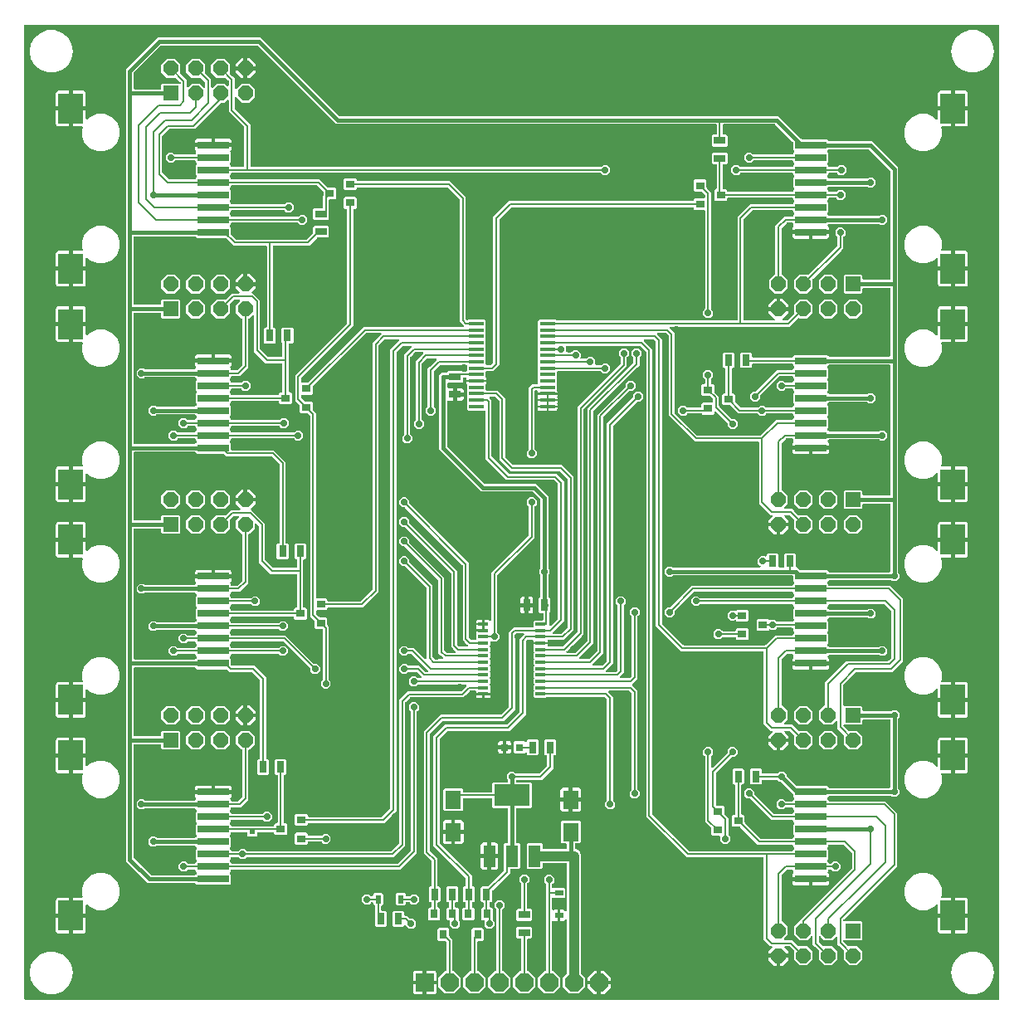
<source format=gbr>
G04 EAGLE Gerber RS-274X export*
G75*
%MOMM*%
%FSLAX34Y34*%
%LPD*%
%INTop Copper*%
%IPPOS*%
%AMOC8*
5,1,8,0,0,1.08239X$1,22.5*%
G01*
%ADD10R,1.879600X1.879600*%
%ADD11P,2.034460X8X112.500000*%
%ADD12R,0.990600X0.304800*%
%ADD13R,1.500000X0.400000*%
%ADD14R,1.219200X2.235200*%
%ADD15R,3.600000X2.200000*%
%ADD16R,3.200000X0.800000*%
%ADD17R,2.540000X3.120000*%
%ADD18R,0.800000X1.200000*%
%ADD19R,1.200000X0.800000*%
%ADD20R,1.600000X1.900000*%
%ADD21R,0.800000X0.900000*%
%ADD22R,0.630000X0.830000*%
%ADD23R,0.830000X0.630000*%
%ADD24R,0.800000X0.800000*%
%ADD25R,0.900000X0.800000*%
%ADD26R,1.524000X1.524000*%
%ADD27P,1.649562X8X22.500000*%
%ADD28P,1.649562X8X202.500000*%
%ADD29C,0.203200*%
%ADD30C,0.406400*%
%ADD31P,0.654629X8X22.500000*%
%ADD32C,1.016000*%
%ADD33R,0.604800X0.604800*%

G36*
X996502Y2549D02*
X996502Y2549D01*
X996560Y2547D01*
X996642Y2569D01*
X996726Y2581D01*
X996779Y2604D01*
X996835Y2619D01*
X996908Y2662D01*
X996985Y2697D01*
X997030Y2735D01*
X997080Y2764D01*
X997138Y2826D01*
X997202Y2880D01*
X997234Y2929D01*
X997274Y2972D01*
X997313Y3047D01*
X997360Y3117D01*
X997377Y3173D01*
X997404Y3225D01*
X997415Y3293D01*
X997445Y3388D01*
X997448Y3488D01*
X997459Y3556D01*
X997459Y996444D01*
X997451Y996502D01*
X997453Y996560D01*
X997431Y996642D01*
X997419Y996726D01*
X997396Y996779D01*
X997381Y996835D01*
X997338Y996908D01*
X997303Y996985D01*
X997265Y997030D01*
X997236Y997080D01*
X997174Y997138D01*
X997120Y997202D01*
X997071Y997234D01*
X997028Y997274D01*
X996953Y997313D01*
X996883Y997360D01*
X996827Y997377D01*
X996775Y997404D01*
X996707Y997415D01*
X996612Y997445D01*
X996512Y997448D01*
X996444Y997459D01*
X3556Y997459D01*
X3498Y997451D01*
X3440Y997453D01*
X3358Y997431D01*
X3274Y997419D01*
X3221Y997396D01*
X3165Y997381D01*
X3092Y997338D01*
X3015Y997303D01*
X2970Y997265D01*
X2920Y997236D01*
X2862Y997174D01*
X2798Y997120D01*
X2766Y997071D01*
X2726Y997028D01*
X2687Y996953D01*
X2640Y996883D01*
X2623Y996827D01*
X2596Y996775D01*
X2585Y996707D01*
X2555Y996612D01*
X2552Y996512D01*
X2541Y996444D01*
X2541Y3556D01*
X2549Y3498D01*
X2547Y3440D01*
X2569Y3358D01*
X2581Y3274D01*
X2604Y3221D01*
X2619Y3165D01*
X2662Y3092D01*
X2697Y3015D01*
X2735Y2970D01*
X2764Y2920D01*
X2826Y2862D01*
X2880Y2798D01*
X2929Y2766D01*
X2972Y2726D01*
X3047Y2687D01*
X3117Y2640D01*
X3173Y2623D01*
X3225Y2596D01*
X3293Y2585D01*
X3388Y2555D01*
X3488Y2552D01*
X3556Y2541D01*
X996444Y2541D01*
X996502Y2549D01*
G37*
%LPC*%
G36*
X793302Y37647D02*
X793302Y37647D01*
X787647Y43302D01*
X787647Y51309D01*
X787678Y51339D01*
X787721Y51412D01*
X787772Y51479D01*
X787793Y51534D01*
X787822Y51584D01*
X787843Y51666D01*
X787873Y51745D01*
X787878Y51803D01*
X787892Y51860D01*
X787890Y51944D01*
X787897Y52028D01*
X787885Y52085D01*
X787883Y52144D01*
X787857Y52224D01*
X787841Y52307D01*
X787814Y52359D01*
X787796Y52414D01*
X787756Y52470D01*
X787710Y52559D01*
X787641Y52631D01*
X787601Y52688D01*
X783635Y56654D01*
X783565Y56706D01*
X783501Y56766D01*
X783451Y56792D01*
X783407Y56825D01*
X783326Y56856D01*
X783248Y56896D01*
X783200Y56904D01*
X783142Y56926D01*
X782994Y56938D01*
X782917Y56951D01*
X779069Y56951D01*
X779040Y56947D01*
X779011Y56950D01*
X778900Y56927D01*
X778788Y56911D01*
X778761Y56899D01*
X778732Y56894D01*
X778632Y56842D01*
X778528Y56795D01*
X778506Y56776D01*
X778480Y56763D01*
X778398Y56685D01*
X778311Y56612D01*
X778295Y56587D01*
X778274Y56567D01*
X778217Y56469D01*
X778154Y56375D01*
X778145Y56347D01*
X778130Y56322D01*
X778102Y56212D01*
X778068Y56104D01*
X778067Y56074D01*
X778060Y56046D01*
X778064Y55933D01*
X778061Y55820D01*
X778068Y55791D01*
X778069Y55762D01*
X778104Y55654D01*
X778132Y55545D01*
X778147Y55519D01*
X778156Y55491D01*
X778202Y55428D01*
X778278Y55300D01*
X778323Y55257D01*
X778351Y55218D01*
X782061Y51509D01*
X782061Y49331D01*
X772916Y49331D01*
X772858Y49323D01*
X772800Y49325D01*
X772718Y49303D01*
X772635Y49291D01*
X772581Y49267D01*
X772525Y49253D01*
X772452Y49210D01*
X772375Y49175D01*
X772331Y49137D01*
X772280Y49107D01*
X772223Y49046D01*
X772158Y48991D01*
X772126Y48943D01*
X772086Y48900D01*
X772047Y48825D01*
X772001Y48755D01*
X771983Y48699D01*
X771956Y48647D01*
X771945Y48579D01*
X771915Y48484D01*
X771912Y48384D01*
X771901Y48316D01*
X771901Y47299D01*
X771899Y47299D01*
X771899Y48316D01*
X771891Y48374D01*
X771892Y48432D01*
X771871Y48514D01*
X771859Y48597D01*
X771835Y48651D01*
X771821Y48707D01*
X771778Y48780D01*
X771743Y48857D01*
X771705Y48902D01*
X771675Y48952D01*
X771614Y49010D01*
X771559Y49074D01*
X771511Y49106D01*
X771468Y49146D01*
X771393Y49185D01*
X771323Y49231D01*
X771267Y49249D01*
X771215Y49276D01*
X771147Y49287D01*
X771052Y49317D01*
X770952Y49320D01*
X770884Y49331D01*
X761739Y49331D01*
X761739Y51509D01*
X765449Y55218D01*
X765466Y55242D01*
X765489Y55261D01*
X765552Y55355D01*
X765620Y55445D01*
X765630Y55473D01*
X765646Y55497D01*
X765681Y55605D01*
X765721Y55711D01*
X765723Y55740D01*
X765732Y55768D01*
X765735Y55882D01*
X765744Y55994D01*
X765739Y56023D01*
X765739Y56052D01*
X765711Y56162D01*
X765689Y56273D01*
X765675Y56299D01*
X765668Y56327D01*
X765610Y56425D01*
X765558Y56525D01*
X765537Y56547D01*
X765522Y56572D01*
X765440Y56649D01*
X765362Y56731D01*
X765336Y56746D01*
X765315Y56766D01*
X765214Y56818D01*
X765116Y56875D01*
X765088Y56882D01*
X765062Y56896D01*
X764985Y56909D01*
X764841Y56945D01*
X764778Y56943D01*
X764731Y56951D01*
X763737Y56951D01*
X756951Y63737D01*
X756951Y146886D01*
X756943Y146944D01*
X756945Y147002D01*
X756923Y147084D01*
X756911Y147168D01*
X756888Y147221D01*
X756873Y147277D01*
X756830Y147350D01*
X756795Y147427D01*
X756757Y147472D01*
X756728Y147522D01*
X756666Y147580D01*
X756612Y147644D01*
X756563Y147676D01*
X756520Y147716D01*
X756445Y147755D01*
X756375Y147802D01*
X756319Y147819D01*
X756267Y147846D01*
X756199Y147857D01*
X756104Y147887D01*
X756004Y147890D01*
X755936Y147901D01*
X678106Y147901D01*
X636951Y189056D01*
X636951Y663317D01*
X636939Y663403D01*
X636936Y663491D01*
X636919Y663543D01*
X636911Y663598D01*
X636876Y663678D01*
X636849Y663761D01*
X636821Y663800D01*
X636795Y663858D01*
X636699Y663971D01*
X636654Y664035D01*
X631285Y669404D01*
X631215Y669456D01*
X631151Y669516D01*
X631101Y669542D01*
X631057Y669575D01*
X630976Y669606D01*
X630898Y669646D01*
X630850Y669654D01*
X630792Y669676D01*
X630644Y669688D01*
X630567Y669701D01*
X556072Y669701D01*
X556014Y669693D01*
X555956Y669695D01*
X555874Y669673D01*
X555790Y669661D01*
X555737Y669638D01*
X555681Y669623D01*
X555608Y669580D01*
X555531Y669545D01*
X555486Y669507D01*
X555436Y669478D01*
X555378Y669416D01*
X555314Y669362D01*
X555282Y669313D01*
X555242Y669270D01*
X555203Y669195D01*
X555156Y669125D01*
X555139Y669069D01*
X555112Y669017D01*
X555101Y668949D01*
X555071Y668854D01*
X555068Y668754D01*
X555057Y668686D01*
X555057Y664064D01*
X555065Y664006D01*
X555063Y663948D01*
X555085Y663866D01*
X555097Y663782D01*
X555120Y663729D01*
X555135Y663673D01*
X555178Y663600D01*
X555213Y663523D01*
X555251Y663478D01*
X555280Y663428D01*
X555342Y663370D01*
X555396Y663306D01*
X555445Y663274D01*
X555488Y663234D01*
X555563Y663195D01*
X555633Y663148D01*
X555689Y663131D01*
X555741Y663104D01*
X555809Y663093D01*
X555904Y663063D01*
X556004Y663060D01*
X556072Y663049D01*
X560477Y663049D01*
X560564Y663061D01*
X560651Y663064D01*
X560704Y663081D01*
X560758Y663089D01*
X560838Y663124D01*
X560921Y663151D01*
X560961Y663179D01*
X561018Y663205D01*
X561131Y663301D01*
X561195Y663346D01*
X562905Y665057D01*
X567095Y665057D01*
X570057Y662095D01*
X570057Y657864D01*
X570012Y657805D01*
X570002Y657777D01*
X569986Y657753D01*
X569951Y657645D01*
X569911Y657539D01*
X569909Y657510D01*
X569900Y657482D01*
X569897Y657369D01*
X569887Y657256D01*
X569893Y657227D01*
X569892Y657198D01*
X569921Y657088D01*
X569943Y656977D01*
X569957Y656951D01*
X569964Y656923D01*
X570022Y656825D01*
X570074Y656725D01*
X570095Y656703D01*
X570110Y656678D01*
X570192Y656601D01*
X570270Y656519D01*
X570295Y656504D01*
X570317Y656484D01*
X570418Y656432D01*
X570515Y656375D01*
X570544Y656368D01*
X570570Y656354D01*
X570647Y656341D01*
X570791Y656305D01*
X570853Y656307D01*
X570901Y656299D01*
X575477Y656299D01*
X575564Y656311D01*
X575651Y656314D01*
X575704Y656331D01*
X575758Y656339D01*
X575838Y656374D01*
X575921Y656401D01*
X575961Y656429D01*
X576018Y656455D01*
X576131Y656551D01*
X576195Y656596D01*
X577905Y658307D01*
X582095Y658307D01*
X585057Y655345D01*
X585057Y650814D01*
X585065Y650756D01*
X585063Y650698D01*
X585085Y650616D01*
X585097Y650532D01*
X585120Y650479D01*
X585135Y650423D01*
X585178Y650350D01*
X585213Y650273D01*
X585251Y650228D01*
X585280Y650178D01*
X585342Y650120D01*
X585396Y650056D01*
X585445Y650024D01*
X585488Y649984D01*
X585563Y649945D01*
X585633Y649898D01*
X585689Y649881D01*
X585741Y649854D01*
X585809Y649843D01*
X585904Y649813D01*
X586004Y649810D01*
X586072Y649799D01*
X590477Y649799D01*
X590564Y649811D01*
X590651Y649814D01*
X590704Y649831D01*
X590758Y649839D01*
X590838Y649874D01*
X590921Y649901D01*
X590961Y649929D01*
X591018Y649955D01*
X591131Y650051D01*
X591195Y650096D01*
X592905Y651807D01*
X597095Y651807D01*
X600057Y648845D01*
X600057Y644655D01*
X597095Y641693D01*
X592905Y641693D01*
X591195Y643404D01*
X591125Y643456D01*
X591061Y643516D01*
X591012Y643542D01*
X590968Y643575D01*
X590886Y643606D01*
X590808Y643646D01*
X590760Y643654D01*
X590702Y643676D01*
X590554Y643688D01*
X590477Y643701D01*
X546798Y643701D01*
X546740Y643693D01*
X546682Y643695D01*
X546600Y643673D01*
X546516Y643661D01*
X546463Y643638D01*
X546407Y643623D01*
X546334Y643580D01*
X546257Y643545D01*
X546212Y643507D01*
X546162Y643478D01*
X546104Y643416D01*
X546040Y643362D01*
X546008Y643313D01*
X545968Y643270D01*
X545929Y643195D01*
X545882Y643125D01*
X545865Y643069D01*
X545838Y643017D01*
X545827Y642949D01*
X545797Y642854D01*
X545794Y642754D01*
X545783Y642686D01*
X545783Y624583D01*
X545796Y624486D01*
X545801Y624389D01*
X545815Y624352D01*
X545823Y624301D01*
X545893Y624144D01*
X545919Y624075D01*
X546118Y623731D01*
X546291Y623084D01*
X546291Y621765D01*
X536250Y621765D01*
X526209Y621765D01*
X526209Y623186D01*
X526201Y623244D01*
X526203Y623302D01*
X526181Y623384D01*
X526169Y623468D01*
X526146Y623521D01*
X526131Y623577D01*
X526088Y623650D01*
X526053Y623727D01*
X526015Y623772D01*
X525986Y623822D01*
X525924Y623880D01*
X525870Y623944D01*
X525821Y623976D01*
X525778Y624016D01*
X525703Y624055D01*
X525633Y624102D01*
X525577Y624119D01*
X525525Y624146D01*
X525457Y624157D01*
X525362Y624187D01*
X525262Y624190D01*
X525194Y624201D01*
X524064Y624201D01*
X524006Y624193D01*
X523948Y624195D01*
X523866Y624173D01*
X523782Y624161D01*
X523729Y624138D01*
X523673Y624123D01*
X523600Y624080D01*
X523523Y624045D01*
X523478Y624007D01*
X523428Y623978D01*
X523370Y623916D01*
X523306Y623862D01*
X523274Y623813D01*
X523234Y623770D01*
X523195Y623695D01*
X523148Y623625D01*
X523131Y623569D01*
X523104Y623517D01*
X523093Y623449D01*
X523063Y623354D01*
X523060Y623254D01*
X523049Y623186D01*
X523049Y564523D01*
X523061Y564436D01*
X523064Y564349D01*
X523081Y564296D01*
X523089Y564242D01*
X523124Y564162D01*
X523151Y564079D01*
X523179Y564039D01*
X523205Y563982D01*
X523301Y563869D01*
X523346Y563805D01*
X525057Y562095D01*
X525057Y557905D01*
X522095Y554943D01*
X517905Y554943D01*
X514943Y557905D01*
X514943Y562095D01*
X516654Y563805D01*
X516706Y563875D01*
X516766Y563939D01*
X516792Y563988D01*
X516825Y564032D01*
X516856Y564114D01*
X516896Y564192D01*
X516904Y564239D01*
X516926Y564298D01*
X516938Y564446D01*
X516951Y564523D01*
X516951Y626497D01*
X520753Y630299D01*
X525702Y630299D01*
X525760Y630307D01*
X525818Y630305D01*
X525900Y630327D01*
X525984Y630339D01*
X526037Y630362D01*
X526093Y630377D01*
X526166Y630420D01*
X526243Y630455D01*
X526288Y630493D01*
X526338Y630522D01*
X526396Y630584D01*
X526460Y630638D01*
X526492Y630687D01*
X526532Y630730D01*
X526571Y630805D01*
X526618Y630875D01*
X526635Y630931D01*
X526662Y630983D01*
X526673Y631051D01*
X526703Y631146D01*
X526706Y631246D01*
X526717Y631314D01*
X526717Y695092D01*
X527908Y696283D01*
X544592Y696283D01*
X545279Y695596D01*
X545348Y695544D01*
X545412Y695484D01*
X545462Y695458D01*
X545506Y695425D01*
X545588Y695394D01*
X545665Y695354D01*
X545713Y695346D01*
X545771Y695324D01*
X545919Y695312D01*
X545997Y695299D01*
X728936Y695299D01*
X728994Y695307D01*
X729052Y695305D01*
X729134Y695327D01*
X729218Y695339D01*
X729271Y695362D01*
X729327Y695377D01*
X729400Y695420D01*
X729477Y695455D01*
X729522Y695493D01*
X729572Y695522D01*
X729630Y695584D01*
X729694Y695638D01*
X729726Y695687D01*
X729766Y695730D01*
X729805Y695805D01*
X729852Y695875D01*
X729869Y695931D01*
X729896Y695983D01*
X729907Y696051D01*
X729937Y696146D01*
X729940Y696246D01*
X729951Y696314D01*
X729951Y801082D01*
X742868Y813999D01*
X785752Y813999D01*
X785810Y814007D01*
X785868Y814005D01*
X785950Y814027D01*
X786034Y814039D01*
X786087Y814062D01*
X786143Y814077D01*
X786216Y814120D01*
X786293Y814155D01*
X786338Y814193D01*
X786388Y814222D01*
X786446Y814284D01*
X786510Y814338D01*
X786542Y814387D01*
X786582Y814430D01*
X786621Y814505D01*
X786668Y814575D01*
X786685Y814631D01*
X786712Y814683D01*
X786723Y814751D01*
X786753Y814846D01*
X786756Y814946D01*
X786767Y815014D01*
X786767Y815792D01*
X787557Y816582D01*
X787592Y816629D01*
X787635Y816669D01*
X787678Y816742D01*
X787728Y816809D01*
X787749Y816864D01*
X787779Y816914D01*
X787799Y816996D01*
X787830Y817075D01*
X787834Y817133D01*
X787849Y817190D01*
X787846Y817274D01*
X787853Y817358D01*
X787842Y817416D01*
X787840Y817474D01*
X787814Y817554D01*
X787797Y817637D01*
X787770Y817689D01*
X787752Y817745D01*
X787712Y817801D01*
X787666Y817889D01*
X787598Y817962D01*
X787557Y818018D01*
X786767Y818808D01*
X786767Y819586D01*
X786759Y819644D01*
X786761Y819702D01*
X786739Y819784D01*
X786727Y819868D01*
X786704Y819921D01*
X786689Y819977D01*
X786646Y820050D01*
X786611Y820127D01*
X786573Y820172D01*
X786544Y820222D01*
X786482Y820280D01*
X786428Y820344D01*
X786379Y820376D01*
X786336Y820416D01*
X786261Y820455D01*
X786191Y820502D01*
X786135Y820519D01*
X786083Y820546D01*
X786015Y820557D01*
X785920Y820587D01*
X785820Y820590D01*
X785752Y820601D01*
X720548Y820601D01*
X720490Y820593D01*
X720432Y820595D01*
X720350Y820573D01*
X720266Y820561D01*
X720213Y820538D01*
X720157Y820523D01*
X720084Y820480D01*
X720007Y820445D01*
X719962Y820407D01*
X719912Y820378D01*
X719854Y820316D01*
X719790Y820262D01*
X719758Y820213D01*
X719718Y820170D01*
X719679Y820095D01*
X719632Y820025D01*
X719615Y819969D01*
X719588Y819917D01*
X719577Y819849D01*
X719547Y819754D01*
X719544Y819654D01*
X719533Y819586D01*
X719533Y818808D01*
X718342Y817617D01*
X707658Y817617D01*
X706467Y818808D01*
X706467Y828492D01*
X707658Y829683D01*
X707936Y829683D01*
X707994Y829691D01*
X708052Y829689D01*
X708134Y829711D01*
X708218Y829723D01*
X708271Y829746D01*
X708327Y829761D01*
X708400Y829804D01*
X708477Y829839D01*
X708522Y829877D01*
X708572Y829906D01*
X708630Y829968D01*
X708694Y830022D01*
X708726Y830071D01*
X708766Y830114D01*
X708805Y830189D01*
X708852Y830259D01*
X708869Y830315D01*
X708896Y830367D01*
X708907Y830435D01*
X708937Y830530D01*
X708940Y830630D01*
X708951Y830698D01*
X708951Y853952D01*
X708943Y854010D01*
X708945Y854068D01*
X708923Y854150D01*
X708911Y854234D01*
X708888Y854287D01*
X708873Y854343D01*
X708830Y854416D01*
X708795Y854493D01*
X708757Y854538D01*
X708728Y854588D01*
X708666Y854646D01*
X708612Y854710D01*
X708563Y854742D01*
X708520Y854782D01*
X708445Y854821D01*
X708375Y854868D01*
X708319Y854885D01*
X708267Y854912D01*
X708199Y854923D01*
X708104Y854953D01*
X708004Y854956D01*
X707936Y854967D01*
X705158Y854967D01*
X703967Y856158D01*
X703967Y865842D01*
X705158Y867033D01*
X718842Y867033D01*
X720033Y865842D01*
X720033Y856158D01*
X718842Y854967D01*
X716064Y854967D01*
X716006Y854959D01*
X715948Y854961D01*
X715866Y854939D01*
X715782Y854927D01*
X715729Y854904D01*
X715673Y854889D01*
X715600Y854846D01*
X715523Y854811D01*
X715478Y854773D01*
X715428Y854744D01*
X715370Y854682D01*
X715306Y854628D01*
X715274Y854579D01*
X715234Y854536D01*
X715195Y854461D01*
X715148Y854391D01*
X715131Y854335D01*
X715104Y854283D01*
X715093Y854215D01*
X715063Y854120D01*
X715060Y854020D01*
X715049Y853952D01*
X715049Y830698D01*
X715057Y830640D01*
X715055Y830582D01*
X715077Y830500D01*
X715089Y830416D01*
X715112Y830363D01*
X715127Y830307D01*
X715170Y830234D01*
X715205Y830157D01*
X715243Y830112D01*
X715272Y830062D01*
X715334Y830004D01*
X715388Y829940D01*
X715437Y829908D01*
X715480Y829868D01*
X715555Y829829D01*
X715625Y829782D01*
X715681Y829765D01*
X715733Y829738D01*
X715801Y829727D01*
X715896Y829697D01*
X715996Y829694D01*
X716064Y829683D01*
X718342Y829683D01*
X719533Y828492D01*
X719533Y827714D01*
X719541Y827656D01*
X719539Y827598D01*
X719561Y827516D01*
X719573Y827432D01*
X719596Y827379D01*
X719611Y827323D01*
X719654Y827250D01*
X719689Y827173D01*
X719727Y827128D01*
X719756Y827078D01*
X719818Y827020D01*
X719872Y826956D01*
X719921Y826924D01*
X719964Y826884D01*
X720039Y826845D01*
X720109Y826798D01*
X720165Y826781D01*
X720217Y826754D01*
X720285Y826743D01*
X720380Y826713D01*
X720480Y826710D01*
X720548Y826699D01*
X785752Y826699D01*
X785810Y826707D01*
X785868Y826705D01*
X785950Y826727D01*
X786034Y826739D01*
X786087Y826762D01*
X786143Y826777D01*
X786216Y826820D01*
X786293Y826855D01*
X786338Y826893D01*
X786388Y826922D01*
X786446Y826984D01*
X786510Y827038D01*
X786542Y827087D01*
X786582Y827130D01*
X786621Y827205D01*
X786668Y827275D01*
X786685Y827331D01*
X786712Y827383D01*
X786723Y827451D01*
X786753Y827546D01*
X786756Y827646D01*
X786767Y827714D01*
X786767Y828492D01*
X787557Y829282D01*
X787565Y829293D01*
X787567Y829294D01*
X787571Y829301D01*
X787592Y829329D01*
X787635Y829369D01*
X787678Y829442D01*
X787728Y829509D01*
X787749Y829564D01*
X787779Y829614D01*
X787799Y829696D01*
X787830Y829775D01*
X787834Y829833D01*
X787849Y829890D01*
X787846Y829974D01*
X787853Y830058D01*
X787842Y830116D01*
X787840Y830174D01*
X787814Y830254D01*
X787797Y830337D01*
X787770Y830389D01*
X787752Y830445D01*
X787712Y830501D01*
X787666Y830589D01*
X787598Y830662D01*
X787557Y830718D01*
X786767Y831508D01*
X786767Y841192D01*
X787557Y841982D01*
X787592Y842029D01*
X787635Y842069D01*
X787678Y842142D01*
X787728Y842209D01*
X787749Y842264D01*
X787779Y842314D01*
X787799Y842396D01*
X787830Y842475D01*
X787834Y842533D01*
X787849Y842590D01*
X787846Y842674D01*
X787853Y842758D01*
X787842Y842816D01*
X787840Y842874D01*
X787814Y842954D01*
X787797Y843037D01*
X787770Y843089D01*
X787752Y843145D01*
X787712Y843201D01*
X787666Y843289D01*
X787598Y843362D01*
X787557Y843418D01*
X786767Y844208D01*
X786767Y844986D01*
X786759Y845044D01*
X786761Y845102D01*
X786739Y845184D01*
X786727Y845268D01*
X786704Y845321D01*
X786689Y845377D01*
X786646Y845450D01*
X786611Y845527D01*
X786573Y845572D01*
X786544Y845622D01*
X786482Y845680D01*
X786428Y845744D01*
X786379Y845776D01*
X786336Y845816D01*
X786261Y845855D01*
X786191Y845902D01*
X786135Y845919D01*
X786083Y845946D01*
X786015Y845957D01*
X785920Y845987D01*
X785820Y845990D01*
X785752Y846001D01*
X733523Y846001D01*
X733436Y845989D01*
X733349Y845986D01*
X733296Y845969D01*
X733242Y845961D01*
X733162Y845926D01*
X733079Y845899D01*
X733039Y845871D01*
X732982Y845845D01*
X732869Y845749D01*
X732805Y845704D01*
X731095Y843993D01*
X726905Y843993D01*
X723943Y846955D01*
X723943Y851145D01*
X726905Y854107D01*
X731095Y854107D01*
X732805Y852396D01*
X732875Y852344D01*
X732939Y852284D01*
X732988Y852258D01*
X733032Y852225D01*
X733114Y852194D01*
X733192Y852154D01*
X733240Y852146D01*
X733298Y852124D01*
X733446Y852112D01*
X733523Y852099D01*
X785752Y852099D01*
X785810Y852107D01*
X785868Y852105D01*
X785950Y852127D01*
X786034Y852139D01*
X786087Y852162D01*
X786143Y852177D01*
X786216Y852220D01*
X786293Y852255D01*
X786338Y852293D01*
X786388Y852322D01*
X786446Y852384D01*
X786510Y852438D01*
X786542Y852487D01*
X786582Y852530D01*
X786621Y852605D01*
X786668Y852675D01*
X786685Y852731D01*
X786712Y852783D01*
X786723Y852851D01*
X786753Y852946D01*
X786756Y853046D01*
X786767Y853114D01*
X786767Y853892D01*
X787557Y854682D01*
X787592Y854729D01*
X787635Y854769D01*
X787678Y854842D01*
X787728Y854909D01*
X787749Y854964D01*
X787779Y855014D01*
X787799Y855096D01*
X787830Y855175D01*
X787834Y855233D01*
X787849Y855290D01*
X787846Y855374D01*
X787853Y855458D01*
X787842Y855516D01*
X787840Y855574D01*
X787814Y855654D01*
X787797Y855737D01*
X787770Y855789D01*
X787752Y855845D01*
X787712Y855901D01*
X787666Y855989D01*
X787598Y856062D01*
X787557Y856118D01*
X786767Y856908D01*
X786767Y857686D01*
X786759Y857744D01*
X786761Y857802D01*
X786739Y857884D01*
X786727Y857968D01*
X786704Y858021D01*
X786689Y858077D01*
X786646Y858150D01*
X786611Y858227D01*
X786573Y858272D01*
X786544Y858322D01*
X786482Y858380D01*
X786428Y858444D01*
X786379Y858476D01*
X786336Y858516D01*
X786261Y858555D01*
X786191Y858602D01*
X786135Y858619D01*
X786083Y858646D01*
X786015Y858657D01*
X785920Y858687D01*
X785820Y858690D01*
X785752Y858701D01*
X746523Y858701D01*
X746436Y858689D01*
X746349Y858686D01*
X746296Y858669D01*
X746242Y858661D01*
X746162Y858626D01*
X746079Y858599D01*
X746039Y858571D01*
X745982Y858545D01*
X745869Y858449D01*
X745805Y858404D01*
X744095Y856693D01*
X739905Y856693D01*
X736943Y859655D01*
X736943Y863845D01*
X739905Y866807D01*
X744095Y866807D01*
X745805Y865096D01*
X745875Y865044D01*
X745939Y864984D01*
X745988Y864958D01*
X746032Y864925D01*
X746114Y864894D01*
X746192Y864854D01*
X746239Y864846D01*
X746298Y864824D01*
X746446Y864812D01*
X746523Y864799D01*
X785752Y864799D01*
X785810Y864807D01*
X785868Y864805D01*
X785950Y864827D01*
X786034Y864839D01*
X786087Y864862D01*
X786143Y864877D01*
X786216Y864920D01*
X786293Y864955D01*
X786338Y864993D01*
X786388Y865022D01*
X786446Y865084D01*
X786510Y865138D01*
X786542Y865187D01*
X786582Y865230D01*
X786621Y865305D01*
X786668Y865375D01*
X786685Y865431D01*
X786712Y865483D01*
X786723Y865551D01*
X786753Y865646D01*
X786756Y865746D01*
X786767Y865814D01*
X786767Y866592D01*
X787557Y867382D01*
X787592Y867429D01*
X787635Y867469D01*
X787678Y867542D01*
X787728Y867609D01*
X787749Y867664D01*
X787779Y867714D01*
X787799Y867796D01*
X787830Y867875D01*
X787834Y867933D01*
X787849Y867990D01*
X787846Y868074D01*
X787853Y868158D01*
X787842Y868216D01*
X787840Y868274D01*
X787814Y868354D01*
X787797Y868437D01*
X787770Y868489D01*
X787752Y868545D01*
X787712Y868601D01*
X787666Y868689D01*
X787598Y868762D01*
X787557Y868818D01*
X786767Y869608D01*
X786767Y877064D01*
X786755Y877150D01*
X786752Y877238D01*
X786735Y877291D01*
X786727Y877345D01*
X786692Y877425D01*
X786665Y877508D01*
X786637Y877548D01*
X786611Y877605D01*
X786515Y877718D01*
X786470Y877782D01*
X768614Y895638D01*
X768544Y895690D01*
X768480Y895750D01*
X768431Y895776D01*
X768386Y895809D01*
X768305Y895840D01*
X768227Y895880D01*
X768179Y895888D01*
X768121Y895910D01*
X767973Y895922D01*
X767896Y895935D01*
X716064Y895935D01*
X716006Y895927D01*
X715948Y895929D01*
X715866Y895907D01*
X715782Y895895D01*
X715729Y895872D01*
X715673Y895857D01*
X715600Y895814D01*
X715523Y895779D01*
X715478Y895741D01*
X715428Y895712D01*
X715370Y895650D01*
X715306Y895596D01*
X715274Y895547D01*
X715234Y895504D01*
X715195Y895429D01*
X715148Y895359D01*
X715131Y895303D01*
X715104Y895251D01*
X715093Y895183D01*
X715063Y895088D01*
X715060Y894988D01*
X715049Y894920D01*
X715049Y886048D01*
X715057Y885990D01*
X715055Y885932D01*
X715077Y885850D01*
X715089Y885766D01*
X715112Y885713D01*
X715127Y885657D01*
X715170Y885584D01*
X715205Y885507D01*
X715243Y885462D01*
X715272Y885412D01*
X715334Y885354D01*
X715388Y885290D01*
X715437Y885258D01*
X715480Y885218D01*
X715555Y885179D01*
X715625Y885132D01*
X715681Y885115D01*
X715733Y885088D01*
X715801Y885077D01*
X715896Y885047D01*
X715996Y885044D01*
X716064Y885033D01*
X718842Y885033D01*
X720033Y883842D01*
X720033Y874158D01*
X718842Y872967D01*
X705158Y872967D01*
X703967Y874158D01*
X703967Y883842D01*
X705158Y885033D01*
X707936Y885033D01*
X707994Y885041D01*
X708052Y885039D01*
X708134Y885061D01*
X708218Y885073D01*
X708271Y885096D01*
X708327Y885111D01*
X708400Y885154D01*
X708477Y885189D01*
X708522Y885227D01*
X708572Y885256D01*
X708630Y885318D01*
X708694Y885372D01*
X708726Y885421D01*
X708766Y885464D01*
X708805Y885539D01*
X708852Y885609D01*
X708869Y885665D01*
X708896Y885717D01*
X708907Y885785D01*
X708937Y885880D01*
X708940Y885980D01*
X708951Y886048D01*
X708951Y894920D01*
X708943Y894978D01*
X708945Y895036D01*
X708923Y895118D01*
X708911Y895202D01*
X708888Y895255D01*
X708873Y895311D01*
X708830Y895384D01*
X708795Y895461D01*
X708757Y895506D01*
X708728Y895556D01*
X708666Y895614D01*
X708612Y895678D01*
X708563Y895710D01*
X708520Y895750D01*
X708445Y895789D01*
X708375Y895836D01*
X708319Y895853D01*
X708267Y895880D01*
X708199Y895891D01*
X708104Y895921D01*
X708004Y895924D01*
X707936Y895935D01*
X320316Y895935D01*
X240614Y975638D01*
X240544Y975690D01*
X240480Y975750D01*
X240431Y975776D01*
X240386Y975809D01*
X240305Y975840D01*
X240227Y975880D01*
X240179Y975888D01*
X240121Y975910D01*
X239973Y975922D01*
X239896Y975935D01*
X142104Y975935D01*
X142018Y975923D01*
X141930Y975920D01*
X141878Y975903D01*
X141823Y975895D01*
X141743Y975860D01*
X141660Y975833D01*
X141620Y975805D01*
X141563Y975779D01*
X141450Y975683D01*
X141386Y975638D01*
X114362Y948614D01*
X114310Y948544D01*
X114250Y948480D01*
X114224Y948431D01*
X114191Y948386D01*
X114160Y948305D01*
X114120Y948227D01*
X114112Y948179D01*
X114090Y948121D01*
X114078Y947973D01*
X114065Y947896D01*
X114065Y932380D01*
X114073Y932322D01*
X114071Y932264D01*
X114093Y932182D01*
X114105Y932098D01*
X114128Y932045D01*
X114143Y931989D01*
X114186Y931916D01*
X114221Y931839D01*
X114259Y931794D01*
X114288Y931744D01*
X114350Y931686D01*
X114404Y931622D01*
X114453Y931590D01*
X114496Y931550D01*
X114571Y931511D01*
X114641Y931464D01*
X114697Y931447D01*
X114749Y931420D01*
X114817Y931409D01*
X114912Y931379D01*
X115012Y931376D01*
X115080Y931365D01*
X141232Y931365D01*
X141290Y931373D01*
X141348Y931371D01*
X141430Y931393D01*
X141514Y931405D01*
X141567Y931428D01*
X141623Y931443D01*
X141696Y931486D01*
X141773Y931521D01*
X141818Y931559D01*
X141868Y931588D01*
X141926Y931650D01*
X141990Y931704D01*
X142022Y931753D01*
X142062Y931796D01*
X142101Y931871D01*
X142148Y931941D01*
X142165Y931997D01*
X142192Y932049D01*
X142203Y932117D01*
X142233Y932212D01*
X142236Y932312D01*
X142247Y932380D01*
X142247Y935762D01*
X143438Y936953D01*
X160409Y936953D01*
X160445Y936926D01*
X160473Y936915D01*
X160497Y936899D01*
X160605Y936865D01*
X160711Y936824D01*
X160740Y936822D01*
X160768Y936813D01*
X160881Y936810D01*
X160994Y936801D01*
X161023Y936807D01*
X161052Y936806D01*
X161162Y936834D01*
X161273Y936857D01*
X161299Y936870D01*
X161327Y936878D01*
X161425Y936935D01*
X161525Y936988D01*
X161547Y937008D01*
X161572Y937023D01*
X161649Y937105D01*
X161731Y937183D01*
X161746Y937209D01*
X161766Y937230D01*
X161818Y937331D01*
X161875Y937429D01*
X161882Y937457D01*
X161896Y937483D01*
X161909Y937561D01*
X161945Y937704D01*
X161943Y937767D01*
X161951Y937814D01*
X161951Y937917D01*
X161939Y938003D01*
X161936Y938091D01*
X161919Y938143D01*
X161911Y938198D01*
X161876Y938278D01*
X161849Y938361D01*
X161821Y938400D01*
X161795Y938458D01*
X161699Y938571D01*
X161654Y938635D01*
X157288Y943001D01*
X157241Y943036D01*
X157201Y943078D01*
X157128Y943121D01*
X157060Y943172D01*
X157006Y943193D01*
X156955Y943222D01*
X156874Y943243D01*
X156795Y943273D01*
X156737Y943278D01*
X156680Y943292D01*
X156595Y943290D01*
X156511Y943297D01*
X156454Y943285D01*
X156396Y943283D01*
X156315Y943257D01*
X156233Y943241D01*
X156181Y943214D01*
X156125Y943196D01*
X156069Y943156D01*
X155980Y943110D01*
X155915Y943047D01*
X147902Y943047D01*
X142247Y948702D01*
X142247Y956698D01*
X147902Y962353D01*
X155898Y962353D01*
X161553Y956698D01*
X161553Y948691D01*
X161522Y948661D01*
X161479Y948588D01*
X161428Y948521D01*
X161407Y948466D01*
X161378Y948416D01*
X161357Y948334D01*
X161327Y948255D01*
X161322Y948197D01*
X161308Y948140D01*
X161310Y948056D01*
X161303Y947972D01*
X161315Y947915D01*
X161317Y947856D01*
X161343Y947776D01*
X161359Y947693D01*
X161386Y947641D01*
X161404Y947586D01*
X161444Y947530D01*
X161490Y947441D01*
X161559Y947369D01*
X161599Y947312D01*
X168049Y940863D01*
X168049Y934151D01*
X168053Y934122D01*
X168050Y934092D01*
X168073Y933981D01*
X168089Y933869D01*
X168101Y933843D01*
X168106Y933814D01*
X168158Y933713D01*
X168205Y933610D01*
X168224Y933587D01*
X168237Y933561D01*
X168315Y933479D01*
X168388Y933393D01*
X168413Y933377D01*
X168433Y933355D01*
X168531Y933298D01*
X168625Y933235D01*
X168653Y933226D01*
X168678Y933212D01*
X168788Y933184D01*
X168896Y933149D01*
X168926Y933149D01*
X168954Y933142D01*
X169067Y933145D01*
X169180Y933142D01*
X169209Y933150D01*
X169238Y933151D01*
X169346Y933185D01*
X169455Y933214D01*
X169481Y933229D01*
X169509Y933238D01*
X169572Y933284D01*
X169700Y933359D01*
X169743Y933405D01*
X169782Y933433D01*
X173302Y936953D01*
X181298Y936953D01*
X185218Y933033D01*
X185242Y933015D01*
X185261Y932993D01*
X185355Y932930D01*
X185445Y932862D01*
X185473Y932852D01*
X185497Y932835D01*
X185605Y932801D01*
X185711Y932761D01*
X185740Y932758D01*
X185768Y932749D01*
X185882Y932747D01*
X185994Y932737D01*
X186023Y932743D01*
X186052Y932742D01*
X186162Y932771D01*
X186273Y932793D01*
X186299Y932807D01*
X186327Y932814D01*
X186425Y932872D01*
X186525Y932924D01*
X186547Y932944D01*
X186572Y932959D01*
X186649Y933042D01*
X186731Y933120D01*
X186746Y933145D01*
X186766Y933167D01*
X186818Y933267D01*
X186875Y933365D01*
X186882Y933394D01*
X186896Y933420D01*
X186909Y933497D01*
X186945Y933641D01*
X186943Y933703D01*
X186951Y933751D01*
X186951Y938317D01*
X186939Y938403D01*
X186936Y938491D01*
X186919Y938543D01*
X186911Y938598D01*
X186876Y938678D01*
X186849Y938761D01*
X186821Y938800D01*
X186795Y938858D01*
X186699Y938971D01*
X186654Y939035D01*
X182688Y943001D01*
X182641Y943036D01*
X182601Y943078D01*
X182528Y943121D01*
X182460Y943172D01*
X182406Y943193D01*
X182355Y943222D01*
X182274Y943243D01*
X182195Y943273D01*
X182137Y943278D01*
X182080Y943292D01*
X181995Y943290D01*
X181911Y943297D01*
X181854Y943285D01*
X181796Y943283D01*
X181715Y943257D01*
X181633Y943241D01*
X181581Y943214D01*
X181525Y943196D01*
X181469Y943156D01*
X181380Y943110D01*
X181315Y943047D01*
X173302Y943047D01*
X167647Y948702D01*
X167647Y956698D01*
X173302Y962353D01*
X181298Y962353D01*
X186953Y956698D01*
X186953Y948691D01*
X186922Y948661D01*
X186879Y948588D01*
X186828Y948521D01*
X186807Y948466D01*
X186778Y948416D01*
X186757Y948334D01*
X186727Y948255D01*
X186722Y948197D01*
X186708Y948140D01*
X186710Y948056D01*
X186703Y947972D01*
X186715Y947915D01*
X186717Y947856D01*
X186743Y947776D01*
X186759Y947693D01*
X186786Y947641D01*
X186804Y947586D01*
X186844Y947530D01*
X186890Y947441D01*
X186959Y947369D01*
X186999Y947312D01*
X190965Y943346D01*
X190966Y943346D01*
X193049Y941263D01*
X193049Y933751D01*
X193053Y933722D01*
X193050Y933692D01*
X193073Y933581D01*
X193089Y933469D01*
X193101Y933443D01*
X193106Y933414D01*
X193158Y933313D01*
X193205Y933210D01*
X193224Y933187D01*
X193237Y933161D01*
X193315Y933079D01*
X193388Y932993D01*
X193413Y932977D01*
X193433Y932955D01*
X193531Y932898D01*
X193625Y932835D01*
X193653Y932826D01*
X193678Y932812D01*
X193788Y932784D01*
X193896Y932749D01*
X193926Y932749D01*
X193954Y932742D01*
X194067Y932745D01*
X194180Y932742D01*
X194209Y932750D01*
X194238Y932751D01*
X194346Y932785D01*
X194455Y932814D01*
X194481Y932829D01*
X194509Y932838D01*
X194572Y932884D01*
X194700Y932959D01*
X194743Y933005D01*
X194782Y933033D01*
X198702Y936953D01*
X206698Y936953D01*
X209218Y934433D01*
X209242Y934415D01*
X209261Y934393D01*
X209355Y934330D01*
X209445Y934262D01*
X209473Y934252D01*
X209497Y934235D01*
X209605Y934201D01*
X209711Y934161D01*
X209740Y934158D01*
X209768Y934149D01*
X209882Y934147D01*
X209994Y934137D01*
X210023Y934143D01*
X210052Y934142D01*
X210162Y934171D01*
X210273Y934193D01*
X210299Y934207D01*
X210327Y934214D01*
X210425Y934272D01*
X210525Y934324D01*
X210547Y934344D01*
X210572Y934359D01*
X210649Y934442D01*
X210731Y934520D01*
X210746Y934545D01*
X210766Y934567D01*
X210818Y934667D01*
X210875Y934765D01*
X210882Y934794D01*
X210896Y934820D01*
X210909Y934897D01*
X210945Y935041D01*
X210943Y935103D01*
X210951Y935151D01*
X210951Y939717D01*
X210939Y939803D01*
X210936Y939891D01*
X210919Y939943D01*
X210911Y939998D01*
X210876Y940078D01*
X210849Y940161D01*
X210821Y940200D01*
X210795Y940258D01*
X210699Y940371D01*
X210654Y940435D01*
X208088Y943001D01*
X208041Y943036D01*
X208001Y943078D01*
X207928Y943121D01*
X207860Y943172D01*
X207806Y943193D01*
X207755Y943222D01*
X207674Y943243D01*
X207595Y943273D01*
X207537Y943278D01*
X207480Y943292D01*
X207395Y943290D01*
X207311Y943297D01*
X207254Y943285D01*
X207196Y943283D01*
X207115Y943257D01*
X207033Y943241D01*
X206981Y943214D01*
X206925Y943196D01*
X206869Y943156D01*
X206780Y943110D01*
X206715Y943047D01*
X198702Y943047D01*
X193047Y948702D01*
X193047Y956698D01*
X198702Y962353D01*
X206698Y962353D01*
X212353Y956698D01*
X212353Y948691D01*
X212322Y948661D01*
X212279Y948588D01*
X212228Y948521D01*
X212207Y948466D01*
X212178Y948416D01*
X212157Y948334D01*
X212127Y948255D01*
X212122Y948197D01*
X212108Y948140D01*
X212110Y948056D01*
X212103Y947972D01*
X212115Y947915D01*
X212117Y947856D01*
X212143Y947776D01*
X212159Y947693D01*
X212186Y947641D01*
X212204Y947586D01*
X212244Y947530D01*
X212290Y947441D01*
X212359Y947368D01*
X212399Y947312D01*
X214965Y944746D01*
X214966Y944746D01*
X217049Y942663D01*
X217049Y932351D01*
X217053Y932322D01*
X217050Y932292D01*
X217073Y932181D01*
X217089Y932069D01*
X217101Y932043D01*
X217106Y932014D01*
X217158Y931913D01*
X217205Y931810D01*
X217224Y931787D01*
X217237Y931761D01*
X217315Y931679D01*
X217388Y931593D01*
X217413Y931577D01*
X217433Y931555D01*
X217531Y931498D01*
X217625Y931435D01*
X217653Y931426D01*
X217678Y931412D01*
X217788Y931384D01*
X217896Y931349D01*
X217926Y931349D01*
X217954Y931342D01*
X218067Y931345D01*
X218180Y931342D01*
X218209Y931350D01*
X218238Y931351D01*
X218346Y931385D01*
X218455Y931414D01*
X218481Y931429D01*
X218509Y931438D01*
X218572Y931484D01*
X218700Y931559D01*
X218743Y931605D01*
X218782Y931633D01*
X224102Y936953D01*
X232098Y936953D01*
X237753Y931298D01*
X237753Y923302D01*
X232098Y917647D01*
X224102Y917647D01*
X218782Y922967D01*
X218758Y922985D01*
X218739Y923007D01*
X218645Y923070D01*
X218555Y923138D01*
X218527Y923148D01*
X218503Y923165D01*
X218395Y923199D01*
X218289Y923239D01*
X218260Y923242D01*
X218232Y923251D01*
X218118Y923253D01*
X218006Y923263D01*
X217977Y923257D01*
X217948Y923258D01*
X217838Y923229D01*
X217727Y923207D01*
X217701Y923193D01*
X217673Y923186D01*
X217575Y923128D01*
X217475Y923076D01*
X217453Y923056D01*
X217428Y923041D01*
X217351Y922958D01*
X217269Y922880D01*
X217254Y922855D01*
X217234Y922833D01*
X217182Y922733D01*
X217125Y922635D01*
X217118Y922606D01*
X217104Y922580D01*
X217091Y922503D01*
X217055Y922359D01*
X217057Y922297D01*
X217049Y922249D01*
X217049Y911683D01*
X217061Y911597D01*
X217064Y911509D01*
X217081Y911457D01*
X217089Y911402D01*
X217124Y911322D01*
X217151Y911239D01*
X217179Y911200D01*
X217205Y911142D01*
X217301Y911029D01*
X217346Y910965D01*
X233049Y895263D01*
X233049Y853114D01*
X233057Y853056D01*
X233055Y852998D01*
X233077Y852916D01*
X233089Y852832D01*
X233112Y852779D01*
X233127Y852723D01*
X233170Y852650D01*
X233205Y852573D01*
X233243Y852528D01*
X233272Y852478D01*
X233334Y852420D01*
X233388Y852356D01*
X233437Y852324D01*
X233480Y852284D01*
X233555Y852245D01*
X233625Y852198D01*
X233681Y852181D01*
X233733Y852154D01*
X233801Y852143D01*
X233896Y852113D01*
X233996Y852110D01*
X234064Y852099D01*
X590477Y852099D01*
X590564Y852111D01*
X590651Y852114D01*
X590704Y852131D01*
X590758Y852139D01*
X590838Y852174D01*
X590921Y852201D01*
X590961Y852229D01*
X591018Y852255D01*
X591131Y852351D01*
X591195Y852396D01*
X592905Y854107D01*
X597095Y854107D01*
X600057Y851145D01*
X600057Y846955D01*
X597095Y843993D01*
X592905Y843993D01*
X591195Y845704D01*
X591125Y845756D01*
X591061Y845816D01*
X591012Y845842D01*
X590968Y845875D01*
X590886Y845906D01*
X590808Y845946D01*
X590760Y845954D01*
X590702Y845976D01*
X590554Y845988D01*
X590477Y846001D01*
X214248Y846001D01*
X214190Y845993D01*
X214132Y845995D01*
X214050Y845973D01*
X213966Y845961D01*
X213913Y845938D01*
X213857Y845923D01*
X213784Y845880D01*
X213707Y845845D01*
X213662Y845807D01*
X213612Y845778D01*
X213554Y845716D01*
X213490Y845662D01*
X213458Y845613D01*
X213418Y845570D01*
X213379Y845495D01*
X213332Y845425D01*
X213315Y845369D01*
X213288Y845317D01*
X213277Y845249D01*
X213247Y845154D01*
X213244Y845054D01*
X213233Y844986D01*
X213233Y844208D01*
X212443Y843418D01*
X212408Y843371D01*
X212365Y843331D01*
X212322Y843258D01*
X212272Y843191D01*
X212251Y843136D01*
X212221Y843086D01*
X212201Y843004D01*
X212170Y842925D01*
X212166Y842867D01*
X212151Y842810D01*
X212154Y842726D01*
X212147Y842642D01*
X212158Y842584D01*
X212160Y842526D01*
X212186Y842446D01*
X212203Y842363D01*
X212230Y842311D01*
X212248Y842255D01*
X212288Y842199D01*
X212334Y842111D01*
X212402Y842038D01*
X212443Y841982D01*
X213233Y841192D01*
X213233Y840414D01*
X213241Y840356D01*
X213239Y840298D01*
X213261Y840216D01*
X213273Y840132D01*
X213296Y840079D01*
X213311Y840023D01*
X213354Y839950D01*
X213389Y839873D01*
X213427Y839828D01*
X213456Y839778D01*
X213518Y839720D01*
X213572Y839656D01*
X213621Y839624D01*
X213664Y839584D01*
X213739Y839545D01*
X213809Y839498D01*
X213865Y839481D01*
X213917Y839454D01*
X213985Y839443D01*
X214080Y839413D01*
X214180Y839410D01*
X214248Y839399D01*
X303913Y839399D01*
X311981Y831330D01*
X312051Y831278D01*
X312115Y831218D01*
X312165Y831192D01*
X312209Y831159D01*
X312290Y831128D01*
X312368Y831088D01*
X312416Y831080D01*
X312474Y831058D01*
X312622Y831046D01*
X312699Y831033D01*
X319342Y831033D01*
X320533Y829842D01*
X320533Y820158D01*
X319342Y818967D01*
X314064Y818967D01*
X314006Y818959D01*
X313948Y818961D01*
X313866Y818939D01*
X313782Y818927D01*
X313729Y818904D01*
X313673Y818889D01*
X313600Y818846D01*
X313523Y818811D01*
X313478Y818773D01*
X313428Y818744D01*
X313370Y818682D01*
X313306Y818628D01*
X313274Y818579D01*
X313234Y818536D01*
X313195Y818461D01*
X313148Y818391D01*
X313131Y818335D01*
X313104Y818283D01*
X313093Y818215D01*
X313063Y818120D01*
X313060Y818020D01*
X313049Y817952D01*
X313049Y802414D01*
X313046Y802378D01*
X313033Y802301D01*
X313033Y799158D01*
X311842Y797967D01*
X298158Y797967D01*
X296967Y799158D01*
X296967Y808842D01*
X298158Y810033D01*
X305936Y810033D01*
X305994Y810041D01*
X306052Y810039D01*
X306134Y810061D01*
X306218Y810073D01*
X306271Y810096D01*
X306327Y810111D01*
X306400Y810154D01*
X306477Y810189D01*
X306522Y810227D01*
X306572Y810256D01*
X306630Y810318D01*
X306694Y810372D01*
X306726Y810421D01*
X306766Y810464D01*
X306805Y810539D01*
X306852Y810609D01*
X306869Y810665D01*
X306896Y810717D01*
X306907Y810785D01*
X306937Y810880D01*
X306940Y810980D01*
X306951Y811048D01*
X306951Y822263D01*
X307170Y822481D01*
X307222Y822551D01*
X307282Y822615D01*
X307308Y822665D01*
X307341Y822709D01*
X307372Y822790D01*
X307412Y822868D01*
X307420Y822916D01*
X307442Y822974D01*
X307454Y823122D01*
X307467Y823199D01*
X307467Y826801D01*
X307455Y826887D01*
X307452Y826975D01*
X307435Y827027D01*
X307427Y827082D01*
X307392Y827162D01*
X307365Y827245D01*
X307337Y827284D01*
X307311Y827342D01*
X307215Y827455D01*
X307170Y827519D01*
X301685Y833004D01*
X301615Y833056D01*
X301551Y833116D01*
X301501Y833142D01*
X301457Y833175D01*
X301376Y833206D01*
X301298Y833246D01*
X301250Y833254D01*
X301192Y833276D01*
X301044Y833288D01*
X300967Y833301D01*
X214248Y833301D01*
X214190Y833293D01*
X214132Y833295D01*
X214050Y833273D01*
X213966Y833261D01*
X213913Y833238D01*
X213857Y833223D01*
X213784Y833180D01*
X213707Y833145D01*
X213662Y833107D01*
X213612Y833078D01*
X213554Y833016D01*
X213490Y832962D01*
X213458Y832913D01*
X213418Y832870D01*
X213379Y832795D01*
X213332Y832725D01*
X213315Y832669D01*
X213288Y832617D01*
X213277Y832549D01*
X213247Y832454D01*
X213244Y832354D01*
X213233Y832286D01*
X213233Y831508D01*
X212443Y830718D01*
X212408Y830671D01*
X212365Y830631D01*
X212322Y830558D01*
X212272Y830491D01*
X212251Y830436D01*
X212221Y830386D01*
X212201Y830304D01*
X212170Y830225D01*
X212166Y830167D01*
X212151Y830110D01*
X212154Y830026D01*
X212147Y829942D01*
X212158Y829884D01*
X212160Y829826D01*
X212186Y829746D01*
X212203Y829663D01*
X212230Y829611D01*
X212248Y829555D01*
X212288Y829499D01*
X212334Y829411D01*
X212387Y829355D01*
X212400Y829334D01*
X212419Y829316D01*
X212443Y829282D01*
X213233Y828492D01*
X213233Y818808D01*
X212443Y818018D01*
X212408Y817971D01*
X212365Y817931D01*
X212322Y817858D01*
X212272Y817791D01*
X212251Y817736D01*
X212221Y817686D01*
X212201Y817604D01*
X212170Y817525D01*
X212166Y817467D01*
X212151Y817410D01*
X212154Y817326D01*
X212147Y817242D01*
X212158Y817184D01*
X212160Y817126D01*
X212186Y817046D01*
X212203Y816963D01*
X212230Y816911D01*
X212248Y816855D01*
X212288Y816799D01*
X212334Y816711D01*
X212402Y816638D01*
X212443Y816582D01*
X213233Y815792D01*
X213233Y815014D01*
X213241Y814956D01*
X213239Y814898D01*
X213261Y814816D01*
X213273Y814732D01*
X213296Y814679D01*
X213311Y814623D01*
X213354Y814550D01*
X213389Y814473D01*
X213427Y814428D01*
X213456Y814378D01*
X213518Y814320D01*
X213572Y814256D01*
X213621Y814224D01*
X213664Y814184D01*
X213739Y814145D01*
X213809Y814098D01*
X213865Y814081D01*
X213917Y814054D01*
X213985Y814043D01*
X214080Y814013D01*
X214180Y814010D01*
X214248Y813999D01*
X267477Y813999D01*
X267564Y814011D01*
X267651Y814014D01*
X267704Y814031D01*
X267758Y814039D01*
X267838Y814074D01*
X267921Y814101D01*
X267961Y814129D01*
X268018Y814155D01*
X268131Y814251D01*
X268195Y814296D01*
X269905Y816007D01*
X274095Y816007D01*
X277057Y813045D01*
X277057Y808855D01*
X274095Y805893D01*
X269905Y805893D01*
X268195Y807604D01*
X268125Y807656D01*
X268061Y807716D01*
X268012Y807742D01*
X267968Y807775D01*
X267886Y807806D01*
X267808Y807846D01*
X267760Y807854D01*
X267702Y807876D01*
X267554Y807888D01*
X267477Y807901D01*
X214248Y807901D01*
X214190Y807893D01*
X214132Y807895D01*
X214050Y807873D01*
X213966Y807861D01*
X213913Y807838D01*
X213857Y807823D01*
X213784Y807780D01*
X213707Y807745D01*
X213662Y807707D01*
X213612Y807678D01*
X213554Y807616D01*
X213490Y807562D01*
X213458Y807513D01*
X213418Y807470D01*
X213379Y807395D01*
X213332Y807325D01*
X213315Y807269D01*
X213288Y807217D01*
X213277Y807149D01*
X213247Y807054D01*
X213244Y806954D01*
X213233Y806886D01*
X213233Y806108D01*
X212443Y805318D01*
X212408Y805271D01*
X212365Y805231D01*
X212322Y805158D01*
X212272Y805091D01*
X212251Y805036D01*
X212221Y804986D01*
X212201Y804904D01*
X212170Y804825D01*
X212166Y804767D01*
X212151Y804710D01*
X212154Y804626D01*
X212147Y804542D01*
X212158Y804484D01*
X212160Y804426D01*
X212186Y804346D01*
X212203Y804263D01*
X212230Y804211D01*
X212248Y804155D01*
X212288Y804099D01*
X212334Y804011D01*
X212367Y803976D01*
X212381Y803952D01*
X212416Y803919D01*
X212443Y803882D01*
X213233Y803092D01*
X213233Y802314D01*
X213241Y802256D01*
X213239Y802198D01*
X213261Y802116D01*
X213273Y802032D01*
X213296Y801979D01*
X213311Y801923D01*
X213354Y801850D01*
X213389Y801773D01*
X213427Y801728D01*
X213456Y801678D01*
X213518Y801620D01*
X213572Y801556D01*
X213621Y801524D01*
X213664Y801484D01*
X213739Y801445D01*
X213809Y801398D01*
X213865Y801381D01*
X213917Y801354D01*
X213985Y801343D01*
X214080Y801313D01*
X214180Y801310D01*
X214248Y801299D01*
X281477Y801299D01*
X281564Y801311D01*
X281651Y801314D01*
X281704Y801331D01*
X281758Y801339D01*
X281838Y801374D01*
X281921Y801401D01*
X281961Y801429D01*
X282018Y801455D01*
X282131Y801551D01*
X282195Y801596D01*
X283905Y803307D01*
X288095Y803307D01*
X291057Y800345D01*
X291057Y796155D01*
X288095Y793193D01*
X283905Y793193D01*
X282195Y794904D01*
X282125Y794956D01*
X282061Y795016D01*
X282012Y795042D01*
X281968Y795075D01*
X281886Y795106D01*
X281808Y795146D01*
X281760Y795154D01*
X281702Y795176D01*
X281554Y795188D01*
X281477Y795201D01*
X214248Y795201D01*
X214190Y795193D01*
X214132Y795195D01*
X214050Y795173D01*
X213966Y795161D01*
X213913Y795138D01*
X213857Y795123D01*
X213784Y795080D01*
X213707Y795045D01*
X213662Y795007D01*
X213612Y794978D01*
X213554Y794916D01*
X213490Y794862D01*
X213458Y794813D01*
X213418Y794770D01*
X213379Y794695D01*
X213332Y794625D01*
X213315Y794569D01*
X213288Y794517D01*
X213277Y794449D01*
X213247Y794354D01*
X213244Y794254D01*
X213233Y794186D01*
X213233Y793408D01*
X212443Y792618D01*
X212408Y792571D01*
X212365Y792531D01*
X212322Y792458D01*
X212272Y792391D01*
X212251Y792336D01*
X212221Y792286D01*
X212201Y792204D01*
X212170Y792125D01*
X212166Y792067D01*
X212151Y792010D01*
X212154Y791926D01*
X212147Y791842D01*
X212158Y791784D01*
X212160Y791726D01*
X212186Y791646D01*
X212203Y791563D01*
X212230Y791511D01*
X212248Y791455D01*
X212288Y791399D01*
X212334Y791311D01*
X212402Y791238D01*
X212443Y791182D01*
X213233Y790392D01*
X213233Y783499D01*
X213245Y783413D01*
X213248Y783325D01*
X213265Y783273D01*
X213273Y783218D01*
X213308Y783138D01*
X213335Y783055D01*
X213363Y783016D01*
X213389Y782958D01*
X213485Y782845D01*
X213530Y782781D01*
X217965Y778346D01*
X218035Y778294D01*
X218099Y778234D01*
X218149Y778208D01*
X218193Y778175D01*
X218274Y778144D01*
X218352Y778104D01*
X218400Y778096D01*
X218458Y778074D01*
X218606Y778062D01*
X218683Y778049D01*
X290317Y778049D01*
X290403Y778061D01*
X290491Y778064D01*
X290543Y778081D01*
X290598Y778089D01*
X290678Y778124D01*
X290761Y778151D01*
X290800Y778179D01*
X290858Y778205D01*
X290971Y778301D01*
X291035Y778346D01*
X296670Y783981D01*
X296722Y784051D01*
X296782Y784115D01*
X296808Y784165D01*
X296841Y784209D01*
X296872Y784290D01*
X296912Y784368D01*
X296920Y784416D01*
X296942Y784474D01*
X296954Y784622D01*
X296967Y784699D01*
X296967Y790842D01*
X298158Y792033D01*
X311842Y792033D01*
X313033Y790842D01*
X313033Y781158D01*
X311842Y779967D01*
X301699Y779967D01*
X301613Y779955D01*
X301525Y779952D01*
X301473Y779935D01*
X301418Y779927D01*
X301338Y779892D01*
X301255Y779865D01*
X301216Y779837D01*
X301158Y779811D01*
X301045Y779715D01*
X300981Y779670D01*
X293263Y771951D01*
X257064Y771951D01*
X257006Y771943D01*
X256948Y771945D01*
X256866Y771923D01*
X256782Y771911D01*
X256729Y771888D01*
X256673Y771873D01*
X256600Y771830D01*
X256523Y771795D01*
X256478Y771757D01*
X256428Y771728D01*
X256370Y771666D01*
X256306Y771612D01*
X256274Y771563D01*
X256234Y771520D01*
X256195Y771445D01*
X256148Y771375D01*
X256131Y771319D01*
X256104Y771267D01*
X256093Y771199D01*
X256063Y771104D01*
X256060Y771004D01*
X256049Y770936D01*
X256049Y689048D01*
X256057Y688990D01*
X256055Y688932D01*
X256077Y688850D01*
X256089Y688766D01*
X256112Y688713D01*
X256127Y688657D01*
X256170Y688584D01*
X256205Y688507D01*
X256243Y688462D01*
X256272Y688412D01*
X256334Y688354D01*
X256388Y688290D01*
X256437Y688258D01*
X256480Y688218D01*
X256555Y688179D01*
X256625Y688132D01*
X256681Y688115D01*
X256733Y688088D01*
X256801Y688077D01*
X256896Y688047D01*
X256996Y688044D01*
X257064Y688033D01*
X257842Y688033D01*
X259033Y686842D01*
X259033Y673158D01*
X257842Y671967D01*
X248158Y671967D01*
X246967Y673158D01*
X246967Y686842D01*
X248158Y688033D01*
X248936Y688033D01*
X248994Y688041D01*
X249052Y688039D01*
X249134Y688061D01*
X249218Y688073D01*
X249271Y688096D01*
X249327Y688111D01*
X249400Y688154D01*
X249477Y688189D01*
X249522Y688227D01*
X249572Y688256D01*
X249630Y688318D01*
X249694Y688372D01*
X249726Y688421D01*
X249766Y688464D01*
X249805Y688539D01*
X249852Y688609D01*
X249869Y688665D01*
X249896Y688717D01*
X249907Y688785D01*
X249937Y688880D01*
X249940Y688980D01*
X249951Y689048D01*
X249951Y770936D01*
X249943Y770994D01*
X249945Y771052D01*
X249923Y771134D01*
X249911Y771218D01*
X249888Y771271D01*
X249873Y771327D01*
X249830Y771400D01*
X249795Y771477D01*
X249757Y771522D01*
X249728Y771572D01*
X249666Y771630D01*
X249612Y771694D01*
X249563Y771726D01*
X249520Y771766D01*
X249445Y771805D01*
X249375Y771852D01*
X249319Y771869D01*
X249267Y771896D01*
X249199Y771907D01*
X249104Y771937D01*
X249004Y771940D01*
X248936Y771951D01*
X215737Y771951D01*
X208469Y779220D01*
X208399Y779272D01*
X208335Y779332D01*
X208285Y779358D01*
X208241Y779391D01*
X208160Y779422D01*
X208082Y779462D01*
X208034Y779470D01*
X207976Y779492D01*
X207828Y779504D01*
X207751Y779517D01*
X178358Y779517D01*
X177128Y780747D01*
X177127Y780752D01*
X177104Y780805D01*
X177089Y780861D01*
X177046Y780934D01*
X177011Y781011D01*
X176973Y781056D01*
X176944Y781106D01*
X176882Y781164D01*
X176828Y781228D01*
X176779Y781260D01*
X176736Y781300D01*
X176661Y781339D01*
X176591Y781386D01*
X176535Y781403D01*
X176483Y781430D01*
X176415Y781441D01*
X176320Y781471D01*
X176220Y781474D01*
X176152Y781485D01*
X115080Y781485D01*
X115022Y781477D01*
X114964Y781479D01*
X114882Y781457D01*
X114798Y781445D01*
X114745Y781422D01*
X114689Y781407D01*
X114616Y781364D01*
X114539Y781329D01*
X114494Y781291D01*
X114444Y781262D01*
X114386Y781200D01*
X114322Y781146D01*
X114290Y781097D01*
X114250Y781054D01*
X114211Y780979D01*
X114164Y780909D01*
X114147Y780853D01*
X114120Y780801D01*
X114109Y780733D01*
X114079Y780638D01*
X114076Y780538D01*
X114065Y780470D01*
X114065Y712380D01*
X114073Y712322D01*
X114071Y712264D01*
X114093Y712182D01*
X114105Y712098D01*
X114128Y712045D01*
X114143Y711989D01*
X114186Y711916D01*
X114221Y711839D01*
X114259Y711794D01*
X114288Y711744D01*
X114350Y711686D01*
X114404Y711622D01*
X114453Y711590D01*
X114496Y711550D01*
X114571Y711511D01*
X114641Y711464D01*
X114697Y711447D01*
X114749Y711420D01*
X114817Y711409D01*
X114912Y711379D01*
X115012Y711376D01*
X115080Y711365D01*
X141232Y711365D01*
X141290Y711373D01*
X141348Y711371D01*
X141430Y711393D01*
X141514Y711405D01*
X141567Y711428D01*
X141623Y711443D01*
X141696Y711486D01*
X141773Y711521D01*
X141818Y711559D01*
X141868Y711588D01*
X141926Y711650D01*
X141990Y711704D01*
X142022Y711753D01*
X142062Y711796D01*
X142101Y711871D01*
X142148Y711941D01*
X142165Y711997D01*
X142192Y712049D01*
X142203Y712117D01*
X142233Y712212D01*
X142236Y712312D01*
X142247Y712380D01*
X142247Y715762D01*
X143438Y716953D01*
X160362Y716953D01*
X161553Y715762D01*
X161553Y698838D01*
X160362Y697647D01*
X143438Y697647D01*
X142247Y698838D01*
X142247Y702220D01*
X142239Y702278D01*
X142241Y702336D01*
X142219Y702418D01*
X142207Y702502D01*
X142184Y702555D01*
X142169Y702611D01*
X142126Y702684D01*
X142091Y702761D01*
X142053Y702806D01*
X142024Y702856D01*
X141962Y702914D01*
X141908Y702978D01*
X141859Y703010D01*
X141816Y703050D01*
X141741Y703089D01*
X141671Y703136D01*
X141615Y703153D01*
X141563Y703180D01*
X141495Y703191D01*
X141400Y703221D01*
X141300Y703224D01*
X141232Y703235D01*
X115080Y703235D01*
X115022Y703227D01*
X114964Y703229D01*
X114882Y703207D01*
X114798Y703195D01*
X114745Y703172D01*
X114689Y703157D01*
X114616Y703114D01*
X114539Y703079D01*
X114494Y703041D01*
X114444Y703012D01*
X114386Y702950D01*
X114322Y702896D01*
X114290Y702847D01*
X114250Y702804D01*
X114211Y702729D01*
X114164Y702659D01*
X114147Y702603D01*
X114120Y702551D01*
X114109Y702483D01*
X114079Y702388D01*
X114076Y702288D01*
X114065Y702220D01*
X114065Y570630D01*
X114073Y570572D01*
X114071Y570514D01*
X114093Y570432D01*
X114105Y570348D01*
X114128Y570295D01*
X114143Y570239D01*
X114186Y570166D01*
X114221Y570089D01*
X114259Y570044D01*
X114288Y569994D01*
X114350Y569936D01*
X114404Y569872D01*
X114453Y569840D01*
X114496Y569800D01*
X114571Y569761D01*
X114641Y569714D01*
X114697Y569697D01*
X114749Y569670D01*
X114817Y569659D01*
X114912Y569629D01*
X115012Y569626D01*
X115080Y569615D01*
X176152Y569615D01*
X176210Y569623D01*
X176268Y569621D01*
X176350Y569643D01*
X176434Y569655D01*
X176487Y569678D01*
X176543Y569693D01*
X176616Y569736D01*
X176693Y569771D01*
X176738Y569809D01*
X176788Y569838D01*
X176846Y569900D01*
X176910Y569954D01*
X176942Y570003D01*
X176982Y570046D01*
X177021Y570121D01*
X177068Y570191D01*
X177085Y570247D01*
X177112Y570299D01*
X177119Y570344D01*
X177957Y571182D01*
X177993Y571229D01*
X178035Y571269D01*
X178078Y571342D01*
X178128Y571409D01*
X178149Y571464D01*
X178179Y571514D01*
X178199Y571596D01*
X178230Y571675D01*
X178234Y571733D01*
X178249Y571790D01*
X178246Y571874D01*
X178253Y571958D01*
X178242Y572016D01*
X178240Y572074D01*
X178214Y572154D01*
X178197Y572237D01*
X178170Y572289D01*
X178152Y572345D01*
X178112Y572401D01*
X178066Y572489D01*
X177997Y572562D01*
X177957Y572618D01*
X177167Y573408D01*
X177167Y574186D01*
X177160Y574235D01*
X177161Y574243D01*
X177159Y574248D01*
X177161Y574302D01*
X177139Y574384D01*
X177127Y574468D01*
X177104Y574521D01*
X177089Y574577D01*
X177046Y574650D01*
X177011Y574727D01*
X176973Y574772D01*
X176944Y574822D01*
X176882Y574880D01*
X176828Y574944D01*
X176779Y574976D01*
X176736Y575016D01*
X176661Y575055D01*
X176591Y575102D01*
X176535Y575119D01*
X176483Y575146D01*
X176415Y575157D01*
X176320Y575187D01*
X176220Y575190D01*
X176152Y575201D01*
X159523Y575201D01*
X159436Y575189D01*
X159349Y575186D01*
X159296Y575169D01*
X159242Y575161D01*
X159162Y575126D01*
X159079Y575099D01*
X159039Y575071D01*
X158982Y575045D01*
X158869Y574949D01*
X158805Y574904D01*
X157095Y573193D01*
X152905Y573193D01*
X149943Y576155D01*
X149943Y580345D01*
X152905Y583307D01*
X157095Y583307D01*
X158805Y581596D01*
X158875Y581544D01*
X158939Y581484D01*
X158988Y581458D01*
X159032Y581425D01*
X159114Y581394D01*
X159192Y581354D01*
X159240Y581346D01*
X159298Y581324D01*
X159446Y581312D01*
X159523Y581299D01*
X176152Y581299D01*
X176210Y581307D01*
X176268Y581305D01*
X176350Y581327D01*
X176434Y581339D01*
X176487Y581362D01*
X176543Y581377D01*
X176616Y581420D01*
X176693Y581455D01*
X176738Y581493D01*
X176788Y581522D01*
X176846Y581584D01*
X176910Y581638D01*
X176942Y581687D01*
X176982Y581730D01*
X177021Y581805D01*
X177068Y581875D01*
X177085Y581931D01*
X177112Y581983D01*
X177123Y582051D01*
X177153Y582146D01*
X177156Y582246D01*
X177167Y582314D01*
X177167Y583092D01*
X177957Y583882D01*
X177993Y583929D01*
X178035Y583969D01*
X178078Y584042D01*
X178128Y584109D01*
X178149Y584164D01*
X178179Y584214D01*
X178199Y584296D01*
X178230Y584375D01*
X178234Y584433D01*
X178249Y584490D01*
X178246Y584574D01*
X178253Y584658D01*
X178242Y584716D01*
X178240Y584774D01*
X178214Y584854D01*
X178197Y584937D01*
X178170Y584989D01*
X178152Y585045D01*
X178112Y585101D01*
X178066Y585189D01*
X177997Y585262D01*
X177957Y585318D01*
X177167Y586108D01*
X177167Y586886D01*
X177159Y586944D01*
X177161Y587002D01*
X177139Y587084D01*
X177127Y587168D01*
X177104Y587221D01*
X177089Y587277D01*
X177046Y587350D01*
X177011Y587427D01*
X176973Y587472D01*
X176944Y587522D01*
X176882Y587580D01*
X176828Y587644D01*
X176779Y587676D01*
X176736Y587716D01*
X176661Y587755D01*
X176591Y587802D01*
X176535Y587819D01*
X176483Y587846D01*
X176415Y587857D01*
X176320Y587887D01*
X176220Y587890D01*
X176152Y587901D01*
X169523Y587901D01*
X169436Y587889D01*
X169349Y587886D01*
X169296Y587869D01*
X169242Y587861D01*
X169162Y587826D01*
X169079Y587799D01*
X169039Y587771D01*
X168982Y587745D01*
X168869Y587649D01*
X168805Y587604D01*
X167095Y585893D01*
X162905Y585893D01*
X159943Y588855D01*
X159943Y593045D01*
X162905Y596007D01*
X167095Y596007D01*
X168805Y594296D01*
X168875Y594244D01*
X168939Y594184D01*
X168988Y594158D01*
X169032Y594125D01*
X169114Y594094D01*
X169192Y594054D01*
X169240Y594046D01*
X169298Y594024D01*
X169446Y594012D01*
X169523Y593999D01*
X176152Y593999D01*
X176210Y594007D01*
X176268Y594005D01*
X176350Y594027D01*
X176434Y594039D01*
X176487Y594062D01*
X176543Y594077D01*
X176616Y594120D01*
X176693Y594155D01*
X176738Y594193D01*
X176788Y594222D01*
X176846Y594284D01*
X176910Y594338D01*
X176942Y594387D01*
X176982Y594430D01*
X177021Y594505D01*
X177068Y594575D01*
X177085Y594631D01*
X177112Y594683D01*
X177123Y594751D01*
X177153Y594846D01*
X177156Y594946D01*
X177167Y595014D01*
X177167Y595792D01*
X177957Y596582D01*
X177993Y596629D01*
X178035Y596669D01*
X178078Y596742D01*
X178128Y596809D01*
X178149Y596864D01*
X178179Y596914D01*
X178199Y596996D01*
X178230Y597075D01*
X178234Y597133D01*
X178249Y597190D01*
X178246Y597274D01*
X178253Y597358D01*
X178242Y597416D01*
X178240Y597474D01*
X178214Y597554D01*
X178197Y597637D01*
X178170Y597689D01*
X178152Y597745D01*
X178112Y597801D01*
X178066Y597889D01*
X177997Y597962D01*
X177957Y598018D01*
X177128Y598847D01*
X177127Y598852D01*
X177104Y598905D01*
X177089Y598961D01*
X177046Y599034D01*
X177011Y599111D01*
X176973Y599156D01*
X176944Y599206D01*
X176882Y599264D01*
X176828Y599328D01*
X176779Y599360D01*
X176736Y599400D01*
X176661Y599439D01*
X176591Y599486D01*
X176535Y599503D01*
X176483Y599530D01*
X176415Y599541D01*
X176320Y599571D01*
X176220Y599574D01*
X176152Y599585D01*
X137507Y599585D01*
X137420Y599573D01*
X137333Y599570D01*
X137280Y599553D01*
X137226Y599545D01*
X137146Y599510D01*
X137063Y599483D01*
X137023Y599455D01*
X136966Y599429D01*
X136853Y599333D01*
X136789Y599288D01*
X136095Y598593D01*
X131905Y598593D01*
X128943Y601555D01*
X128943Y605745D01*
X131905Y608707D01*
X136095Y608707D01*
X136789Y608012D01*
X136859Y607960D01*
X136923Y607900D01*
X136972Y607874D01*
X137016Y607841D01*
X137098Y607810D01*
X137176Y607770D01*
X137224Y607762D01*
X137282Y607740D01*
X137430Y607728D01*
X137507Y607715D01*
X176152Y607715D01*
X176210Y607723D01*
X176268Y607721D01*
X176350Y607743D01*
X176434Y607755D01*
X176487Y607778D01*
X176543Y607793D01*
X176616Y607836D01*
X176693Y607871D01*
X176738Y607909D01*
X176788Y607938D01*
X176846Y608000D01*
X176910Y608054D01*
X176942Y608103D01*
X176982Y608146D01*
X177021Y608221D01*
X177068Y608291D01*
X177085Y608347D01*
X177112Y608399D01*
X177119Y608444D01*
X177957Y609282D01*
X177993Y609329D01*
X178035Y609369D01*
X178078Y609442D01*
X178128Y609509D01*
X178149Y609564D01*
X178179Y609614D01*
X178199Y609696D01*
X178230Y609775D01*
X178234Y609833D01*
X178249Y609890D01*
X178246Y609974D01*
X178253Y610058D01*
X178242Y610116D01*
X178240Y610174D01*
X178214Y610254D01*
X178197Y610337D01*
X178170Y610389D01*
X178152Y610445D01*
X178112Y610501D01*
X178066Y610589D01*
X177997Y610662D01*
X177957Y610718D01*
X177167Y611508D01*
X177167Y621192D01*
X177957Y621982D01*
X177993Y622029D01*
X178035Y622069D01*
X178078Y622142D01*
X178128Y622209D01*
X178149Y622264D01*
X178179Y622314D01*
X178199Y622396D01*
X178230Y622475D01*
X178234Y622533D01*
X178249Y622590D01*
X178246Y622674D01*
X178253Y622758D01*
X178242Y622816D01*
X178240Y622874D01*
X178214Y622954D01*
X178197Y623037D01*
X178170Y623089D01*
X178152Y623145D01*
X178112Y623201D01*
X178066Y623289D01*
X177997Y623362D01*
X177957Y623418D01*
X177167Y624208D01*
X177167Y633892D01*
X177957Y634682D01*
X177993Y634729D01*
X178035Y634769D01*
X178078Y634842D01*
X178128Y634909D01*
X178149Y634964D01*
X178179Y635014D01*
X178199Y635096D01*
X178230Y635175D01*
X178234Y635233D01*
X178249Y635290D01*
X178246Y635374D01*
X178253Y635458D01*
X178242Y635516D01*
X178240Y635574D01*
X178214Y635654D01*
X178197Y635737D01*
X178170Y635789D01*
X178152Y635845D01*
X178112Y635901D01*
X178066Y635989D01*
X177997Y636062D01*
X177957Y636118D01*
X177128Y636947D01*
X177127Y636952D01*
X177104Y637005D01*
X177089Y637061D01*
X177046Y637134D01*
X177011Y637211D01*
X176973Y637256D01*
X176944Y637306D01*
X176882Y637364D01*
X176828Y637428D01*
X176779Y637460D01*
X176736Y637500D01*
X176661Y637539D01*
X176591Y637586D01*
X176535Y637603D01*
X176483Y637630D01*
X176415Y637641D01*
X176320Y637671D01*
X176220Y637674D01*
X176152Y637685D01*
X125507Y637685D01*
X125420Y637673D01*
X125333Y637670D01*
X125280Y637653D01*
X125226Y637645D01*
X125146Y637610D01*
X125063Y637583D01*
X125023Y637555D01*
X124966Y637529D01*
X124853Y637433D01*
X124789Y637388D01*
X124095Y636693D01*
X119905Y636693D01*
X116943Y639655D01*
X116943Y643845D01*
X119905Y646807D01*
X124095Y646807D01*
X124789Y646112D01*
X124859Y646060D01*
X124923Y646000D01*
X124972Y645974D01*
X125016Y645941D01*
X125098Y645910D01*
X125176Y645870D01*
X125224Y645862D01*
X125282Y645840D01*
X125430Y645828D01*
X125507Y645815D01*
X176152Y645815D01*
X176210Y645823D01*
X176268Y645821D01*
X176350Y645843D01*
X176434Y645855D01*
X176487Y645878D01*
X176543Y645893D01*
X176616Y645936D01*
X176693Y645971D01*
X176738Y646009D01*
X176788Y646038D01*
X176846Y646100D01*
X176910Y646154D01*
X176942Y646203D01*
X176982Y646246D01*
X177021Y646321D01*
X177068Y646391D01*
X177085Y646447D01*
X177112Y646499D01*
X177119Y646544D01*
X177598Y647023D01*
X177633Y647070D01*
X177676Y647110D01*
X177718Y647183D01*
X177769Y647250D01*
X177790Y647305D01*
X177819Y647355D01*
X177840Y647437D01*
X177870Y647516D01*
X177875Y647574D01*
X177890Y647631D01*
X177887Y647715D01*
X177894Y647799D01*
X177882Y647856D01*
X177881Y647915D01*
X177855Y647995D01*
X177838Y648078D01*
X177811Y648130D01*
X177793Y648185D01*
X177753Y648242D01*
X177707Y648330D01*
X177638Y648403D01*
X177598Y648459D01*
X177167Y648890D01*
X176832Y649469D01*
X176659Y650116D01*
X176659Y652451D01*
X194216Y652451D01*
X194274Y652459D01*
X194332Y652457D01*
X194414Y652479D01*
X194497Y652491D01*
X194551Y652514D01*
X194607Y652529D01*
X194680Y652572D01*
X194757Y652607D01*
X194801Y652645D01*
X194852Y652674D01*
X194909Y652736D01*
X194974Y652790D01*
X195006Y652839D01*
X195046Y652882D01*
X195085Y652957D01*
X195131Y653027D01*
X195149Y653083D01*
X195176Y653135D01*
X195187Y653203D01*
X195200Y653245D01*
X195209Y653184D01*
X195233Y653131D01*
X195247Y653075D01*
X195291Y653002D01*
X195325Y652925D01*
X195363Y652880D01*
X195393Y652830D01*
X195454Y652772D01*
X195509Y652708D01*
X195557Y652676D01*
X195600Y652636D01*
X195675Y652597D01*
X195745Y652550D01*
X195801Y652533D01*
X195853Y652506D01*
X195921Y652495D01*
X196016Y652465D01*
X196116Y652462D01*
X196184Y652451D01*
X213741Y652451D01*
X213741Y650116D01*
X213568Y649469D01*
X213233Y648890D01*
X212802Y648459D01*
X212767Y648412D01*
X212724Y648372D01*
X212682Y648299D01*
X212631Y648231D01*
X212610Y648177D01*
X212581Y648126D01*
X212560Y648045D01*
X212530Y647966D01*
X212525Y647907D01*
X212510Y647851D01*
X212513Y647767D01*
X212506Y647683D01*
X212518Y647625D01*
X212519Y647567D01*
X212545Y647487D01*
X212562Y647404D01*
X212589Y647352D01*
X212607Y647296D01*
X212647Y647240D01*
X212693Y647151D01*
X212762Y647079D01*
X212802Y647023D01*
X213233Y646592D01*
X213233Y645814D01*
X213241Y645756D01*
X213239Y645698D01*
X213261Y645616D01*
X213273Y645532D01*
X213296Y645479D01*
X213311Y645423D01*
X213354Y645350D01*
X213389Y645273D01*
X213427Y645228D01*
X213456Y645178D01*
X213518Y645120D01*
X213572Y645056D01*
X213621Y645024D01*
X213664Y644984D01*
X213739Y644945D01*
X213809Y644898D01*
X213865Y644881D01*
X213917Y644854D01*
X213985Y644843D01*
X214080Y644813D01*
X214180Y644810D01*
X214248Y644799D01*
X219277Y644799D01*
X219364Y644811D01*
X219451Y644814D01*
X219504Y644831D01*
X219559Y644839D01*
X219638Y644874D01*
X219722Y644901D01*
X219761Y644929D01*
X219818Y644955D01*
X219931Y645051D01*
X219995Y645096D01*
X224754Y649855D01*
X224806Y649925D01*
X224866Y649989D01*
X224892Y650038D01*
X224925Y650082D01*
X224956Y650164D01*
X224996Y650242D01*
X225004Y650289D01*
X225026Y650348D01*
X225038Y650496D01*
X225051Y650573D01*
X225051Y696632D01*
X225043Y696690D01*
X225045Y696748D01*
X225023Y696830D01*
X225011Y696914D01*
X224988Y696967D01*
X224973Y697023D01*
X224930Y697096D01*
X224895Y697173D01*
X224857Y697218D01*
X224828Y697268D01*
X224766Y697326D01*
X224712Y697390D01*
X224663Y697422D01*
X224620Y697462D01*
X224545Y697501D01*
X224475Y697548D01*
X224419Y697565D01*
X224367Y697592D01*
X224299Y697603D01*
X224204Y697633D01*
X224113Y697636D01*
X218447Y703302D01*
X218447Y711298D01*
X222367Y715218D01*
X222385Y715242D01*
X222407Y715261D01*
X222470Y715355D01*
X222538Y715445D01*
X222548Y715473D01*
X222565Y715497D01*
X222599Y715605D01*
X222639Y715711D01*
X222642Y715740D01*
X222651Y715768D01*
X222653Y715882D01*
X222663Y715994D01*
X222657Y716023D01*
X222658Y716052D01*
X222629Y716162D01*
X222607Y716273D01*
X222593Y716299D01*
X222586Y716327D01*
X222528Y716425D01*
X222476Y716525D01*
X222456Y716547D01*
X222441Y716572D01*
X222358Y716649D01*
X222280Y716731D01*
X222255Y716746D01*
X222233Y716766D01*
X222133Y716818D01*
X222035Y716875D01*
X222006Y716882D01*
X221980Y716896D01*
X221903Y716909D01*
X221759Y716945D01*
X221697Y716943D01*
X221649Y716951D01*
X217083Y716951D01*
X216997Y716939D01*
X216909Y716936D01*
X216857Y716919D01*
X216802Y716911D01*
X216722Y716876D01*
X216639Y716849D01*
X216600Y716821D01*
X216542Y716795D01*
X216429Y716699D01*
X216365Y716654D01*
X212399Y712688D01*
X212364Y712641D01*
X212322Y712601D01*
X212279Y712528D01*
X212228Y712460D01*
X212207Y712406D01*
X212178Y712355D01*
X212157Y712274D01*
X212127Y712195D01*
X212122Y712137D01*
X212108Y712080D01*
X212110Y711995D01*
X212103Y711911D01*
X212115Y711854D01*
X212117Y711796D01*
X212143Y711715D01*
X212159Y711633D01*
X212186Y711581D01*
X212204Y711525D01*
X212244Y711469D01*
X212290Y711380D01*
X212353Y711315D01*
X212353Y703302D01*
X206698Y697647D01*
X198702Y697647D01*
X193047Y703302D01*
X193047Y711298D01*
X198702Y716953D01*
X206709Y716953D01*
X206739Y716922D01*
X206812Y716879D01*
X206879Y716828D01*
X206934Y716807D01*
X206984Y716778D01*
X207066Y716757D01*
X207145Y716727D01*
X207203Y716722D01*
X207260Y716708D01*
X207344Y716710D01*
X207428Y716703D01*
X207485Y716715D01*
X207544Y716717D01*
X207624Y716743D01*
X207707Y716759D01*
X207759Y716786D01*
X207814Y716804D01*
X207870Y716844D01*
X207959Y716890D01*
X208031Y716959D01*
X208088Y716999D01*
X212054Y720965D01*
X212054Y720966D01*
X214137Y723049D01*
X220931Y723049D01*
X220960Y723053D01*
X220989Y723050D01*
X221100Y723073D01*
X221212Y723089D01*
X221239Y723101D01*
X221268Y723106D01*
X221368Y723158D01*
X221472Y723205D01*
X221494Y723224D01*
X221520Y723237D01*
X221602Y723315D01*
X221689Y723388D01*
X221705Y723413D01*
X221726Y723433D01*
X221783Y723531D01*
X221846Y723625D01*
X221855Y723653D01*
X221870Y723678D01*
X221898Y723788D01*
X221932Y723896D01*
X221933Y723926D01*
X221940Y723954D01*
X221936Y724067D01*
X221939Y724180D01*
X221932Y724209D01*
X221931Y724238D01*
X221896Y724346D01*
X221868Y724455D01*
X221853Y724481D01*
X221844Y724509D01*
X221798Y724572D01*
X221722Y724700D01*
X221677Y724743D01*
X221649Y724782D01*
X217939Y728491D01*
X217939Y730669D01*
X227084Y730669D01*
X227142Y730677D01*
X227200Y730675D01*
X227282Y730697D01*
X227365Y730709D01*
X227419Y730733D01*
X227475Y730747D01*
X227548Y730790D01*
X227625Y730825D01*
X227669Y730863D01*
X227720Y730893D01*
X227777Y730954D01*
X227842Y731009D01*
X227874Y731057D01*
X227914Y731100D01*
X227953Y731175D01*
X227999Y731245D01*
X228017Y731301D01*
X228044Y731353D01*
X228055Y731421D01*
X228085Y731516D01*
X228088Y731616D01*
X228099Y731684D01*
X228099Y732701D01*
X228101Y732701D01*
X228101Y731684D01*
X228109Y731626D01*
X228108Y731568D01*
X228129Y731486D01*
X228141Y731403D01*
X228165Y731349D01*
X228179Y731293D01*
X228222Y731220D01*
X228257Y731143D01*
X228295Y731098D01*
X228325Y731048D01*
X228386Y730990D01*
X228441Y730926D01*
X228489Y730894D01*
X228532Y730854D01*
X228607Y730815D01*
X228677Y730769D01*
X228733Y730751D01*
X228785Y730724D01*
X228853Y730713D01*
X228948Y730683D01*
X229048Y730680D01*
X229116Y730669D01*
X238261Y730669D01*
X238261Y728491D01*
X234551Y724782D01*
X234534Y724758D01*
X234511Y724739D01*
X234448Y724645D01*
X234380Y724555D01*
X234370Y724527D01*
X234354Y724503D01*
X234319Y724395D01*
X234279Y724289D01*
X234277Y724260D01*
X234268Y724232D01*
X234265Y724118D01*
X234256Y724006D01*
X234261Y723977D01*
X234261Y723948D01*
X234289Y723838D01*
X234311Y723727D01*
X234325Y723701D01*
X234332Y723673D01*
X234390Y723575D01*
X234442Y723475D01*
X234463Y723453D01*
X234478Y723428D01*
X234560Y723351D01*
X234638Y723269D01*
X234664Y723254D01*
X234685Y723234D01*
X234786Y723182D01*
X234884Y723125D01*
X234912Y723118D01*
X234938Y723104D01*
X235015Y723091D01*
X235159Y723055D01*
X235222Y723057D01*
X235269Y723049D01*
X236263Y723049D01*
X243049Y716263D01*
X243049Y666683D01*
X243061Y666597D01*
X243064Y666509D01*
X243081Y666457D01*
X243089Y666402D01*
X243124Y666322D01*
X243151Y666239D01*
X243179Y666200D01*
X243205Y666142D01*
X243301Y666029D01*
X243346Y665965D01*
X250965Y658346D01*
X251035Y658294D01*
X251099Y658234D01*
X251149Y658208D01*
X251193Y658175D01*
X251274Y658144D01*
X251352Y658104D01*
X251400Y658096D01*
X251458Y658074D01*
X251606Y658062D01*
X251683Y658049D01*
X264936Y658049D01*
X264994Y658057D01*
X265052Y658055D01*
X265134Y658077D01*
X265218Y658089D01*
X265271Y658112D01*
X265327Y658127D01*
X265400Y658170D01*
X265477Y658205D01*
X265522Y658243D01*
X265572Y658272D01*
X265630Y658334D01*
X265694Y658388D01*
X265726Y658437D01*
X265766Y658480D01*
X265805Y658555D01*
X265852Y658625D01*
X265869Y658681D01*
X265896Y658733D01*
X265907Y658801D01*
X265937Y658896D01*
X265940Y658996D01*
X265951Y659064D01*
X265951Y671753D01*
X265939Y671840D01*
X265936Y671928D01*
X265919Y671980D01*
X265911Y672035D01*
X265876Y672115D01*
X265849Y672198D01*
X265821Y672237D01*
X265795Y672294D01*
X265699Y672408D01*
X265654Y672471D01*
X264967Y673158D01*
X264967Y686842D01*
X266158Y688033D01*
X275842Y688033D01*
X277033Y686842D01*
X277033Y673158D01*
X275842Y671967D01*
X273064Y671967D01*
X273006Y671959D01*
X272948Y671961D01*
X272866Y671939D01*
X272782Y671927D01*
X272729Y671904D01*
X272673Y671889D01*
X272600Y671846D01*
X272523Y671811D01*
X272478Y671773D01*
X272428Y671744D01*
X272370Y671682D01*
X272306Y671628D01*
X272274Y671579D01*
X272234Y671536D01*
X272195Y671461D01*
X272148Y671391D01*
X272131Y671335D01*
X272104Y671283D01*
X272093Y671215D01*
X272063Y671120D01*
X272060Y671020D01*
X272049Y670952D01*
X272049Y623398D01*
X272057Y623340D01*
X272055Y623282D01*
X272077Y623200D01*
X272089Y623116D01*
X272112Y623063D01*
X272127Y623007D01*
X272170Y622934D01*
X272205Y622857D01*
X272243Y622812D01*
X272272Y622762D01*
X272334Y622704D01*
X272388Y622640D01*
X272437Y622608D01*
X272480Y622568D01*
X272555Y622529D01*
X272625Y622482D01*
X272681Y622465D01*
X272733Y622438D01*
X272801Y622427D01*
X272896Y622397D01*
X272996Y622394D01*
X273064Y622383D01*
X274342Y622383D01*
X275533Y621192D01*
X275533Y611508D01*
X274342Y610317D01*
X263658Y610317D01*
X262467Y611508D01*
X262467Y612286D01*
X262459Y612344D01*
X262461Y612402D01*
X262439Y612484D01*
X262427Y612568D01*
X262404Y612621D01*
X262389Y612677D01*
X262346Y612750D01*
X262311Y612827D01*
X262273Y612872D01*
X262244Y612922D01*
X262182Y612980D01*
X262128Y613044D01*
X262079Y613076D01*
X262036Y613116D01*
X261961Y613155D01*
X261891Y613202D01*
X261835Y613219D01*
X261783Y613246D01*
X261715Y613257D01*
X261620Y613287D01*
X261520Y613290D01*
X261452Y613301D01*
X214248Y613301D01*
X214190Y613293D01*
X214132Y613295D01*
X214050Y613273D01*
X213966Y613261D01*
X213913Y613238D01*
X213857Y613223D01*
X213784Y613180D01*
X213707Y613145D01*
X213662Y613107D01*
X213612Y613078D01*
X213554Y613016D01*
X213490Y612962D01*
X213458Y612913D01*
X213418Y612870D01*
X213379Y612795D01*
X213332Y612725D01*
X213315Y612669D01*
X213288Y612617D01*
X213277Y612549D01*
X213247Y612454D01*
X213244Y612354D01*
X213233Y612286D01*
X213233Y611508D01*
X212443Y610718D01*
X212408Y610671D01*
X212365Y610631D01*
X212322Y610558D01*
X212272Y610491D01*
X212251Y610436D01*
X212221Y610386D01*
X212201Y610304D01*
X212170Y610225D01*
X212166Y610167D01*
X212151Y610110D01*
X212154Y610026D01*
X212147Y609942D01*
X212158Y609884D01*
X212160Y609826D01*
X212186Y609746D01*
X212203Y609663D01*
X212230Y609611D01*
X212248Y609555D01*
X212288Y609499D01*
X212334Y609411D01*
X212402Y609338D01*
X212443Y609282D01*
X213233Y608492D01*
X213233Y598808D01*
X212443Y598018D01*
X212408Y597971D01*
X212365Y597931D01*
X212322Y597858D01*
X212272Y597791D01*
X212251Y597736D01*
X212221Y597686D01*
X212201Y597604D01*
X212170Y597525D01*
X212166Y597467D01*
X212151Y597410D01*
X212154Y597326D01*
X212147Y597242D01*
X212158Y597184D01*
X212160Y597126D01*
X212186Y597046D01*
X212203Y596963D01*
X212230Y596911D01*
X212248Y596855D01*
X212288Y596799D01*
X212334Y596711D01*
X212402Y596638D01*
X212443Y596582D01*
X213233Y595792D01*
X213233Y595014D01*
X213241Y594956D01*
X213239Y594898D01*
X213261Y594816D01*
X213273Y594732D01*
X213296Y594679D01*
X213311Y594623D01*
X213354Y594550D01*
X213389Y594473D01*
X213427Y594428D01*
X213456Y594378D01*
X213518Y594320D01*
X213572Y594256D01*
X213621Y594224D01*
X213664Y594184D01*
X213739Y594145D01*
X213809Y594098D01*
X213865Y594081D01*
X213917Y594054D01*
X213985Y594043D01*
X214080Y594013D01*
X214180Y594010D01*
X214248Y593999D01*
X262477Y593999D01*
X262564Y594011D01*
X262651Y594014D01*
X262704Y594031D01*
X262758Y594039D01*
X262838Y594074D01*
X262921Y594101D01*
X262961Y594129D01*
X263018Y594155D01*
X263131Y594251D01*
X263195Y594296D01*
X264905Y596007D01*
X269095Y596007D01*
X272057Y593045D01*
X272057Y588855D01*
X269095Y585893D01*
X264905Y585893D01*
X263195Y587604D01*
X263125Y587656D01*
X263061Y587716D01*
X263012Y587742D01*
X262968Y587775D01*
X262886Y587806D01*
X262808Y587846D01*
X262760Y587854D01*
X262702Y587876D01*
X262554Y587888D01*
X262477Y587901D01*
X214248Y587901D01*
X214190Y587893D01*
X214132Y587895D01*
X214050Y587873D01*
X213966Y587861D01*
X213913Y587838D01*
X213857Y587823D01*
X213784Y587780D01*
X213707Y587745D01*
X213662Y587707D01*
X213612Y587678D01*
X213554Y587616D01*
X213490Y587562D01*
X213458Y587513D01*
X213418Y587470D01*
X213379Y587395D01*
X213332Y587325D01*
X213315Y587269D01*
X213288Y587217D01*
X213277Y587149D01*
X213247Y587054D01*
X213244Y586954D01*
X213233Y586886D01*
X213233Y586108D01*
X212443Y585318D01*
X212408Y585271D01*
X212365Y585231D01*
X212322Y585158D01*
X212272Y585091D01*
X212251Y585036D01*
X212221Y584986D01*
X212201Y584904D01*
X212170Y584825D01*
X212166Y584767D01*
X212151Y584710D01*
X212154Y584626D01*
X212147Y584542D01*
X212158Y584484D01*
X212160Y584426D01*
X212186Y584346D01*
X212203Y584263D01*
X212230Y584211D01*
X212248Y584155D01*
X212288Y584099D01*
X212334Y584011D01*
X212402Y583938D01*
X212443Y583882D01*
X213233Y583092D01*
X213233Y582314D01*
X213241Y582256D01*
X213239Y582198D01*
X213261Y582116D01*
X213273Y582032D01*
X213296Y581979D01*
X213311Y581923D01*
X213354Y581850D01*
X213389Y581773D01*
X213427Y581728D01*
X213456Y581678D01*
X213518Y581620D01*
X213572Y581556D01*
X213621Y581524D01*
X213664Y581484D01*
X213739Y581445D01*
X213809Y581398D01*
X213865Y581381D01*
X213917Y581354D01*
X213985Y581343D01*
X214080Y581313D01*
X214180Y581310D01*
X214248Y581299D01*
X277227Y581299D01*
X277314Y581311D01*
X277401Y581314D01*
X277454Y581331D01*
X277508Y581339D01*
X277588Y581374D01*
X277671Y581401D01*
X277711Y581429D01*
X277768Y581455D01*
X277881Y581551D01*
X277945Y581596D01*
X279655Y583307D01*
X283845Y583307D01*
X286807Y580345D01*
X286807Y576155D01*
X283845Y573193D01*
X279655Y573193D01*
X277945Y574904D01*
X277875Y574956D01*
X277811Y575016D01*
X277762Y575042D01*
X277718Y575075D01*
X277636Y575106D01*
X277558Y575146D01*
X277510Y575154D01*
X277452Y575176D01*
X277304Y575188D01*
X277227Y575201D01*
X214248Y575201D01*
X214190Y575193D01*
X214132Y575195D01*
X214050Y575173D01*
X213966Y575161D01*
X213913Y575138D01*
X213857Y575123D01*
X213784Y575080D01*
X213707Y575045D01*
X213662Y575007D01*
X213612Y574978D01*
X213554Y574916D01*
X213490Y574862D01*
X213458Y574813D01*
X213418Y574770D01*
X213379Y574695D01*
X213332Y574625D01*
X213315Y574569D01*
X213288Y574517D01*
X213277Y574449D01*
X213247Y574354D01*
X213244Y574254D01*
X213233Y574186D01*
X213233Y573408D01*
X212443Y572618D01*
X212408Y572571D01*
X212365Y572531D01*
X212322Y572458D01*
X212272Y572391D01*
X212251Y572336D01*
X212221Y572286D01*
X212201Y572204D01*
X212170Y572125D01*
X212166Y572067D01*
X212151Y572010D01*
X212154Y571926D01*
X212147Y571842D01*
X212158Y571784D01*
X212160Y571726D01*
X212186Y571646D01*
X212203Y571563D01*
X212230Y571511D01*
X212248Y571455D01*
X212288Y571399D01*
X212334Y571311D01*
X212402Y571238D01*
X212443Y571182D01*
X213233Y570392D01*
X213233Y564064D01*
X213241Y564006D01*
X213239Y563948D01*
X213261Y563866D01*
X213273Y563782D01*
X213296Y563729D01*
X213311Y563673D01*
X213354Y563600D01*
X213389Y563523D01*
X213427Y563478D01*
X213456Y563428D01*
X213518Y563370D01*
X213572Y563306D01*
X213621Y563274D01*
X213664Y563234D01*
X213739Y563195D01*
X213809Y563148D01*
X213865Y563131D01*
X213917Y563104D01*
X213985Y563093D01*
X214080Y563063D01*
X214180Y563060D01*
X214248Y563049D01*
X257213Y563049D01*
X269049Y551213D01*
X269049Y469048D01*
X269057Y468990D01*
X269055Y468932D01*
X269077Y468850D01*
X269089Y468766D01*
X269112Y468713D01*
X269127Y468657D01*
X269170Y468584D01*
X269205Y468507D01*
X269243Y468462D01*
X269272Y468412D01*
X269334Y468354D01*
X269388Y468290D01*
X269437Y468258D01*
X269480Y468218D01*
X269555Y468179D01*
X269625Y468132D01*
X269681Y468115D01*
X269733Y468088D01*
X269801Y468077D01*
X269896Y468047D01*
X269996Y468044D01*
X270064Y468033D01*
X270842Y468033D01*
X272033Y466842D01*
X272033Y453158D01*
X270842Y451967D01*
X261158Y451967D01*
X259967Y453158D01*
X259967Y466842D01*
X261158Y468033D01*
X261936Y468033D01*
X261994Y468041D01*
X262052Y468039D01*
X262134Y468061D01*
X262218Y468073D01*
X262271Y468096D01*
X262327Y468111D01*
X262400Y468154D01*
X262477Y468189D01*
X262522Y468227D01*
X262572Y468256D01*
X262630Y468318D01*
X262694Y468372D01*
X262726Y468421D01*
X262766Y468464D01*
X262805Y468539D01*
X262852Y468609D01*
X262869Y468665D01*
X262896Y468717D01*
X262907Y468785D01*
X262937Y468880D01*
X262940Y468980D01*
X262951Y469048D01*
X262951Y548267D01*
X262939Y548353D01*
X262936Y548441D01*
X262919Y548493D01*
X262911Y548548D01*
X262876Y548628D01*
X262849Y548711D01*
X262821Y548751D01*
X262795Y548808D01*
X262699Y548921D01*
X262654Y548985D01*
X254985Y556654D01*
X254915Y556706D01*
X254851Y556766D01*
X254802Y556792D01*
X254757Y556825D01*
X254676Y556856D01*
X254598Y556896D01*
X254550Y556904D01*
X254492Y556926D01*
X254344Y556938D01*
X254267Y556951D01*
X208737Y556951D01*
X206469Y559220D01*
X206399Y559272D01*
X206335Y559332D01*
X206285Y559358D01*
X206241Y559391D01*
X206160Y559422D01*
X206082Y559462D01*
X206034Y559470D01*
X205976Y559492D01*
X205828Y559504D01*
X205751Y559517D01*
X178358Y559517D01*
X177128Y560747D01*
X177127Y560752D01*
X177104Y560805D01*
X177089Y560861D01*
X177046Y560934D01*
X177011Y561011D01*
X176973Y561056D01*
X176944Y561106D01*
X176882Y561164D01*
X176828Y561228D01*
X176779Y561260D01*
X176736Y561300D01*
X176661Y561339D01*
X176591Y561386D01*
X176535Y561403D01*
X176483Y561430D01*
X176415Y561441D01*
X176320Y561471D01*
X176220Y561474D01*
X176152Y561485D01*
X115080Y561485D01*
X115022Y561477D01*
X114964Y561479D01*
X114882Y561457D01*
X114798Y561445D01*
X114745Y561422D01*
X114689Y561407D01*
X114616Y561364D01*
X114539Y561329D01*
X114494Y561291D01*
X114444Y561262D01*
X114386Y561200D01*
X114322Y561146D01*
X114290Y561097D01*
X114250Y561054D01*
X114211Y560979D01*
X114164Y560909D01*
X114147Y560853D01*
X114120Y560801D01*
X114109Y560733D01*
X114079Y560638D01*
X114076Y560538D01*
X114065Y560470D01*
X114065Y492380D01*
X114073Y492322D01*
X114071Y492264D01*
X114093Y492182D01*
X114105Y492098D01*
X114128Y492045D01*
X114143Y491989D01*
X114186Y491916D01*
X114221Y491839D01*
X114259Y491794D01*
X114288Y491744D01*
X114350Y491686D01*
X114404Y491622D01*
X114453Y491590D01*
X114496Y491550D01*
X114571Y491511D01*
X114641Y491464D01*
X114697Y491447D01*
X114749Y491420D01*
X114817Y491409D01*
X114912Y491379D01*
X115012Y491376D01*
X115080Y491365D01*
X141232Y491365D01*
X141290Y491373D01*
X141348Y491371D01*
X141430Y491393D01*
X141514Y491405D01*
X141567Y491428D01*
X141623Y491443D01*
X141696Y491486D01*
X141773Y491521D01*
X141818Y491559D01*
X141868Y491588D01*
X141926Y491650D01*
X141990Y491704D01*
X142022Y491753D01*
X142062Y491796D01*
X142101Y491871D01*
X142148Y491941D01*
X142165Y491997D01*
X142192Y492049D01*
X142203Y492117D01*
X142233Y492212D01*
X142236Y492312D01*
X142247Y492380D01*
X142247Y495762D01*
X143438Y496953D01*
X160362Y496953D01*
X161553Y495762D01*
X161553Y478838D01*
X160362Y477647D01*
X143438Y477647D01*
X142247Y478838D01*
X142247Y482220D01*
X142239Y482278D01*
X142241Y482336D01*
X142219Y482418D01*
X142207Y482502D01*
X142184Y482555D01*
X142169Y482611D01*
X142126Y482684D01*
X142091Y482761D01*
X142053Y482806D01*
X142024Y482856D01*
X141962Y482914D01*
X141908Y482978D01*
X141859Y483010D01*
X141816Y483050D01*
X141741Y483089D01*
X141671Y483136D01*
X141615Y483153D01*
X141563Y483180D01*
X141495Y483191D01*
X141400Y483221D01*
X141300Y483224D01*
X141232Y483235D01*
X115080Y483235D01*
X115022Y483227D01*
X114964Y483229D01*
X114882Y483207D01*
X114798Y483195D01*
X114745Y483172D01*
X114689Y483157D01*
X114616Y483114D01*
X114539Y483079D01*
X114494Y483041D01*
X114444Y483012D01*
X114386Y482950D01*
X114322Y482896D01*
X114290Y482847D01*
X114250Y482804D01*
X114211Y482729D01*
X114164Y482659D01*
X114147Y482603D01*
X114120Y482551D01*
X114109Y482483D01*
X114079Y482388D01*
X114076Y482288D01*
X114065Y482220D01*
X114065Y350630D01*
X114073Y350572D01*
X114071Y350514D01*
X114093Y350432D01*
X114105Y350348D01*
X114128Y350295D01*
X114143Y350239D01*
X114186Y350166D01*
X114221Y350089D01*
X114259Y350044D01*
X114288Y349994D01*
X114350Y349936D01*
X114404Y349872D01*
X114453Y349840D01*
X114496Y349800D01*
X114571Y349761D01*
X114641Y349714D01*
X114697Y349697D01*
X114749Y349670D01*
X114817Y349659D01*
X114912Y349629D01*
X115012Y349626D01*
X115080Y349615D01*
X176152Y349615D01*
X176210Y349623D01*
X176268Y349621D01*
X176350Y349643D01*
X176434Y349655D01*
X176487Y349678D01*
X176543Y349693D01*
X176616Y349736D01*
X176693Y349771D01*
X176738Y349809D01*
X176788Y349838D01*
X176846Y349900D01*
X176910Y349954D01*
X176942Y350003D01*
X176982Y350046D01*
X177021Y350121D01*
X177068Y350191D01*
X177085Y350247D01*
X177112Y350299D01*
X177119Y350344D01*
X177957Y351182D01*
X177993Y351229D01*
X178035Y351269D01*
X178078Y351342D01*
X178128Y351409D01*
X178149Y351464D01*
X178179Y351514D01*
X178199Y351596D01*
X178230Y351675D01*
X178234Y351733D01*
X178249Y351790D01*
X178246Y351874D01*
X178253Y351958D01*
X178242Y352016D01*
X178240Y352074D01*
X178214Y352154D01*
X178197Y352237D01*
X178170Y352289D01*
X178152Y352345D01*
X178112Y352401D01*
X178066Y352489D01*
X177997Y352562D01*
X177957Y352618D01*
X177167Y353408D01*
X177167Y354186D01*
X177159Y354244D01*
X177161Y354302D01*
X177139Y354384D01*
X177127Y354468D01*
X177104Y354521D01*
X177089Y354577D01*
X177046Y354650D01*
X177011Y354727D01*
X176973Y354772D01*
X176944Y354822D01*
X176882Y354880D01*
X176828Y354944D01*
X176779Y354976D01*
X176736Y355016D01*
X176661Y355055D01*
X176591Y355102D01*
X176535Y355119D01*
X176483Y355146D01*
X176415Y355157D01*
X176320Y355187D01*
X176220Y355190D01*
X176152Y355201D01*
X159523Y355201D01*
X159436Y355189D01*
X159349Y355186D01*
X159296Y355169D01*
X159242Y355161D01*
X159162Y355126D01*
X159079Y355099D01*
X159039Y355071D01*
X158982Y355045D01*
X158869Y354949D01*
X158805Y354904D01*
X157095Y353193D01*
X152905Y353193D01*
X149943Y356155D01*
X149943Y360345D01*
X152905Y363307D01*
X157095Y363307D01*
X158805Y361596D01*
X158875Y361544D01*
X158939Y361484D01*
X158988Y361458D01*
X159032Y361425D01*
X159114Y361394D01*
X159192Y361354D01*
X159240Y361346D01*
X159298Y361324D01*
X159446Y361312D01*
X159523Y361299D01*
X176152Y361299D01*
X176210Y361307D01*
X176268Y361305D01*
X176350Y361327D01*
X176434Y361339D01*
X176487Y361362D01*
X176543Y361377D01*
X176616Y361420D01*
X176693Y361455D01*
X176738Y361493D01*
X176788Y361522D01*
X176846Y361584D01*
X176910Y361638D01*
X176942Y361687D01*
X176982Y361730D01*
X177021Y361805D01*
X177068Y361875D01*
X177085Y361931D01*
X177112Y361983D01*
X177123Y362051D01*
X177153Y362146D01*
X177156Y362246D01*
X177167Y362314D01*
X177167Y363092D01*
X177957Y363882D01*
X177993Y363929D01*
X178035Y363969D01*
X178078Y364042D01*
X178128Y364109D01*
X178149Y364164D01*
X178179Y364214D01*
X178199Y364296D01*
X178230Y364375D01*
X178234Y364433D01*
X178249Y364490D01*
X178246Y364574D01*
X178253Y364658D01*
X178242Y364716D01*
X178240Y364774D01*
X178214Y364854D01*
X178197Y364937D01*
X178170Y364989D01*
X178152Y365045D01*
X178112Y365101D01*
X178066Y365189D01*
X177997Y365262D01*
X177957Y365318D01*
X177167Y366108D01*
X177167Y366886D01*
X177159Y366944D01*
X177161Y367002D01*
X177139Y367084D01*
X177127Y367168D01*
X177104Y367221D01*
X177089Y367277D01*
X177046Y367350D01*
X177011Y367427D01*
X176973Y367472D01*
X176944Y367522D01*
X176882Y367580D01*
X176828Y367644D01*
X176779Y367676D01*
X176736Y367716D01*
X176661Y367755D01*
X176591Y367802D01*
X176535Y367819D01*
X176483Y367846D01*
X176415Y367857D01*
X176320Y367887D01*
X176220Y367890D01*
X176152Y367901D01*
X169523Y367901D01*
X169436Y367889D01*
X169349Y367886D01*
X169296Y367869D01*
X169242Y367861D01*
X169162Y367826D01*
X169079Y367799D01*
X169039Y367771D01*
X168982Y367745D01*
X168869Y367649D01*
X168805Y367604D01*
X167095Y365893D01*
X162905Y365893D01*
X159943Y368855D01*
X159943Y373045D01*
X162905Y376007D01*
X167095Y376007D01*
X168805Y374296D01*
X168875Y374244D01*
X168939Y374184D01*
X168988Y374158D01*
X169032Y374125D01*
X169114Y374094D01*
X169192Y374054D01*
X169240Y374046D01*
X169298Y374024D01*
X169446Y374012D01*
X169523Y373999D01*
X176152Y373999D01*
X176210Y374007D01*
X176268Y374005D01*
X176350Y374027D01*
X176434Y374039D01*
X176487Y374062D01*
X176543Y374077D01*
X176616Y374120D01*
X176693Y374155D01*
X176738Y374193D01*
X176788Y374222D01*
X176846Y374284D01*
X176910Y374338D01*
X176942Y374387D01*
X176982Y374430D01*
X177021Y374505D01*
X177068Y374575D01*
X177085Y374631D01*
X177112Y374683D01*
X177123Y374751D01*
X177153Y374846D01*
X177156Y374946D01*
X177167Y375014D01*
X177167Y375792D01*
X177957Y376582D01*
X177993Y376629D01*
X178035Y376669D01*
X178078Y376742D01*
X178128Y376809D01*
X178149Y376864D01*
X178179Y376914D01*
X178199Y376996D01*
X178230Y377075D01*
X178234Y377133D01*
X178249Y377190D01*
X178246Y377274D01*
X178253Y377358D01*
X178242Y377416D01*
X178240Y377474D01*
X178214Y377554D01*
X178197Y377637D01*
X178170Y377689D01*
X178152Y377745D01*
X178112Y377801D01*
X178066Y377889D01*
X177997Y377962D01*
X177957Y378018D01*
X177128Y378847D01*
X177127Y378852D01*
X177104Y378905D01*
X177089Y378961D01*
X177046Y379034D01*
X177011Y379111D01*
X176973Y379156D01*
X176944Y379206D01*
X176882Y379264D01*
X176828Y379328D01*
X176779Y379360D01*
X176736Y379400D01*
X176661Y379439D01*
X176591Y379486D01*
X176535Y379503D01*
X176483Y379530D01*
X176415Y379541D01*
X176320Y379571D01*
X176220Y379574D01*
X176152Y379585D01*
X137507Y379585D01*
X137420Y379573D01*
X137333Y379570D01*
X137280Y379553D01*
X137226Y379545D01*
X137146Y379510D01*
X137063Y379483D01*
X137023Y379455D01*
X136966Y379429D01*
X136853Y379333D01*
X136789Y379288D01*
X136095Y378593D01*
X131905Y378593D01*
X128943Y381555D01*
X128943Y385745D01*
X131905Y388707D01*
X136095Y388707D01*
X136789Y388012D01*
X136859Y387960D01*
X136923Y387900D01*
X136972Y387874D01*
X137016Y387841D01*
X137098Y387810D01*
X137176Y387770D01*
X137224Y387762D01*
X137282Y387740D01*
X137430Y387728D01*
X137507Y387715D01*
X176152Y387715D01*
X176210Y387723D01*
X176268Y387721D01*
X176350Y387743D01*
X176434Y387755D01*
X176487Y387778D01*
X176543Y387793D01*
X176616Y387836D01*
X176693Y387871D01*
X176738Y387909D01*
X176788Y387938D01*
X176846Y388000D01*
X176910Y388054D01*
X176942Y388103D01*
X176982Y388146D01*
X177021Y388221D01*
X177068Y388291D01*
X177085Y388347D01*
X177112Y388399D01*
X177119Y388444D01*
X177957Y389282D01*
X177993Y389329D01*
X178035Y389369D01*
X178078Y389442D01*
X178128Y389509D01*
X178149Y389564D01*
X178179Y389614D01*
X178199Y389696D01*
X178230Y389775D01*
X178234Y389833D01*
X178249Y389890D01*
X178246Y389974D01*
X178253Y390058D01*
X178242Y390116D01*
X178240Y390174D01*
X178214Y390254D01*
X178197Y390337D01*
X178170Y390389D01*
X178152Y390445D01*
X178112Y390501D01*
X178066Y390589D01*
X177997Y390662D01*
X177957Y390718D01*
X177167Y391508D01*
X177167Y401192D01*
X177957Y401982D01*
X177993Y402029D01*
X178035Y402069D01*
X178078Y402142D01*
X178128Y402209D01*
X178149Y402264D01*
X178179Y402314D01*
X178199Y402396D01*
X178230Y402475D01*
X178234Y402533D01*
X178249Y402590D01*
X178246Y402674D01*
X178253Y402758D01*
X178242Y402816D01*
X178240Y402874D01*
X178214Y402954D01*
X178197Y403037D01*
X178170Y403089D01*
X178152Y403145D01*
X178112Y403201D01*
X178066Y403289D01*
X177997Y403362D01*
X177957Y403418D01*
X177167Y404208D01*
X177167Y413892D01*
X177957Y414682D01*
X177993Y414729D01*
X178035Y414769D01*
X178078Y414842D01*
X178128Y414909D01*
X178149Y414964D01*
X178179Y415014D01*
X178199Y415096D01*
X178230Y415175D01*
X178234Y415233D01*
X178249Y415290D01*
X178246Y415374D01*
X178253Y415458D01*
X178242Y415516D01*
X178240Y415574D01*
X178214Y415654D01*
X178197Y415737D01*
X178170Y415789D01*
X178152Y415845D01*
X178112Y415901D01*
X178066Y415989D01*
X177997Y416062D01*
X177957Y416118D01*
X177128Y416947D01*
X177127Y416952D01*
X177104Y417005D01*
X177089Y417061D01*
X177046Y417134D01*
X177011Y417211D01*
X176973Y417256D01*
X176944Y417306D01*
X176882Y417364D01*
X176828Y417428D01*
X176779Y417460D01*
X176736Y417500D01*
X176661Y417539D01*
X176591Y417586D01*
X176535Y417603D01*
X176483Y417630D01*
X176415Y417641D01*
X176320Y417671D01*
X176220Y417674D01*
X176152Y417685D01*
X125507Y417685D01*
X125420Y417673D01*
X125333Y417670D01*
X125280Y417653D01*
X125226Y417645D01*
X125146Y417610D01*
X125063Y417583D01*
X125023Y417555D01*
X124966Y417529D01*
X124853Y417433D01*
X124789Y417388D01*
X124095Y416693D01*
X119905Y416693D01*
X116943Y419655D01*
X116943Y423845D01*
X119905Y426807D01*
X124095Y426807D01*
X124789Y426112D01*
X124859Y426060D01*
X124923Y426000D01*
X124972Y425974D01*
X125016Y425941D01*
X125098Y425910D01*
X125176Y425870D01*
X125224Y425862D01*
X125282Y425840D01*
X125430Y425828D01*
X125507Y425815D01*
X176152Y425815D01*
X176210Y425823D01*
X176268Y425821D01*
X176350Y425843D01*
X176434Y425855D01*
X176487Y425878D01*
X176543Y425893D01*
X176616Y425936D01*
X176693Y425971D01*
X176738Y426009D01*
X176788Y426038D01*
X176846Y426100D01*
X176910Y426154D01*
X176942Y426203D01*
X176982Y426246D01*
X177021Y426321D01*
X177068Y426391D01*
X177085Y426447D01*
X177112Y426499D01*
X177119Y426544D01*
X177598Y427023D01*
X177633Y427070D01*
X177676Y427110D01*
X177718Y427183D01*
X177769Y427250D01*
X177790Y427305D01*
X177820Y427355D01*
X177840Y427437D01*
X177870Y427516D01*
X177875Y427574D01*
X177890Y427631D01*
X177887Y427715D01*
X177894Y427799D01*
X177882Y427856D01*
X177881Y427915D01*
X177855Y427995D01*
X177838Y428078D01*
X177811Y428130D01*
X177793Y428185D01*
X177753Y428242D01*
X177707Y428330D01*
X177638Y428402D01*
X177598Y428459D01*
X177167Y428890D01*
X176832Y429469D01*
X176659Y430116D01*
X176659Y432451D01*
X194216Y432451D01*
X194274Y432459D01*
X194332Y432457D01*
X194414Y432479D01*
X194497Y432491D01*
X194551Y432514D01*
X194607Y432529D01*
X194680Y432572D01*
X194757Y432607D01*
X194801Y432645D01*
X194852Y432674D01*
X194909Y432736D01*
X194974Y432790D01*
X195006Y432839D01*
X195046Y432882D01*
X195085Y432957D01*
X195131Y433027D01*
X195149Y433083D01*
X195176Y433135D01*
X195187Y433203D01*
X195200Y433245D01*
X195209Y433184D01*
X195233Y433131D01*
X195247Y433075D01*
X195291Y433002D01*
X195325Y432925D01*
X195363Y432880D01*
X195393Y432830D01*
X195454Y432772D01*
X195509Y432708D01*
X195557Y432676D01*
X195600Y432636D01*
X195675Y432597D01*
X195745Y432550D01*
X195801Y432533D01*
X195853Y432506D01*
X195921Y432495D01*
X196016Y432465D01*
X196116Y432462D01*
X196184Y432451D01*
X213741Y432451D01*
X213741Y430116D01*
X213568Y429469D01*
X213233Y428890D01*
X212802Y428459D01*
X212767Y428412D01*
X212724Y428372D01*
X212682Y428299D01*
X212631Y428232D01*
X212610Y428177D01*
X212580Y428126D01*
X212560Y428045D01*
X212530Y427966D01*
X212525Y427907D01*
X212510Y427851D01*
X212513Y427767D01*
X212506Y427683D01*
X212518Y427625D01*
X212519Y427567D01*
X212545Y427486D01*
X212562Y427404D01*
X212589Y427352D01*
X212607Y427296D01*
X212647Y427240D01*
X212693Y427151D01*
X212762Y427079D01*
X212802Y427023D01*
X213233Y426592D01*
X213233Y425814D01*
X213241Y425756D01*
X213239Y425698D01*
X213261Y425616D01*
X213273Y425532D01*
X213296Y425479D01*
X213311Y425423D01*
X213354Y425350D01*
X213389Y425273D01*
X213427Y425228D01*
X213456Y425178D01*
X213518Y425120D01*
X213572Y425056D01*
X213621Y425024D01*
X213664Y424984D01*
X213739Y424945D01*
X213809Y424898D01*
X213865Y424881D01*
X213917Y424854D01*
X213985Y424843D01*
X214080Y424813D01*
X214180Y424810D01*
X214248Y424799D01*
X219277Y424799D01*
X219364Y424811D01*
X219451Y424814D01*
X219504Y424831D01*
X219559Y424839D01*
X219638Y424874D01*
X219722Y424901D01*
X219761Y424929D01*
X219818Y424955D01*
X219931Y425051D01*
X219995Y425096D01*
X224754Y429855D01*
X224806Y429925D01*
X224866Y429989D01*
X224892Y430038D01*
X224925Y430082D01*
X224956Y430164D01*
X224996Y430242D01*
X225004Y430289D01*
X225026Y430348D01*
X225038Y430496D01*
X225051Y430573D01*
X225051Y476632D01*
X225043Y476690D01*
X225045Y476748D01*
X225023Y476830D01*
X225011Y476914D01*
X224988Y476967D01*
X224973Y477023D01*
X224930Y477096D01*
X224895Y477173D01*
X224857Y477218D01*
X224828Y477268D01*
X224766Y477326D01*
X224712Y477390D01*
X224663Y477422D01*
X224620Y477462D01*
X224545Y477501D01*
X224475Y477548D01*
X224419Y477565D01*
X224367Y477592D01*
X224299Y477603D01*
X224204Y477633D01*
X224113Y477636D01*
X218447Y483302D01*
X218447Y491298D01*
X221367Y494218D01*
X221385Y494242D01*
X221407Y494261D01*
X221470Y494355D01*
X221538Y494445D01*
X221548Y494473D01*
X221565Y494497D01*
X221599Y494605D01*
X221639Y494711D01*
X221642Y494740D01*
X221651Y494768D01*
X221653Y494881D01*
X221663Y494994D01*
X221657Y495023D01*
X221658Y495052D01*
X221629Y495162D01*
X221607Y495273D01*
X221593Y495299D01*
X221586Y495327D01*
X221528Y495425D01*
X221476Y495525D01*
X221456Y495547D01*
X221441Y495572D01*
X221358Y495649D01*
X221280Y495731D01*
X221255Y495746D01*
X221233Y495766D01*
X221133Y495818D01*
X221035Y495875D01*
X221006Y495882D01*
X220980Y495896D01*
X220903Y495909D01*
X220759Y495945D01*
X220697Y495943D01*
X220649Y495951D01*
X216083Y495951D01*
X215997Y495939D01*
X215909Y495936D01*
X215857Y495919D01*
X215802Y495911D01*
X215722Y495876D01*
X215639Y495849D01*
X215600Y495821D01*
X215542Y495795D01*
X215429Y495699D01*
X215365Y495654D01*
X212399Y492688D01*
X212364Y492641D01*
X212322Y492601D01*
X212279Y492528D01*
X212228Y492460D01*
X212207Y492406D01*
X212178Y492355D01*
X212157Y492274D01*
X212127Y492195D01*
X212122Y492137D01*
X212108Y492080D01*
X212110Y491995D01*
X212103Y491911D01*
X212115Y491854D01*
X212117Y491796D01*
X212143Y491715D01*
X212159Y491633D01*
X212186Y491581D01*
X212204Y491525D01*
X212244Y491469D01*
X212290Y491380D01*
X212353Y491315D01*
X212353Y483302D01*
X206698Y477647D01*
X198702Y477647D01*
X193047Y483302D01*
X193047Y491298D01*
X198702Y496953D01*
X206709Y496953D01*
X206739Y496922D01*
X206812Y496879D01*
X206879Y496828D01*
X206934Y496807D01*
X206984Y496778D01*
X207066Y496757D01*
X207145Y496727D01*
X207203Y496722D01*
X207260Y496708D01*
X207344Y496710D01*
X207428Y496703D01*
X207485Y496715D01*
X207544Y496717D01*
X207624Y496743D01*
X207707Y496759D01*
X207759Y496786D01*
X207814Y496804D01*
X207870Y496844D01*
X207959Y496890D01*
X208031Y496959D01*
X208088Y496999D01*
X211054Y499965D01*
X211054Y499966D01*
X213137Y502049D01*
X221931Y502049D01*
X221960Y502053D01*
X221989Y502050D01*
X222100Y502073D01*
X222212Y502089D01*
X222239Y502101D01*
X222268Y502106D01*
X222368Y502158D01*
X222472Y502205D01*
X222494Y502224D01*
X222520Y502237D01*
X222602Y502315D01*
X222689Y502388D01*
X222705Y502413D01*
X222726Y502433D01*
X222783Y502531D01*
X222846Y502625D01*
X222855Y502653D01*
X222870Y502678D01*
X222898Y502788D01*
X222932Y502896D01*
X222933Y502926D01*
X222940Y502954D01*
X222936Y503067D01*
X222939Y503180D01*
X222932Y503209D01*
X222931Y503238D01*
X222896Y503346D01*
X222868Y503455D01*
X222853Y503481D01*
X222844Y503509D01*
X222798Y503572D01*
X222722Y503700D01*
X222677Y503743D01*
X222649Y503782D01*
X217939Y508491D01*
X217939Y510669D01*
X227084Y510669D01*
X227142Y510677D01*
X227200Y510675D01*
X227282Y510697D01*
X227365Y510709D01*
X227419Y510733D01*
X227475Y510747D01*
X227548Y510790D01*
X227625Y510825D01*
X227669Y510863D01*
X227720Y510893D01*
X227777Y510954D01*
X227842Y511009D01*
X227874Y511057D01*
X227914Y511100D01*
X227953Y511175D01*
X227999Y511245D01*
X228017Y511301D01*
X228044Y511353D01*
X228055Y511421D01*
X228085Y511516D01*
X228088Y511616D01*
X228099Y511684D01*
X228099Y512701D01*
X228101Y512701D01*
X228101Y511684D01*
X228109Y511626D01*
X228108Y511568D01*
X228129Y511486D01*
X228141Y511403D01*
X228165Y511349D01*
X228179Y511293D01*
X228222Y511220D01*
X228257Y511143D01*
X228295Y511098D01*
X228325Y511048D01*
X228386Y510990D01*
X228441Y510926D01*
X228489Y510894D01*
X228532Y510854D01*
X228607Y510815D01*
X228677Y510769D01*
X228733Y510751D01*
X228785Y510724D01*
X228853Y510713D01*
X228948Y510683D01*
X229048Y510680D01*
X229116Y510669D01*
X238261Y510669D01*
X238261Y508491D01*
X233551Y503782D01*
X233534Y503758D01*
X233511Y503739D01*
X233448Y503645D01*
X233380Y503555D01*
X233370Y503527D01*
X233354Y503503D01*
X233319Y503395D01*
X233279Y503289D01*
X233277Y503260D01*
X233268Y503232D01*
X233265Y503118D01*
X233256Y503006D01*
X233261Y502977D01*
X233261Y502948D01*
X233289Y502838D01*
X233311Y502727D01*
X233325Y502701D01*
X233332Y502673D01*
X233390Y502575D01*
X233442Y502475D01*
X233463Y502453D01*
X233478Y502428D01*
X233560Y502351D01*
X233638Y502269D01*
X233664Y502254D01*
X233685Y502234D01*
X233786Y502182D01*
X233884Y502125D01*
X233912Y502118D01*
X233938Y502104D01*
X234015Y502091D01*
X234159Y502055D01*
X234222Y502057D01*
X234262Y502050D01*
X248049Y488263D01*
X248049Y451683D01*
X248061Y451597D01*
X248064Y451509D01*
X248081Y451457D01*
X248089Y451402D01*
X248124Y451322D01*
X248151Y451239D01*
X248179Y451200D01*
X248205Y451142D01*
X248301Y451029D01*
X248346Y450965D01*
X255965Y443346D01*
X256035Y443294D01*
X256099Y443234D01*
X256149Y443208D01*
X256193Y443175D01*
X256274Y443144D01*
X256352Y443104D01*
X256400Y443096D01*
X256458Y443074D01*
X256606Y443062D01*
X256683Y443049D01*
X279936Y443049D01*
X279994Y443057D01*
X280052Y443055D01*
X280134Y443077D01*
X280218Y443089D01*
X280271Y443112D01*
X280327Y443127D01*
X280400Y443170D01*
X280477Y443205D01*
X280522Y443243D01*
X280572Y443272D01*
X280630Y443334D01*
X280694Y443388D01*
X280726Y443437D01*
X280766Y443480D01*
X280805Y443555D01*
X280852Y443625D01*
X280869Y443681D01*
X280896Y443733D01*
X280907Y443801D01*
X280937Y443896D01*
X280940Y443996D01*
X280951Y444064D01*
X280951Y450952D01*
X280943Y451010D01*
X280945Y451068D01*
X280923Y451150D01*
X280911Y451234D01*
X280888Y451287D01*
X280873Y451343D01*
X280830Y451416D01*
X280795Y451493D01*
X280757Y451538D01*
X280728Y451588D01*
X280666Y451646D01*
X280612Y451710D01*
X280563Y451742D01*
X280520Y451782D01*
X280445Y451821D01*
X280375Y451868D01*
X280319Y451885D01*
X280267Y451912D01*
X280199Y451923D01*
X280104Y451953D01*
X280004Y451956D01*
X279936Y451967D01*
X279158Y451967D01*
X277967Y453158D01*
X277967Y466842D01*
X279158Y468033D01*
X288842Y468033D01*
X290033Y466842D01*
X290033Y453158D01*
X288842Y451967D01*
X288064Y451967D01*
X288006Y451959D01*
X287948Y451961D01*
X287866Y451939D01*
X287782Y451927D01*
X287729Y451904D01*
X287673Y451889D01*
X287600Y451846D01*
X287523Y451811D01*
X287478Y451773D01*
X287428Y451744D01*
X287370Y451682D01*
X287306Y451628D01*
X287274Y451579D01*
X287234Y451536D01*
X287195Y451461D01*
X287148Y451391D01*
X287131Y451335D01*
X287104Y451283D01*
X287093Y451215D01*
X287063Y451120D01*
X287060Y451020D01*
X287049Y450952D01*
X287049Y403398D01*
X287057Y403340D01*
X287055Y403282D01*
X287077Y403200D01*
X287089Y403116D01*
X287112Y403063D01*
X287127Y403007D01*
X287170Y402934D01*
X287205Y402857D01*
X287243Y402812D01*
X287272Y402762D01*
X287334Y402704D01*
X287388Y402640D01*
X287437Y402608D01*
X287480Y402568D01*
X287555Y402529D01*
X287625Y402482D01*
X287681Y402465D01*
X287733Y402438D01*
X287801Y402427D01*
X287896Y402397D01*
X287996Y402394D01*
X288064Y402383D01*
X289342Y402383D01*
X290533Y401192D01*
X290533Y391508D01*
X289342Y390317D01*
X278658Y390317D01*
X277467Y391508D01*
X277467Y392286D01*
X277459Y392344D01*
X277461Y392402D01*
X277439Y392484D01*
X277427Y392568D01*
X277404Y392621D01*
X277389Y392677D01*
X277346Y392750D01*
X277311Y392827D01*
X277273Y392872D01*
X277244Y392922D01*
X277182Y392980D01*
X277128Y393044D01*
X277079Y393076D01*
X277036Y393116D01*
X276961Y393155D01*
X276891Y393202D01*
X276835Y393219D01*
X276783Y393246D01*
X276715Y393257D01*
X276620Y393287D01*
X276520Y393290D01*
X276452Y393301D01*
X214248Y393301D01*
X214190Y393293D01*
X214132Y393295D01*
X214050Y393273D01*
X213966Y393261D01*
X213913Y393238D01*
X213857Y393223D01*
X213784Y393180D01*
X213707Y393145D01*
X213662Y393107D01*
X213612Y393078D01*
X213554Y393016D01*
X213490Y392962D01*
X213458Y392913D01*
X213418Y392870D01*
X213379Y392795D01*
X213332Y392725D01*
X213315Y392669D01*
X213288Y392617D01*
X213277Y392549D01*
X213247Y392454D01*
X213244Y392354D01*
X213233Y392286D01*
X213233Y391508D01*
X212443Y390718D01*
X212408Y390671D01*
X212365Y390631D01*
X212322Y390558D01*
X212272Y390491D01*
X212251Y390436D01*
X212221Y390386D01*
X212201Y390304D01*
X212170Y390225D01*
X212166Y390167D01*
X212151Y390110D01*
X212154Y390026D01*
X212147Y389942D01*
X212158Y389884D01*
X212160Y389826D01*
X212186Y389746D01*
X212203Y389663D01*
X212230Y389611D01*
X212248Y389555D01*
X212288Y389499D01*
X212334Y389411D01*
X212402Y389338D01*
X212443Y389282D01*
X213233Y388492D01*
X213233Y387714D01*
X213241Y387656D01*
X213239Y387598D01*
X213261Y387516D01*
X213273Y387432D01*
X213296Y387379D01*
X213311Y387323D01*
X213354Y387250D01*
X213389Y387173D01*
X213427Y387128D01*
X213456Y387078D01*
X213518Y387020D01*
X213572Y386956D01*
X213621Y386924D01*
X213664Y386884D01*
X213739Y386845D01*
X213809Y386798D01*
X213865Y386781D01*
X213917Y386754D01*
X213985Y386743D01*
X214080Y386713D01*
X214180Y386710D01*
X214248Y386699D01*
X261477Y386699D01*
X261564Y386711D01*
X261651Y386714D01*
X261704Y386731D01*
X261758Y386739D01*
X261838Y386774D01*
X261921Y386801D01*
X261961Y386829D01*
X262018Y386855D01*
X262131Y386951D01*
X262195Y386996D01*
X263905Y388707D01*
X268095Y388707D01*
X271057Y385745D01*
X271057Y381555D01*
X268095Y378593D01*
X263905Y378593D01*
X262195Y380304D01*
X262125Y380356D01*
X262061Y380416D01*
X262012Y380442D01*
X261968Y380475D01*
X261886Y380506D01*
X261808Y380546D01*
X261761Y380554D01*
X261702Y380576D01*
X261554Y380588D01*
X261477Y380601D01*
X214248Y380601D01*
X214190Y380593D01*
X214132Y380595D01*
X214050Y380573D01*
X213966Y380561D01*
X213913Y380538D01*
X213857Y380523D01*
X213784Y380480D01*
X213707Y380445D01*
X213662Y380407D01*
X213612Y380378D01*
X213554Y380316D01*
X213490Y380262D01*
X213458Y380213D01*
X213418Y380170D01*
X213379Y380095D01*
X213332Y380025D01*
X213315Y379969D01*
X213288Y379917D01*
X213277Y379849D01*
X213247Y379754D01*
X213244Y379654D01*
X213233Y379586D01*
X213233Y378808D01*
X212443Y378018D01*
X212408Y377971D01*
X212365Y377931D01*
X212322Y377858D01*
X212272Y377791D01*
X212251Y377736D01*
X212221Y377686D01*
X212201Y377604D01*
X212170Y377525D01*
X212166Y377467D01*
X212151Y377410D01*
X212154Y377326D01*
X212147Y377242D01*
X212158Y377184D01*
X212160Y377126D01*
X212186Y377046D01*
X212203Y376963D01*
X212230Y376911D01*
X212248Y376855D01*
X212288Y376799D01*
X212334Y376711D01*
X212402Y376638D01*
X212443Y376582D01*
X213233Y375792D01*
X213233Y375014D01*
X213241Y374956D01*
X213239Y374898D01*
X213261Y374816D01*
X213273Y374732D01*
X213296Y374679D01*
X213311Y374623D01*
X213354Y374550D01*
X213389Y374473D01*
X213427Y374428D01*
X213456Y374378D01*
X213518Y374320D01*
X213572Y374256D01*
X213621Y374224D01*
X213664Y374184D01*
X213739Y374145D01*
X213809Y374098D01*
X213865Y374081D01*
X213917Y374054D01*
X213985Y374043D01*
X214080Y374013D01*
X214180Y374010D01*
X214248Y373999D01*
X269313Y373999D01*
X297957Y345354D01*
X298027Y345302D01*
X298091Y345242D01*
X298141Y345216D01*
X298185Y345183D01*
X298266Y345152D01*
X298344Y345112D01*
X298392Y345104D01*
X298450Y345082D01*
X298598Y345070D01*
X298675Y345057D01*
X301095Y345057D01*
X304057Y342095D01*
X304057Y337905D01*
X301095Y334943D01*
X296905Y334943D01*
X293943Y337905D01*
X293943Y340325D01*
X293931Y340411D01*
X293928Y340499D01*
X293911Y340551D01*
X293903Y340606D01*
X293868Y340686D01*
X293841Y340769D01*
X293813Y340808D01*
X293787Y340866D01*
X293691Y340979D01*
X293646Y341043D01*
X267085Y367604D01*
X267015Y367656D01*
X266951Y367716D01*
X266901Y367742D01*
X266857Y367775D01*
X266776Y367806D01*
X266698Y367846D01*
X266650Y367854D01*
X266592Y367876D01*
X266444Y367888D01*
X266367Y367901D01*
X214248Y367901D01*
X214190Y367893D01*
X214132Y367895D01*
X214050Y367873D01*
X213966Y367861D01*
X213913Y367838D01*
X213857Y367823D01*
X213784Y367780D01*
X213707Y367745D01*
X213662Y367707D01*
X213612Y367678D01*
X213554Y367616D01*
X213490Y367562D01*
X213458Y367513D01*
X213418Y367470D01*
X213379Y367395D01*
X213332Y367325D01*
X213315Y367269D01*
X213288Y367217D01*
X213277Y367149D01*
X213247Y367054D01*
X213244Y366954D01*
X213233Y366886D01*
X213233Y366108D01*
X212443Y365318D01*
X212408Y365271D01*
X212365Y365231D01*
X212322Y365158D01*
X212272Y365091D01*
X212251Y365036D01*
X212221Y364986D01*
X212201Y364904D01*
X212170Y364825D01*
X212166Y364767D01*
X212151Y364710D01*
X212154Y364626D01*
X212147Y364542D01*
X212158Y364484D01*
X212160Y364426D01*
X212186Y364346D01*
X212203Y364263D01*
X212230Y364211D01*
X212248Y364155D01*
X212288Y364099D01*
X212334Y364011D01*
X212402Y363938D01*
X212443Y363882D01*
X213233Y363092D01*
X213233Y362314D01*
X213241Y362256D01*
X213239Y362198D01*
X213261Y362116D01*
X213273Y362032D01*
X213296Y361979D01*
X213311Y361923D01*
X213354Y361850D01*
X213389Y361773D01*
X213427Y361728D01*
X213456Y361678D01*
X213518Y361620D01*
X213572Y361556D01*
X213621Y361524D01*
X213664Y361484D01*
X213739Y361445D01*
X213809Y361398D01*
X213865Y361381D01*
X213917Y361354D01*
X213985Y361343D01*
X214080Y361313D01*
X214180Y361310D01*
X214248Y361299D01*
X261477Y361299D01*
X261564Y361311D01*
X261651Y361314D01*
X261704Y361331D01*
X261758Y361339D01*
X261838Y361374D01*
X261921Y361401D01*
X261961Y361429D01*
X262018Y361455D01*
X262131Y361551D01*
X262195Y361596D01*
X263905Y363307D01*
X268095Y363307D01*
X271057Y360345D01*
X271057Y356155D01*
X268095Y353193D01*
X263905Y353193D01*
X262195Y354904D01*
X262125Y354956D01*
X262061Y355016D01*
X262012Y355042D01*
X261968Y355075D01*
X261886Y355106D01*
X261808Y355146D01*
X261760Y355154D01*
X261702Y355176D01*
X261554Y355188D01*
X261477Y355201D01*
X214248Y355201D01*
X214190Y355193D01*
X214132Y355195D01*
X214050Y355173D01*
X213966Y355161D01*
X213913Y355138D01*
X213857Y355123D01*
X213784Y355080D01*
X213707Y355045D01*
X213662Y355007D01*
X213612Y354978D01*
X213554Y354916D01*
X213490Y354862D01*
X213458Y354813D01*
X213418Y354770D01*
X213379Y354695D01*
X213332Y354625D01*
X213315Y354569D01*
X213288Y354517D01*
X213277Y354449D01*
X213247Y354354D01*
X213244Y354254D01*
X213233Y354186D01*
X213233Y353408D01*
X212443Y352618D01*
X212408Y352571D01*
X212365Y352531D01*
X212322Y352458D01*
X212272Y352391D01*
X212251Y352336D01*
X212221Y352286D01*
X212201Y352204D01*
X212170Y352125D01*
X212166Y352067D01*
X212151Y352010D01*
X212154Y351926D01*
X212147Y351842D01*
X212158Y351784D01*
X212160Y351726D01*
X212186Y351646D01*
X212203Y351563D01*
X212230Y351511D01*
X212248Y351455D01*
X212288Y351399D01*
X212334Y351311D01*
X212402Y351238D01*
X212443Y351182D01*
X213233Y350392D01*
X213233Y344499D01*
X213245Y344413D01*
X213248Y344325D01*
X213265Y344273D01*
X213273Y344218D01*
X213308Y344138D01*
X213335Y344055D01*
X213363Y344016D01*
X213389Y343958D01*
X213485Y343845D01*
X213530Y343781D01*
X213965Y343346D01*
X214035Y343294D01*
X214099Y343234D01*
X214149Y343208D01*
X214193Y343175D01*
X214274Y343144D01*
X214352Y343104D01*
X214400Y343096D01*
X214458Y343074D01*
X214606Y343062D01*
X214683Y343049D01*
X237213Y343049D01*
X249049Y331213D01*
X249049Y249048D01*
X249057Y248990D01*
X249055Y248932D01*
X249077Y248850D01*
X249089Y248766D01*
X249112Y248713D01*
X249127Y248657D01*
X249170Y248584D01*
X249205Y248507D01*
X249243Y248462D01*
X249272Y248412D01*
X249334Y248354D01*
X249388Y248290D01*
X249437Y248258D01*
X249480Y248218D01*
X249555Y248179D01*
X249625Y248132D01*
X249681Y248115D01*
X249733Y248088D01*
X249801Y248077D01*
X249896Y248047D01*
X249996Y248044D01*
X250064Y248033D01*
X250842Y248033D01*
X252033Y246842D01*
X252033Y233158D01*
X250842Y231967D01*
X241158Y231967D01*
X239967Y233158D01*
X239967Y246842D01*
X241158Y248033D01*
X241936Y248033D01*
X241994Y248041D01*
X242052Y248039D01*
X242134Y248061D01*
X242218Y248073D01*
X242271Y248096D01*
X242327Y248111D01*
X242400Y248154D01*
X242477Y248189D01*
X242522Y248227D01*
X242572Y248256D01*
X242630Y248318D01*
X242694Y248372D01*
X242726Y248421D01*
X242766Y248464D01*
X242805Y248539D01*
X242852Y248609D01*
X242869Y248665D01*
X242896Y248717D01*
X242907Y248785D01*
X242937Y248880D01*
X242940Y248980D01*
X242951Y249048D01*
X242951Y328267D01*
X242939Y328353D01*
X242936Y328441D01*
X242919Y328493D01*
X242911Y328548D01*
X242876Y328628D01*
X242849Y328711D01*
X242821Y328751D01*
X242795Y328808D01*
X242699Y328921D01*
X242654Y328985D01*
X234985Y336654D01*
X234915Y336706D01*
X234851Y336766D01*
X234802Y336792D01*
X234757Y336825D01*
X234676Y336856D01*
X234598Y336896D01*
X234550Y336904D01*
X234492Y336926D01*
X234344Y336938D01*
X234267Y336951D01*
X211737Y336951D01*
X209469Y339220D01*
X209399Y339272D01*
X209335Y339332D01*
X209285Y339358D01*
X209241Y339391D01*
X209160Y339422D01*
X209082Y339462D01*
X209034Y339470D01*
X208976Y339492D01*
X208828Y339504D01*
X208751Y339517D01*
X178358Y339517D01*
X177128Y340747D01*
X177127Y340752D01*
X177104Y340805D01*
X177089Y340861D01*
X177046Y340934D01*
X177011Y341011D01*
X176973Y341056D01*
X176944Y341106D01*
X176882Y341164D01*
X176828Y341228D01*
X176779Y341260D01*
X176736Y341300D01*
X176661Y341339D01*
X176591Y341386D01*
X176535Y341403D01*
X176483Y341430D01*
X176415Y341441D01*
X176320Y341471D01*
X176220Y341474D01*
X176152Y341485D01*
X115080Y341485D01*
X115022Y341477D01*
X114964Y341479D01*
X114882Y341457D01*
X114798Y341445D01*
X114745Y341422D01*
X114689Y341407D01*
X114616Y341364D01*
X114539Y341329D01*
X114494Y341291D01*
X114444Y341262D01*
X114386Y341200D01*
X114322Y341146D01*
X114290Y341097D01*
X114250Y341054D01*
X114211Y340979D01*
X114164Y340909D01*
X114147Y340853D01*
X114120Y340801D01*
X114109Y340733D01*
X114079Y340638D01*
X114076Y340538D01*
X114065Y340470D01*
X114065Y272380D01*
X114073Y272322D01*
X114071Y272264D01*
X114093Y272182D01*
X114105Y272098D01*
X114128Y272045D01*
X114143Y271989D01*
X114186Y271916D01*
X114221Y271839D01*
X114259Y271794D01*
X114288Y271744D01*
X114350Y271686D01*
X114404Y271622D01*
X114453Y271590D01*
X114496Y271550D01*
X114571Y271511D01*
X114641Y271464D01*
X114697Y271447D01*
X114749Y271420D01*
X114817Y271409D01*
X114912Y271379D01*
X115012Y271376D01*
X115080Y271365D01*
X141232Y271365D01*
X141290Y271373D01*
X141348Y271371D01*
X141430Y271393D01*
X141514Y271405D01*
X141567Y271428D01*
X141623Y271443D01*
X141696Y271486D01*
X141773Y271521D01*
X141818Y271559D01*
X141868Y271588D01*
X141926Y271650D01*
X141990Y271704D01*
X142022Y271753D01*
X142062Y271796D01*
X142101Y271871D01*
X142148Y271941D01*
X142165Y271997D01*
X142192Y272049D01*
X142203Y272117D01*
X142233Y272212D01*
X142236Y272312D01*
X142247Y272380D01*
X142247Y275762D01*
X143438Y276953D01*
X160362Y276953D01*
X161553Y275762D01*
X161553Y258838D01*
X160362Y257647D01*
X143438Y257647D01*
X142247Y258838D01*
X142247Y262220D01*
X142239Y262278D01*
X142241Y262336D01*
X142219Y262418D01*
X142207Y262502D01*
X142184Y262555D01*
X142169Y262611D01*
X142126Y262684D01*
X142091Y262761D01*
X142053Y262806D01*
X142024Y262856D01*
X141962Y262914D01*
X141908Y262978D01*
X141859Y263010D01*
X141816Y263050D01*
X141741Y263089D01*
X141671Y263136D01*
X141615Y263153D01*
X141563Y263180D01*
X141495Y263191D01*
X141400Y263221D01*
X141300Y263224D01*
X141232Y263235D01*
X115080Y263235D01*
X115022Y263227D01*
X114964Y263229D01*
X114882Y263207D01*
X114798Y263195D01*
X114745Y263172D01*
X114689Y263157D01*
X114616Y263114D01*
X114539Y263079D01*
X114494Y263041D01*
X114444Y263012D01*
X114386Y262950D01*
X114322Y262896D01*
X114290Y262847D01*
X114250Y262804D01*
X114211Y262729D01*
X114164Y262659D01*
X114147Y262603D01*
X114120Y262551D01*
X114109Y262483D01*
X114079Y262388D01*
X114076Y262288D01*
X114065Y262220D01*
X114065Y147662D01*
X114072Y147613D01*
X114071Y147605D01*
X114074Y147594D01*
X114077Y147575D01*
X114080Y147488D01*
X114097Y147435D01*
X114105Y147380D01*
X114140Y147300D01*
X114167Y147217D01*
X114195Y147178D01*
X114221Y147121D01*
X114317Y147008D01*
X114362Y146944D01*
X131394Y129912D01*
X131464Y129860D01*
X131528Y129800D01*
X131577Y129774D01*
X131621Y129741D01*
X131703Y129710D01*
X131781Y129670D01*
X131828Y129662D01*
X131887Y129640D01*
X132034Y129628D01*
X132112Y129615D01*
X176152Y129615D01*
X176210Y129623D01*
X176268Y129621D01*
X176350Y129643D01*
X176434Y129655D01*
X176487Y129678D01*
X176543Y129693D01*
X176616Y129736D01*
X176693Y129771D01*
X176738Y129809D01*
X176788Y129838D01*
X176846Y129900D01*
X176910Y129954D01*
X176942Y130003D01*
X176982Y130046D01*
X177021Y130121D01*
X177068Y130191D01*
X177085Y130247D01*
X177112Y130299D01*
X177119Y130344D01*
X177957Y131182D01*
X177993Y131229D01*
X178035Y131269D01*
X178078Y131342D01*
X178128Y131409D01*
X178149Y131464D01*
X178179Y131514D01*
X178199Y131596D01*
X178230Y131675D01*
X178234Y131733D01*
X178249Y131790D01*
X178246Y131874D01*
X178253Y131958D01*
X178242Y132016D01*
X178240Y132074D01*
X178214Y132154D01*
X178197Y132237D01*
X178170Y132289D01*
X178152Y132345D01*
X178112Y132401D01*
X178066Y132489D01*
X177997Y132562D01*
X177957Y132618D01*
X177167Y133408D01*
X177167Y134186D01*
X177159Y134244D01*
X177161Y134302D01*
X177139Y134384D01*
X177127Y134468D01*
X177104Y134521D01*
X177089Y134577D01*
X177046Y134650D01*
X177011Y134727D01*
X176973Y134772D01*
X176944Y134822D01*
X176882Y134880D01*
X176828Y134944D01*
X176779Y134976D01*
X176736Y135016D01*
X176661Y135055D01*
X176591Y135102D01*
X176535Y135119D01*
X176483Y135146D01*
X176415Y135157D01*
X176320Y135187D01*
X176220Y135190D01*
X176152Y135201D01*
X169523Y135201D01*
X169436Y135189D01*
X169349Y135186D01*
X169296Y135169D01*
X169242Y135161D01*
X169162Y135126D01*
X169079Y135099D01*
X169039Y135071D01*
X168982Y135045D01*
X168869Y134949D01*
X168805Y134904D01*
X167095Y133193D01*
X162905Y133193D01*
X159943Y136155D01*
X159943Y140345D01*
X162905Y143307D01*
X167095Y143307D01*
X168805Y141596D01*
X168875Y141544D01*
X168939Y141484D01*
X168988Y141458D01*
X169032Y141425D01*
X169114Y141394D01*
X169192Y141354D01*
X169240Y141346D01*
X169298Y141324D01*
X169446Y141312D01*
X169523Y141299D01*
X176152Y141299D01*
X176210Y141307D01*
X176268Y141305D01*
X176350Y141327D01*
X176434Y141339D01*
X176487Y141362D01*
X176543Y141377D01*
X176616Y141420D01*
X176693Y141455D01*
X176738Y141493D01*
X176788Y141522D01*
X176846Y141584D01*
X176910Y141638D01*
X176942Y141687D01*
X176982Y141730D01*
X177021Y141805D01*
X177068Y141875D01*
X177085Y141931D01*
X177112Y141983D01*
X177123Y142051D01*
X177153Y142146D01*
X177156Y142246D01*
X177167Y142314D01*
X177167Y143092D01*
X177957Y143882D01*
X177993Y143929D01*
X178035Y143969D01*
X178078Y144042D01*
X178128Y144109D01*
X178149Y144164D01*
X178179Y144214D01*
X178199Y144296D01*
X178230Y144375D01*
X178234Y144433D01*
X178249Y144490D01*
X178246Y144574D01*
X178253Y144658D01*
X178242Y144716D01*
X178240Y144774D01*
X178214Y144854D01*
X178197Y144937D01*
X178170Y144989D01*
X178152Y145045D01*
X178112Y145101D01*
X178066Y145189D01*
X177997Y145262D01*
X177957Y145318D01*
X177167Y146108D01*
X177167Y155792D01*
X177957Y156582D01*
X177993Y156629D01*
X178035Y156669D01*
X178078Y156742D01*
X178128Y156809D01*
X178149Y156864D01*
X178179Y156914D01*
X178199Y156996D01*
X178230Y157075D01*
X178234Y157133D01*
X178249Y157190D01*
X178246Y157274D01*
X178253Y157358D01*
X178242Y157416D01*
X178240Y157474D01*
X178214Y157554D01*
X178197Y157637D01*
X178170Y157689D01*
X178152Y157745D01*
X178112Y157801D01*
X178066Y157889D01*
X177997Y157962D01*
X177957Y158018D01*
X177128Y158847D01*
X177127Y158852D01*
X177104Y158905D01*
X177089Y158961D01*
X177046Y159034D01*
X177011Y159111D01*
X176973Y159156D01*
X176944Y159206D01*
X176882Y159264D01*
X176828Y159328D01*
X176779Y159360D01*
X176736Y159400D01*
X176661Y159439D01*
X176591Y159486D01*
X176535Y159503D01*
X176483Y159530D01*
X176415Y159541D01*
X176320Y159571D01*
X176220Y159574D01*
X176152Y159585D01*
X137507Y159585D01*
X137420Y159573D01*
X137333Y159570D01*
X137280Y159553D01*
X137226Y159545D01*
X137146Y159510D01*
X137063Y159483D01*
X137023Y159455D01*
X136966Y159429D01*
X136853Y159333D01*
X136789Y159288D01*
X136095Y158593D01*
X131905Y158593D01*
X128943Y161555D01*
X128943Y165745D01*
X131905Y168707D01*
X136095Y168707D01*
X136789Y168012D01*
X136859Y167960D01*
X136923Y167900D01*
X136972Y167874D01*
X137016Y167841D01*
X137098Y167810D01*
X137176Y167770D01*
X137224Y167762D01*
X137282Y167740D01*
X137430Y167728D01*
X137507Y167715D01*
X176152Y167715D01*
X176210Y167723D01*
X176268Y167721D01*
X176350Y167743D01*
X176434Y167755D01*
X176487Y167778D01*
X176543Y167793D01*
X176616Y167836D01*
X176693Y167871D01*
X176738Y167909D01*
X176788Y167938D01*
X176846Y168000D01*
X176910Y168054D01*
X176942Y168103D01*
X176982Y168146D01*
X177021Y168221D01*
X177068Y168291D01*
X177085Y168347D01*
X177112Y168399D01*
X177119Y168444D01*
X177957Y169282D01*
X177993Y169329D01*
X178035Y169369D01*
X178078Y169442D01*
X178128Y169509D01*
X178149Y169564D01*
X178179Y169614D01*
X178199Y169696D01*
X178230Y169775D01*
X178234Y169833D01*
X178249Y169890D01*
X178246Y169974D01*
X178253Y170058D01*
X178242Y170116D01*
X178240Y170174D01*
X178214Y170254D01*
X178197Y170337D01*
X178170Y170389D01*
X178152Y170445D01*
X178112Y170501D01*
X178066Y170589D01*
X177997Y170662D01*
X177957Y170718D01*
X177167Y171508D01*
X177167Y181192D01*
X177957Y181982D01*
X177993Y182029D01*
X178035Y182069D01*
X178078Y182142D01*
X178128Y182209D01*
X178149Y182264D01*
X178179Y182314D01*
X178199Y182396D01*
X178230Y182475D01*
X178234Y182533D01*
X178249Y182590D01*
X178246Y182674D01*
X178253Y182758D01*
X178242Y182816D01*
X178240Y182874D01*
X178214Y182954D01*
X178197Y183037D01*
X178170Y183089D01*
X178152Y183145D01*
X178112Y183201D01*
X178066Y183289D01*
X177997Y183362D01*
X177957Y183418D01*
X177167Y184208D01*
X177167Y193892D01*
X177957Y194682D01*
X177993Y194729D01*
X178035Y194769D01*
X178078Y194842D01*
X178128Y194909D01*
X178149Y194964D01*
X178179Y195014D01*
X178199Y195096D01*
X178230Y195175D01*
X178234Y195233D01*
X178249Y195290D01*
X178246Y195374D01*
X178253Y195458D01*
X178242Y195516D01*
X178240Y195574D01*
X178214Y195654D01*
X178197Y195737D01*
X178170Y195789D01*
X178152Y195845D01*
X178112Y195901D01*
X178066Y195989D01*
X178005Y196054D01*
X177993Y196074D01*
X177980Y196086D01*
X177957Y196118D01*
X177128Y196947D01*
X177127Y196952D01*
X177104Y197005D01*
X177089Y197061D01*
X177046Y197134D01*
X177011Y197211D01*
X176973Y197256D01*
X176944Y197306D01*
X176882Y197364D01*
X176828Y197428D01*
X176779Y197460D01*
X176736Y197500D01*
X176661Y197539D01*
X176591Y197586D01*
X176535Y197603D01*
X176483Y197630D01*
X176415Y197641D01*
X176320Y197671D01*
X176220Y197674D01*
X176152Y197685D01*
X125507Y197685D01*
X125420Y197673D01*
X125333Y197670D01*
X125280Y197653D01*
X125226Y197645D01*
X125146Y197610D01*
X125063Y197583D01*
X125023Y197555D01*
X124966Y197529D01*
X124853Y197433D01*
X124789Y197388D01*
X124095Y196693D01*
X119905Y196693D01*
X116943Y199655D01*
X116943Y203845D01*
X119905Y206807D01*
X124095Y206807D01*
X124789Y206112D01*
X124859Y206060D01*
X124923Y206000D01*
X124972Y205974D01*
X125016Y205941D01*
X125098Y205910D01*
X125176Y205870D01*
X125224Y205862D01*
X125282Y205840D01*
X125430Y205828D01*
X125507Y205815D01*
X176152Y205815D01*
X176210Y205823D01*
X176268Y205821D01*
X176350Y205843D01*
X176434Y205855D01*
X176487Y205878D01*
X176543Y205893D01*
X176616Y205936D01*
X176693Y205971D01*
X176738Y206009D01*
X176788Y206038D01*
X176846Y206100D01*
X176910Y206154D01*
X176942Y206203D01*
X176982Y206246D01*
X177021Y206321D01*
X177068Y206391D01*
X177085Y206447D01*
X177112Y206499D01*
X177119Y206544D01*
X177598Y207023D01*
X177633Y207070D01*
X177676Y207110D01*
X177718Y207183D01*
X177769Y207250D01*
X177790Y207305D01*
X177820Y207355D01*
X177840Y207437D01*
X177870Y207516D01*
X177875Y207574D01*
X177890Y207631D01*
X177887Y207715D01*
X177894Y207799D01*
X177882Y207856D01*
X177881Y207915D01*
X177855Y207995D01*
X177838Y208078D01*
X177811Y208130D01*
X177793Y208185D01*
X177753Y208242D01*
X177707Y208330D01*
X177638Y208402D01*
X177598Y208459D01*
X177167Y208890D01*
X176832Y209469D01*
X176659Y210116D01*
X176659Y212451D01*
X194216Y212451D01*
X194274Y212459D01*
X194332Y212457D01*
X194414Y212479D01*
X194497Y212491D01*
X194551Y212514D01*
X194607Y212529D01*
X194680Y212572D01*
X194757Y212607D01*
X194801Y212645D01*
X194852Y212674D01*
X194909Y212736D01*
X194974Y212790D01*
X195006Y212839D01*
X195046Y212882D01*
X195085Y212957D01*
X195131Y213027D01*
X195149Y213083D01*
X195176Y213135D01*
X195187Y213203D01*
X195200Y213245D01*
X195209Y213184D01*
X195233Y213131D01*
X195247Y213075D01*
X195291Y213002D01*
X195325Y212925D01*
X195363Y212880D01*
X195393Y212830D01*
X195454Y212772D01*
X195509Y212708D01*
X195557Y212676D01*
X195600Y212636D01*
X195675Y212597D01*
X195745Y212550D01*
X195801Y212533D01*
X195853Y212506D01*
X195921Y212495D01*
X196016Y212465D01*
X196116Y212462D01*
X196184Y212451D01*
X213741Y212451D01*
X213741Y210116D01*
X213568Y209469D01*
X213233Y208890D01*
X212802Y208459D01*
X212767Y208412D01*
X212724Y208372D01*
X212682Y208299D01*
X212631Y208232D01*
X212610Y208177D01*
X212580Y208126D01*
X212560Y208045D01*
X212530Y207966D01*
X212525Y207907D01*
X212510Y207851D01*
X212513Y207767D01*
X212506Y207683D01*
X212518Y207625D01*
X212519Y207567D01*
X212545Y207486D01*
X212562Y207404D01*
X212589Y207352D01*
X212607Y207296D01*
X212647Y207240D01*
X212693Y207151D01*
X212762Y207079D01*
X212802Y207023D01*
X213233Y206592D01*
X213233Y205814D01*
X213241Y205756D01*
X213239Y205698D01*
X213261Y205616D01*
X213273Y205532D01*
X213296Y205479D01*
X213311Y205423D01*
X213354Y205350D01*
X213389Y205273D01*
X213427Y205228D01*
X213456Y205178D01*
X213518Y205120D01*
X213572Y205056D01*
X213621Y205024D01*
X213664Y204984D01*
X213739Y204945D01*
X213809Y204898D01*
X213865Y204881D01*
X213917Y204854D01*
X213985Y204843D01*
X214080Y204813D01*
X214180Y204810D01*
X214248Y204799D01*
X220271Y204799D01*
X220357Y204811D01*
X220445Y204814D01*
X220497Y204831D01*
X220552Y204839D01*
X220632Y204874D01*
X220715Y204901D01*
X220755Y204929D01*
X220812Y204955D01*
X220925Y205051D01*
X220989Y205096D01*
X224754Y208861D01*
X224806Y208931D01*
X224866Y208995D01*
X224892Y209044D01*
X224925Y209089D01*
X224956Y209170D01*
X224996Y209248D01*
X225004Y209296D01*
X225026Y209354D01*
X225037Y209482D01*
X225037Y209484D01*
X225038Y209493D01*
X225038Y209502D01*
X225051Y209579D01*
X225051Y256632D01*
X225043Y256690D01*
X225045Y256748D01*
X225023Y256830D01*
X225011Y256914D01*
X224988Y256967D01*
X224973Y257023D01*
X224930Y257096D01*
X224895Y257173D01*
X224857Y257218D01*
X224828Y257268D01*
X224766Y257326D01*
X224712Y257390D01*
X224663Y257422D01*
X224620Y257462D01*
X224545Y257501D01*
X224475Y257548D01*
X224419Y257565D01*
X224367Y257592D01*
X224299Y257603D01*
X224204Y257633D01*
X224113Y257636D01*
X218447Y263302D01*
X218447Y271298D01*
X224102Y276953D01*
X232098Y276953D01*
X237753Y271298D01*
X237753Y263302D01*
X232091Y257639D01*
X232048Y257641D01*
X231966Y257619D01*
X231882Y257607D01*
X231829Y257584D01*
X231773Y257569D01*
X231700Y257526D01*
X231623Y257491D01*
X231578Y257453D01*
X231528Y257424D01*
X231470Y257362D01*
X231406Y257308D01*
X231374Y257259D01*
X231334Y257216D01*
X231295Y257141D01*
X231248Y257071D01*
X231231Y257015D01*
X231204Y256963D01*
X231193Y256895D01*
X231163Y256800D01*
X231160Y256700D01*
X231149Y256632D01*
X231149Y206633D01*
X223217Y198701D01*
X214248Y198701D01*
X214190Y198693D01*
X214132Y198695D01*
X214050Y198673D01*
X213966Y198661D01*
X213913Y198638D01*
X213857Y198623D01*
X213784Y198580D01*
X213707Y198545D01*
X213662Y198507D01*
X213612Y198478D01*
X213554Y198416D01*
X213490Y198362D01*
X213458Y198313D01*
X213418Y198270D01*
X213379Y198195D01*
X213332Y198125D01*
X213315Y198069D01*
X213288Y198017D01*
X213277Y197949D01*
X213247Y197854D01*
X213244Y197754D01*
X213233Y197686D01*
X213233Y196908D01*
X212443Y196118D01*
X212408Y196071D01*
X212365Y196031D01*
X212322Y195958D01*
X212272Y195891D01*
X212251Y195836D01*
X212221Y195786D01*
X212201Y195704D01*
X212170Y195625D01*
X212166Y195567D01*
X212151Y195510D01*
X212154Y195426D01*
X212147Y195342D01*
X212158Y195284D01*
X212160Y195226D01*
X212186Y195146D01*
X212203Y195063D01*
X212230Y195011D01*
X212248Y194955D01*
X212288Y194899D01*
X212334Y194811D01*
X212402Y194738D01*
X212443Y194682D01*
X213233Y193892D01*
X213233Y193114D01*
X213241Y193056D01*
X213239Y192998D01*
X213261Y192916D01*
X213273Y192832D01*
X213296Y192779D01*
X213311Y192723D01*
X213354Y192650D01*
X213389Y192573D01*
X213427Y192528D01*
X213456Y192478D01*
X213518Y192420D01*
X213572Y192356D01*
X213621Y192324D01*
X213664Y192284D01*
X213739Y192245D01*
X213809Y192198D01*
X213865Y192181D01*
X213917Y192154D01*
X213985Y192143D01*
X214080Y192113D01*
X214180Y192110D01*
X214248Y192099D01*
X245477Y192099D01*
X245564Y192111D01*
X245651Y192114D01*
X245704Y192131D01*
X245758Y192139D01*
X245838Y192174D01*
X245921Y192201D01*
X245961Y192229D01*
X246018Y192255D01*
X246131Y192351D01*
X246195Y192396D01*
X247905Y194107D01*
X252095Y194107D01*
X255057Y191145D01*
X255057Y186955D01*
X252095Y183993D01*
X247905Y183993D01*
X246195Y185704D01*
X246125Y185756D01*
X246061Y185816D01*
X246012Y185842D01*
X245968Y185875D01*
X245886Y185906D01*
X245808Y185946D01*
X245760Y185954D01*
X245702Y185976D01*
X245554Y185988D01*
X245477Y186001D01*
X214248Y186001D01*
X214190Y185993D01*
X214132Y185995D01*
X214050Y185973D01*
X213966Y185961D01*
X213913Y185938D01*
X213857Y185923D01*
X213784Y185880D01*
X213707Y185845D01*
X213662Y185807D01*
X213612Y185778D01*
X213554Y185716D01*
X213490Y185662D01*
X213458Y185613D01*
X213418Y185570D01*
X213379Y185495D01*
X213332Y185425D01*
X213315Y185369D01*
X213288Y185317D01*
X213277Y185249D01*
X213247Y185154D01*
X213244Y185054D01*
X213233Y184986D01*
X213233Y184208D01*
X212443Y183418D01*
X212408Y183371D01*
X212365Y183331D01*
X212322Y183258D01*
X212272Y183191D01*
X212251Y183136D01*
X212221Y183086D01*
X212201Y183004D01*
X212170Y182925D01*
X212166Y182867D01*
X212151Y182810D01*
X212154Y182726D01*
X212147Y182642D01*
X212158Y182584D01*
X212160Y182526D01*
X212186Y182446D01*
X212203Y182363D01*
X212230Y182311D01*
X212248Y182255D01*
X212288Y182199D01*
X212334Y182111D01*
X212402Y182038D01*
X212443Y181982D01*
X213233Y181192D01*
X213233Y180414D01*
X213241Y180356D01*
X213239Y180298D01*
X213261Y180216D01*
X213273Y180132D01*
X213296Y180079D01*
X213311Y180023D01*
X213354Y179950D01*
X213389Y179873D01*
X213427Y179828D01*
X213456Y179778D01*
X213518Y179720D01*
X213572Y179656D01*
X213621Y179624D01*
X213664Y179584D01*
X213739Y179545D01*
X213809Y179498D01*
X213865Y179481D01*
X213917Y179454D01*
X213985Y179443D01*
X214080Y179413D01*
X214180Y179410D01*
X214248Y179399D01*
X256452Y179399D01*
X256510Y179407D01*
X256568Y179405D01*
X256650Y179427D01*
X256734Y179439D01*
X256787Y179462D01*
X256843Y179477D01*
X256916Y179520D01*
X256993Y179555D01*
X257038Y179593D01*
X257088Y179622D01*
X257146Y179684D01*
X257210Y179738D01*
X257242Y179787D01*
X257282Y179830D01*
X257321Y179905D01*
X257368Y179975D01*
X257385Y180031D01*
X257412Y180083D01*
X257423Y180151D01*
X257453Y180246D01*
X257456Y180346D01*
X257467Y180414D01*
X257467Y181192D01*
X258658Y182383D01*
X259936Y182383D01*
X259994Y182391D01*
X260052Y182389D01*
X260134Y182411D01*
X260218Y182423D01*
X260271Y182446D01*
X260327Y182461D01*
X260400Y182504D01*
X260477Y182539D01*
X260522Y182577D01*
X260572Y182606D01*
X260630Y182668D01*
X260694Y182722D01*
X260726Y182771D01*
X260766Y182814D01*
X260805Y182889D01*
X260852Y182959D01*
X260869Y183015D01*
X260896Y183067D01*
X260907Y183135D01*
X260937Y183230D01*
X260940Y183330D01*
X260951Y183398D01*
X260951Y230952D01*
X260943Y231010D01*
X260945Y231068D01*
X260923Y231150D01*
X260911Y231234D01*
X260888Y231287D01*
X260873Y231343D01*
X260830Y231416D01*
X260795Y231493D01*
X260757Y231538D01*
X260728Y231588D01*
X260666Y231646D01*
X260612Y231710D01*
X260563Y231742D01*
X260520Y231782D01*
X260445Y231821D01*
X260375Y231868D01*
X260319Y231885D01*
X260267Y231912D01*
X260199Y231923D01*
X260104Y231953D01*
X260004Y231956D01*
X259936Y231967D01*
X259158Y231967D01*
X257967Y233158D01*
X257967Y246842D01*
X259158Y248033D01*
X268842Y248033D01*
X270033Y246842D01*
X270033Y233158D01*
X268842Y231967D01*
X268064Y231967D01*
X268006Y231959D01*
X267948Y231961D01*
X267866Y231939D01*
X267782Y231927D01*
X267729Y231904D01*
X267673Y231889D01*
X267600Y231846D01*
X267523Y231811D01*
X267478Y231773D01*
X267428Y231744D01*
X267370Y231682D01*
X267306Y231628D01*
X267274Y231579D01*
X267234Y231536D01*
X267195Y231461D01*
X267148Y231391D01*
X267131Y231335D01*
X267104Y231283D01*
X267093Y231215D01*
X267063Y231120D01*
X267060Y231020D01*
X267049Y230952D01*
X267049Y183398D01*
X267057Y183340D01*
X267055Y183282D01*
X267077Y183200D01*
X267089Y183116D01*
X267112Y183063D01*
X267127Y183007D01*
X267170Y182934D01*
X267205Y182857D01*
X267243Y182812D01*
X267272Y182762D01*
X267334Y182704D01*
X267388Y182640D01*
X267437Y182608D01*
X267480Y182568D01*
X267555Y182529D01*
X267625Y182482D01*
X267681Y182465D01*
X267733Y182438D01*
X267801Y182427D01*
X267896Y182397D01*
X267996Y182394D01*
X268064Y182383D01*
X269342Y182383D01*
X270533Y181192D01*
X270533Y171508D01*
X269342Y170317D01*
X258658Y170317D01*
X257467Y171508D01*
X257467Y172286D01*
X257459Y172344D01*
X257461Y172402D01*
X257439Y172484D01*
X257427Y172568D01*
X257404Y172621D01*
X257389Y172677D01*
X257346Y172750D01*
X257311Y172827D01*
X257273Y172872D01*
X257244Y172922D01*
X257182Y172980D01*
X257128Y173044D01*
X257079Y173076D01*
X257036Y173116D01*
X256961Y173155D01*
X256891Y173202D01*
X256835Y173219D01*
X256783Y173246D01*
X256715Y173257D01*
X256620Y173287D01*
X256520Y173290D01*
X256452Y173301D01*
X241072Y173301D01*
X241014Y173293D01*
X240956Y173295D01*
X240874Y173273D01*
X240790Y173261D01*
X240737Y173238D01*
X240681Y173223D01*
X240608Y173180D01*
X240531Y173145D01*
X240486Y173107D01*
X240436Y173078D01*
X240378Y173016D01*
X240314Y172962D01*
X240282Y172913D01*
X240242Y172870D01*
X240203Y172795D01*
X240156Y172725D01*
X240139Y172669D01*
X240112Y172617D01*
X240101Y172549D01*
X240071Y172454D01*
X240068Y172354D01*
X240057Y172286D01*
X240057Y170134D01*
X238866Y168943D01*
X231134Y168943D01*
X229943Y170134D01*
X229943Y172286D01*
X229935Y172344D01*
X229937Y172402D01*
X229915Y172484D01*
X229903Y172568D01*
X229880Y172621D01*
X229865Y172677D01*
X229822Y172750D01*
X229787Y172827D01*
X229749Y172872D01*
X229720Y172922D01*
X229658Y172980D01*
X229604Y173044D01*
X229555Y173076D01*
X229512Y173116D01*
X229437Y173155D01*
X229367Y173202D01*
X229311Y173219D01*
X229259Y173246D01*
X229191Y173257D01*
X229096Y173287D01*
X228996Y173290D01*
X228928Y173301D01*
X214248Y173301D01*
X214190Y173293D01*
X214132Y173295D01*
X214050Y173273D01*
X213966Y173261D01*
X213913Y173238D01*
X213857Y173223D01*
X213784Y173180D01*
X213707Y173145D01*
X213662Y173107D01*
X213612Y173078D01*
X213554Y173016D01*
X213490Y172962D01*
X213458Y172913D01*
X213418Y172870D01*
X213379Y172795D01*
X213332Y172725D01*
X213315Y172669D01*
X213288Y172617D01*
X213277Y172549D01*
X213247Y172454D01*
X213244Y172354D01*
X213233Y172286D01*
X213233Y171508D01*
X212443Y170718D01*
X212407Y170671D01*
X212365Y170631D01*
X212322Y170558D01*
X212272Y170491D01*
X212251Y170436D01*
X212221Y170386D01*
X212201Y170304D01*
X212170Y170225D01*
X212166Y170167D01*
X212151Y170110D01*
X212154Y170026D01*
X212147Y169942D01*
X212158Y169884D01*
X212160Y169826D01*
X212186Y169746D01*
X212203Y169663D01*
X212230Y169611D01*
X212248Y169555D01*
X212288Y169499D01*
X212334Y169411D01*
X212402Y169338D01*
X212443Y169282D01*
X213233Y168492D01*
X213233Y158808D01*
X212443Y158018D01*
X212408Y157971D01*
X212365Y157931D01*
X212322Y157858D01*
X212272Y157791D01*
X212251Y157736D01*
X212221Y157686D01*
X212201Y157604D01*
X212170Y157525D01*
X212166Y157467D01*
X212151Y157410D01*
X212154Y157326D01*
X212147Y157242D01*
X212158Y157184D01*
X212160Y157126D01*
X212186Y157046D01*
X212203Y156963D01*
X212230Y156911D01*
X212248Y156855D01*
X212288Y156799D01*
X212334Y156711D01*
X212402Y156638D01*
X212443Y156582D01*
X213233Y155792D01*
X213233Y155014D01*
X213241Y154956D01*
X213239Y154898D01*
X213261Y154816D01*
X213273Y154732D01*
X213296Y154679D01*
X213311Y154623D01*
X213354Y154550D01*
X213389Y154473D01*
X213427Y154428D01*
X213456Y154378D01*
X213518Y154320D01*
X213572Y154256D01*
X213621Y154224D01*
X213664Y154184D01*
X213739Y154145D01*
X213809Y154098D01*
X213865Y154081D01*
X213917Y154054D01*
X213985Y154043D01*
X214080Y154013D01*
X214180Y154010D01*
X214248Y153999D01*
X220477Y153999D01*
X220564Y154011D01*
X220651Y154014D01*
X220704Y154031D01*
X220758Y154039D01*
X220838Y154074D01*
X220921Y154101D01*
X220961Y154129D01*
X221018Y154155D01*
X221131Y154251D01*
X221195Y154296D01*
X222905Y156007D01*
X227095Y156007D01*
X228805Y154296D01*
X228875Y154244D01*
X228939Y154184D01*
X228988Y154158D01*
X229032Y154125D01*
X229114Y154094D01*
X229192Y154054D01*
X229240Y154046D01*
X229298Y154024D01*
X229446Y154012D01*
X229523Y153999D01*
X376317Y153999D01*
X376403Y154011D01*
X376491Y154014D01*
X376543Y154031D01*
X376598Y154039D01*
X376678Y154074D01*
X376761Y154101D01*
X376800Y154129D01*
X376858Y154155D01*
X376971Y154251D01*
X377035Y154296D01*
X384654Y161915D01*
X384706Y161985D01*
X384766Y162049D01*
X384792Y162099D01*
X384825Y162143D01*
X384856Y162224D01*
X384896Y162302D01*
X384904Y162350D01*
X384926Y162408D01*
X384938Y162556D01*
X384951Y162633D01*
X384951Y308263D01*
X393737Y317049D01*
X447317Y317049D01*
X447403Y317061D01*
X447491Y317064D01*
X447543Y317081D01*
X447598Y317089D01*
X447678Y317124D01*
X447761Y317151D01*
X447800Y317179D01*
X447858Y317205D01*
X447971Y317301D01*
X448035Y317346D01*
X453157Y322468D01*
X453174Y322492D01*
X453197Y322511D01*
X453260Y322605D01*
X453327Y322695D01*
X453338Y322723D01*
X453354Y322747D01*
X453388Y322855D01*
X453429Y322961D01*
X453431Y322990D01*
X453440Y323018D01*
X453443Y323132D01*
X453452Y323244D01*
X453447Y323273D01*
X453447Y323302D01*
X453419Y323412D01*
X453396Y323523D01*
X453383Y323549D01*
X453375Y323577D01*
X453318Y323675D01*
X453265Y323775D01*
X453245Y323797D01*
X453230Y323822D01*
X453148Y323899D01*
X453070Y323981D01*
X453044Y323996D01*
X453023Y324016D01*
X452922Y324068D01*
X452824Y324125D01*
X452796Y324132D01*
X452770Y324146D01*
X452692Y324159D01*
X452549Y324195D01*
X452486Y324193D01*
X452439Y324201D01*
X404523Y324201D01*
X404436Y324189D01*
X404349Y324186D01*
X404296Y324169D01*
X404242Y324161D01*
X404162Y324126D01*
X404079Y324099D01*
X404039Y324071D01*
X403982Y324045D01*
X403869Y323949D01*
X403805Y323904D01*
X402095Y322193D01*
X397905Y322193D01*
X394943Y325155D01*
X394943Y329345D01*
X397905Y332307D01*
X402095Y332307D01*
X403805Y330596D01*
X403875Y330544D01*
X403939Y330484D01*
X403988Y330458D01*
X404032Y330425D01*
X404114Y330394D01*
X404192Y330354D01*
X404240Y330346D01*
X404298Y330324D01*
X404446Y330312D01*
X404523Y330299D01*
X406939Y330299D01*
X406968Y330303D01*
X406997Y330300D01*
X407108Y330323D01*
X407220Y330339D01*
X407247Y330351D01*
X407276Y330356D01*
X407376Y330408D01*
X407480Y330455D01*
X407502Y330474D01*
X407528Y330487D01*
X407610Y330565D01*
X407697Y330638D01*
X407713Y330663D01*
X407734Y330683D01*
X407791Y330781D01*
X407854Y330875D01*
X407863Y330903D01*
X407878Y330928D01*
X407906Y331038D01*
X407940Y331146D01*
X407941Y331176D01*
X407948Y331204D01*
X407944Y331317D01*
X407947Y331430D01*
X407940Y331459D01*
X407939Y331488D01*
X407904Y331596D01*
X407875Y331705D01*
X407860Y331731D01*
X407851Y331759D01*
X407806Y331822D01*
X407730Y331950D01*
X407685Y331993D01*
X407657Y332032D01*
X403035Y336654D01*
X402965Y336706D01*
X402901Y336766D01*
X402851Y336792D01*
X402807Y336825D01*
X402726Y336856D01*
X402648Y336896D01*
X402600Y336904D01*
X402542Y336926D01*
X402394Y336938D01*
X402317Y336951D01*
X394523Y336951D01*
X394436Y336939D01*
X394349Y336936D01*
X394296Y336919D01*
X394242Y336911D01*
X394162Y336876D01*
X394079Y336849D01*
X394039Y336821D01*
X393982Y336795D01*
X393869Y336699D01*
X393805Y336654D01*
X392095Y334943D01*
X387905Y334943D01*
X384943Y337905D01*
X384943Y342095D01*
X387905Y345057D01*
X392095Y345057D01*
X393805Y343346D01*
X393875Y343294D01*
X393939Y343234D01*
X393988Y343208D01*
X394032Y343175D01*
X394114Y343144D01*
X394192Y343104D01*
X394240Y343096D01*
X394298Y343074D01*
X394446Y343062D01*
X394523Y343049D01*
X405263Y343049D01*
X411215Y337096D01*
X411285Y337044D01*
X411349Y336984D01*
X411399Y336958D01*
X411443Y336925D01*
X411524Y336894D01*
X411602Y336854D01*
X411650Y336846D01*
X411708Y336824D01*
X411856Y336812D01*
X411933Y336799D01*
X413439Y336799D01*
X413468Y336803D01*
X413497Y336800D01*
X413608Y336823D01*
X413720Y336839D01*
X413747Y336851D01*
X413776Y336856D01*
X413876Y336908D01*
X413980Y336955D01*
X414002Y336974D01*
X414028Y336987D01*
X414110Y337065D01*
X414197Y337138D01*
X414213Y337163D01*
X414234Y337183D01*
X414291Y337281D01*
X414354Y337375D01*
X414363Y337403D01*
X414378Y337428D01*
X414406Y337538D01*
X414440Y337646D01*
X414441Y337676D01*
X414448Y337704D01*
X414444Y337817D01*
X414447Y337930D01*
X414440Y337959D01*
X414439Y337988D01*
X414404Y338096D01*
X414375Y338205D01*
X414360Y338231D01*
X414351Y338259D01*
X414306Y338322D01*
X414230Y338450D01*
X414185Y338493D01*
X414157Y338532D01*
X397785Y354904D01*
X397715Y354956D01*
X397651Y355016D01*
X397601Y355042D01*
X397557Y355075D01*
X397476Y355106D01*
X397398Y355146D01*
X397350Y355154D01*
X397292Y355176D01*
X397144Y355188D01*
X397067Y355201D01*
X394523Y355201D01*
X394436Y355189D01*
X394349Y355186D01*
X394296Y355169D01*
X394242Y355161D01*
X394162Y355126D01*
X394079Y355099D01*
X394039Y355071D01*
X393982Y355045D01*
X393869Y354949D01*
X393805Y354904D01*
X392095Y353193D01*
X387905Y353193D01*
X384943Y356155D01*
X384943Y360345D01*
X387905Y363307D01*
X392095Y363307D01*
X393805Y361596D01*
X393875Y361544D01*
X393939Y361484D01*
X393988Y361458D01*
X394032Y361425D01*
X394114Y361394D01*
X394192Y361354D01*
X394240Y361346D01*
X394298Y361324D01*
X394446Y361312D01*
X394523Y361299D01*
X400013Y361299D01*
X402096Y359216D01*
X402096Y359215D01*
X411218Y350093D01*
X411242Y350076D01*
X411261Y350053D01*
X411355Y349990D01*
X411445Y349923D01*
X411473Y349912D01*
X411497Y349896D01*
X411605Y349862D01*
X411711Y349821D01*
X411740Y349819D01*
X411768Y349810D01*
X411882Y349807D01*
X411994Y349798D01*
X412023Y349803D01*
X412052Y349803D01*
X412162Y349831D01*
X412273Y349854D01*
X412299Y349867D01*
X412327Y349875D01*
X412425Y349932D01*
X412525Y349985D01*
X412547Y350005D01*
X412572Y350020D01*
X412649Y350102D01*
X412731Y350180D01*
X412746Y350206D01*
X412766Y350227D01*
X412818Y350328D01*
X412875Y350426D01*
X412882Y350454D01*
X412896Y350480D01*
X412909Y350558D01*
X412945Y350701D01*
X412943Y350764D01*
X412951Y350811D01*
X412951Y422317D01*
X412939Y422403D01*
X412936Y422491D01*
X412919Y422543D01*
X412911Y422598D01*
X412876Y422678D01*
X412849Y422761D01*
X412821Y422800D01*
X412795Y422858D01*
X412699Y422971D01*
X412654Y423035D01*
X391043Y444646D01*
X390973Y444698D01*
X390909Y444758D01*
X390859Y444784D01*
X390815Y444817D01*
X390734Y444848D01*
X390656Y444888D01*
X390608Y444896D01*
X390550Y444918D01*
X390402Y444930D01*
X390325Y444943D01*
X387905Y444943D01*
X384943Y447905D01*
X384943Y452095D01*
X387905Y455057D01*
X392095Y455057D01*
X395057Y452095D01*
X395057Y449675D01*
X395069Y449589D01*
X395072Y449501D01*
X395089Y449449D01*
X395097Y449394D01*
X395132Y449314D01*
X395159Y449231D01*
X395187Y449192D01*
X395213Y449134D01*
X395309Y449021D01*
X395354Y448957D01*
X419049Y425263D01*
X419049Y352441D01*
X419061Y352355D01*
X419064Y352267D01*
X419081Y352214D01*
X419089Y352160D01*
X419124Y352080D01*
X419151Y351997D01*
X419179Y351957D01*
X419205Y351900D01*
X419301Y351787D01*
X419346Y351723D01*
X420973Y350096D01*
X421043Y350044D01*
X421107Y349984D01*
X421156Y349958D01*
X421200Y349925D01*
X421282Y349894D01*
X421360Y349854D01*
X421408Y349846D01*
X421466Y349824D01*
X421614Y349812D01*
X421691Y349799D01*
X428696Y349799D01*
X428726Y349803D01*
X428755Y349800D01*
X428866Y349823D01*
X428978Y349839D01*
X429005Y349851D01*
X429034Y349856D01*
X429134Y349909D01*
X429237Y349955D01*
X429260Y349974D01*
X429286Y349987D01*
X429368Y350065D01*
X429454Y350138D01*
X429471Y350163D01*
X429492Y350183D01*
X429549Y350281D01*
X429612Y350375D01*
X429621Y350403D01*
X429636Y350428D01*
X429663Y350538D01*
X429698Y350646D01*
X429699Y350676D01*
X429706Y350704D01*
X429702Y350817D01*
X429705Y350930D01*
X429698Y350959D01*
X429697Y350988D01*
X429662Y351096D01*
X429633Y351205D01*
X429618Y351231D01*
X429609Y351259D01*
X429564Y351322D01*
X429488Y351450D01*
X429442Y351493D01*
X429414Y351532D01*
X427035Y353912D01*
X427034Y353912D01*
X424951Y355995D01*
X424951Y430317D01*
X424939Y430403D01*
X424936Y430491D01*
X424919Y430543D01*
X424911Y430598D01*
X424876Y430678D01*
X424849Y430761D01*
X424821Y430800D01*
X424795Y430858D01*
X424699Y430971D01*
X424654Y431035D01*
X391043Y464646D01*
X390973Y464698D01*
X390909Y464758D01*
X390859Y464784D01*
X390815Y464817D01*
X390734Y464848D01*
X390656Y464888D01*
X390608Y464896D01*
X390550Y464918D01*
X390402Y464930D01*
X390325Y464943D01*
X387905Y464943D01*
X384943Y467905D01*
X384943Y472095D01*
X387905Y475057D01*
X392095Y475057D01*
X395057Y472095D01*
X395057Y469675D01*
X395069Y469589D01*
X395072Y469501D01*
X395089Y469449D01*
X395097Y469394D01*
X395132Y469314D01*
X395159Y469231D01*
X395187Y469192D01*
X395213Y469134D01*
X395309Y469021D01*
X395354Y468957D01*
X431049Y433263D01*
X431049Y358941D01*
X431061Y358855D01*
X431064Y358767D01*
X431081Y358714D01*
X431089Y358660D01*
X431124Y358580D01*
X431151Y358497D01*
X431179Y358457D01*
X431205Y358400D01*
X431301Y358287D01*
X431313Y358270D01*
X431320Y358258D01*
X431324Y358254D01*
X431346Y358223D01*
X432973Y356596D01*
X433043Y356544D01*
X433107Y356484D01*
X433156Y356458D01*
X433200Y356425D01*
X433282Y356394D01*
X433360Y356354D01*
X433408Y356346D01*
X433466Y356324D01*
X433614Y356312D01*
X433691Y356299D01*
X441696Y356299D01*
X441726Y356303D01*
X441755Y356300D01*
X441866Y356323D01*
X441978Y356339D01*
X442005Y356351D01*
X442034Y356356D01*
X442134Y356409D01*
X442237Y356455D01*
X442260Y356474D01*
X442286Y356487D01*
X442368Y356565D01*
X442454Y356638D01*
X442471Y356663D01*
X442492Y356683D01*
X442549Y356781D01*
X442612Y356875D01*
X442621Y356903D01*
X442636Y356928D01*
X442663Y357038D01*
X442698Y357146D01*
X442699Y357176D01*
X442706Y357204D01*
X442702Y357317D01*
X442705Y357430D01*
X442698Y357459D01*
X442697Y357488D01*
X442662Y357596D01*
X442633Y357705D01*
X442618Y357731D01*
X442609Y357759D01*
X442564Y357822D01*
X442488Y357950D01*
X442442Y357993D01*
X442414Y358032D01*
X440035Y360412D01*
X440034Y360412D01*
X437951Y362495D01*
X437951Y437317D01*
X437939Y437403D01*
X437936Y437491D01*
X437919Y437543D01*
X437911Y437598D01*
X437876Y437678D01*
X437849Y437761D01*
X437821Y437800D01*
X437795Y437858D01*
X437699Y437971D01*
X437654Y438035D01*
X391043Y484646D01*
X390973Y484698D01*
X390909Y484758D01*
X390859Y484784D01*
X390815Y484817D01*
X390734Y484848D01*
X390656Y484888D01*
X390608Y484896D01*
X390550Y484918D01*
X390402Y484930D01*
X390325Y484943D01*
X387905Y484943D01*
X384943Y487905D01*
X384943Y492095D01*
X387905Y495057D01*
X392095Y495057D01*
X395057Y492095D01*
X395057Y489675D01*
X395069Y489589D01*
X395072Y489501D01*
X395089Y489449D01*
X395097Y489394D01*
X395132Y489314D01*
X395159Y489231D01*
X395187Y489192D01*
X395213Y489134D01*
X395309Y489021D01*
X395354Y488957D01*
X444049Y440263D01*
X444049Y365441D01*
X444061Y365355D01*
X444064Y365267D01*
X444081Y365214D01*
X444089Y365160D01*
X444124Y365080D01*
X444151Y364997D01*
X444179Y364957D01*
X444205Y364900D01*
X444301Y364787D01*
X444346Y364723D01*
X445973Y363096D01*
X446043Y363044D01*
X446107Y362984D01*
X446156Y362958D01*
X446200Y362925D01*
X446282Y362894D01*
X446360Y362854D01*
X446408Y362846D01*
X446466Y362824D01*
X446614Y362812D01*
X446691Y362799D01*
X453879Y362799D01*
X453909Y362803D01*
X453938Y362800D01*
X454049Y362823D01*
X454161Y362839D01*
X454188Y362851D01*
X454216Y362856D01*
X454317Y362909D01*
X454420Y362955D01*
X454443Y362974D01*
X454469Y362987D01*
X454551Y363065D01*
X454637Y363138D01*
X454654Y363163D01*
X454675Y363183D01*
X454732Y363281D01*
X454795Y363375D01*
X454804Y363403D01*
X454819Y363428D01*
X454846Y363538D01*
X454881Y363646D01*
X454881Y363676D01*
X454889Y363704D01*
X454885Y363817D01*
X454888Y363930D01*
X454881Y363959D01*
X454880Y363988D01*
X454845Y364096D01*
X454816Y364205D01*
X454801Y364231D01*
X454792Y364259D01*
X454747Y364322D01*
X454671Y364450D01*
X454625Y364493D01*
X454597Y364532D01*
X452035Y367095D01*
X452034Y367095D01*
X449951Y369178D01*
X449951Y445317D01*
X449939Y445403D01*
X449936Y445491D01*
X449919Y445543D01*
X449911Y445598D01*
X449876Y445678D01*
X449849Y445761D01*
X449821Y445800D01*
X449795Y445858D01*
X449699Y445971D01*
X449654Y446035D01*
X391043Y504646D01*
X390973Y504698D01*
X390909Y504758D01*
X390859Y504784D01*
X390815Y504817D01*
X390734Y504848D01*
X390656Y504888D01*
X390608Y504896D01*
X390550Y504918D01*
X390402Y504930D01*
X390325Y504943D01*
X387905Y504943D01*
X384943Y507905D01*
X384943Y512095D01*
X387905Y515057D01*
X392095Y515057D01*
X395057Y512095D01*
X395057Y509675D01*
X395069Y509589D01*
X395072Y509501D01*
X395089Y509449D01*
X395097Y509394D01*
X395132Y509314D01*
X395159Y509231D01*
X395187Y509192D01*
X395213Y509134D01*
X395309Y509021D01*
X395354Y508957D01*
X456049Y448263D01*
X456049Y372124D01*
X456061Y372037D01*
X456064Y371950D01*
X456081Y371897D01*
X456089Y371843D01*
X456124Y371763D01*
X456151Y371680D01*
X456179Y371640D01*
X456205Y371583D01*
X456287Y371486D01*
X456305Y371456D01*
X456322Y371439D01*
X456346Y371406D01*
X458156Y369596D01*
X458226Y369544D01*
X458290Y369484D01*
X458339Y369458D01*
X458383Y369425D01*
X458465Y369394D01*
X458543Y369354D01*
X458591Y369346D01*
X458649Y369324D01*
X458797Y369312D01*
X458874Y369299D01*
X462821Y369299D01*
X462879Y369307D01*
X462937Y369305D01*
X463019Y369327D01*
X463103Y369339D01*
X463156Y369362D01*
X463212Y369377D01*
X463285Y369420D01*
X463362Y369455D01*
X463407Y369493D01*
X463457Y369522D01*
X463515Y369584D01*
X463579Y369638D01*
X463611Y369687D01*
X463651Y369730D01*
X463690Y369805D01*
X463737Y369875D01*
X463754Y369931D01*
X463781Y369983D01*
X463792Y370051D01*
X463822Y370146D01*
X463825Y370246D01*
X463836Y370314D01*
X463836Y375171D01*
X463840Y375176D01*
X463865Y375240D01*
X463898Y375300D01*
X463915Y375372D01*
X463942Y375442D01*
X463947Y375510D01*
X463963Y375576D01*
X463959Y375651D01*
X463965Y375725D01*
X463952Y375792D01*
X463948Y375860D01*
X463926Y375919D01*
X463909Y376004D01*
X463857Y376105D01*
X463831Y376175D01*
X463501Y376745D01*
X463328Y377392D01*
X463328Y378235D01*
X470822Y378235D01*
X470880Y378243D01*
X470938Y378241D01*
X471020Y378263D01*
X471103Y378274D01*
X471157Y378298D01*
X471213Y378313D01*
X471286Y378356D01*
X471363Y378391D01*
X471407Y378428D01*
X471457Y378458D01*
X471458Y378459D01*
X471515Y378520D01*
X471580Y378574D01*
X471580Y378575D01*
X471612Y378623D01*
X471652Y378666D01*
X471691Y378741D01*
X471738Y378811D01*
X471755Y378867D01*
X471782Y378919D01*
X471793Y378987D01*
X471823Y379082D01*
X471826Y379182D01*
X471837Y379250D01*
X471837Y385750D01*
X471837Y389815D01*
X476109Y389815D01*
X476756Y389642D01*
X477428Y389253D01*
X477465Y389239D01*
X477497Y389217D01*
X477596Y389186D01*
X477692Y389147D01*
X477731Y389143D01*
X477768Y389131D01*
X477872Y389128D01*
X477975Y389118D01*
X478013Y389125D01*
X478052Y389124D01*
X478153Y389150D01*
X478255Y389168D01*
X478290Y389186D01*
X478327Y389196D01*
X478416Y389249D01*
X478509Y389295D01*
X478538Y389321D01*
X478572Y389341D01*
X478643Y389416D01*
X478719Y389486D01*
X478740Y389520D01*
X478766Y389548D01*
X478814Y389640D01*
X478868Y389729D01*
X478878Y389767D01*
X478896Y389801D01*
X478909Y389878D01*
X478943Y390003D01*
X478942Y390077D01*
X478951Y390132D01*
X478951Y438263D01*
X516654Y475965D01*
X516665Y475980D01*
X516673Y475987D01*
X516696Y476022D01*
X516706Y476035D01*
X516766Y476099D01*
X516792Y476149D01*
X516825Y476193D01*
X516856Y476274D01*
X516896Y476352D01*
X516904Y476400D01*
X516926Y476458D01*
X516938Y476606D01*
X516951Y476683D01*
X516951Y505477D01*
X516939Y505564D01*
X516936Y505651D01*
X516919Y505704D01*
X516911Y505758D01*
X516876Y505838D01*
X516849Y505921D01*
X516821Y505961D01*
X516795Y506018D01*
X516699Y506131D01*
X516654Y506195D01*
X514943Y507905D01*
X514943Y512095D01*
X517905Y515057D01*
X522095Y515057D01*
X525057Y512095D01*
X525057Y507905D01*
X523346Y506195D01*
X523294Y506125D01*
X523234Y506061D01*
X523208Y506012D01*
X523175Y505968D01*
X523144Y505886D01*
X523104Y505808D01*
X523096Y505761D01*
X523074Y505702D01*
X523062Y505554D01*
X523049Y505477D01*
X523049Y473737D01*
X485346Y436035D01*
X485294Y435965D01*
X485234Y435901D01*
X485208Y435851D01*
X485175Y435807D01*
X485144Y435726D01*
X485104Y435648D01*
X485096Y435600D01*
X485074Y435542D01*
X485062Y435394D01*
X485049Y435317D01*
X485049Y377273D01*
X485061Y377186D01*
X485064Y377099D01*
X485081Y377046D01*
X485089Y376992D01*
X485124Y376912D01*
X485151Y376829D01*
X485179Y376789D01*
X485205Y376732D01*
X485301Y376619D01*
X485346Y376555D01*
X487057Y374845D01*
X487057Y370655D01*
X484095Y367693D01*
X479905Y367693D01*
X479541Y368058D01*
X479517Y368076D01*
X479498Y368098D01*
X479404Y368161D01*
X479314Y368229D01*
X479286Y368239D01*
X479262Y368255D01*
X479154Y368290D01*
X479048Y368330D01*
X479019Y368332D01*
X478991Y368341D01*
X478877Y368344D01*
X478765Y368354D01*
X478736Y368348D01*
X478707Y368349D01*
X478597Y368320D01*
X478486Y368298D01*
X478460Y368284D01*
X478432Y368277D01*
X478334Y368219D01*
X478234Y368167D01*
X478212Y368146D01*
X478187Y368131D01*
X478110Y368049D01*
X478028Y367971D01*
X478013Y367946D01*
X477993Y367924D01*
X477941Y367823D01*
X477884Y367726D01*
X477877Y367697D01*
X477863Y367671D01*
X477850Y367594D01*
X477814Y367450D01*
X477816Y367388D01*
X477808Y367340D01*
X477808Y363884D01*
X477642Y363718D01*
X477606Y363671D01*
X477564Y363631D01*
X477521Y363558D01*
X477471Y363491D01*
X477450Y363436D01*
X477420Y363386D01*
X477400Y363304D01*
X477369Y363225D01*
X477365Y363167D01*
X477350Y363110D01*
X477353Y363026D01*
X477346Y362942D01*
X477357Y362884D01*
X477359Y362826D01*
X477385Y362746D01*
X477402Y362663D01*
X477429Y362611D01*
X477447Y362555D01*
X477487Y362499D01*
X477533Y362411D01*
X477602Y362338D01*
X477603Y362336D01*
X477614Y362319D01*
X477620Y362313D01*
X477642Y362282D01*
X477808Y362116D01*
X477808Y357384D01*
X477642Y357218D01*
X477606Y357171D01*
X477564Y357131D01*
X477521Y357058D01*
X477471Y356991D01*
X477450Y356936D01*
X477420Y356886D01*
X477400Y356804D01*
X477369Y356725D01*
X477365Y356667D01*
X477350Y356610D01*
X477353Y356526D01*
X477346Y356442D01*
X477357Y356384D01*
X477359Y356326D01*
X477385Y356246D01*
X477402Y356163D01*
X477429Y356111D01*
X477447Y356055D01*
X477487Y355999D01*
X477533Y355911D01*
X477602Y355838D01*
X477642Y355782D01*
X477808Y355616D01*
X477808Y350884D01*
X477642Y350718D01*
X477606Y350671D01*
X477564Y350631D01*
X477521Y350558D01*
X477471Y350491D01*
X477450Y350436D01*
X477420Y350386D01*
X477400Y350304D01*
X477369Y350225D01*
X477365Y350167D01*
X477350Y350110D01*
X477353Y350026D01*
X477346Y349942D01*
X477357Y349884D01*
X477359Y349826D01*
X477385Y349746D01*
X477402Y349663D01*
X477429Y349611D01*
X477447Y349555D01*
X477487Y349499D01*
X477533Y349411D01*
X477602Y349338D01*
X477642Y349282D01*
X477808Y349116D01*
X477808Y344384D01*
X477642Y344218D01*
X477606Y344171D01*
X477564Y344131D01*
X477521Y344058D01*
X477471Y343991D01*
X477450Y343936D01*
X477420Y343886D01*
X477400Y343804D01*
X477369Y343725D01*
X477365Y343667D01*
X477350Y343610D01*
X477353Y343526D01*
X477346Y343442D01*
X477357Y343384D01*
X477359Y343326D01*
X477385Y343246D01*
X477402Y343163D01*
X477429Y343111D01*
X477447Y343055D01*
X477487Y342999D01*
X477533Y342911D01*
X477602Y342838D01*
X477642Y342782D01*
X477808Y342616D01*
X477808Y337884D01*
X477642Y337718D01*
X477606Y337671D01*
X477564Y337631D01*
X477521Y337558D01*
X477471Y337491D01*
X477450Y337436D01*
X477420Y337386D01*
X477400Y337304D01*
X477369Y337225D01*
X477365Y337167D01*
X477350Y337110D01*
X477353Y337026D01*
X477346Y336942D01*
X477357Y336884D01*
X477359Y336826D01*
X477385Y336746D01*
X477402Y336663D01*
X477429Y336611D01*
X477447Y336555D01*
X477487Y336499D01*
X477533Y336411D01*
X477602Y336338D01*
X477642Y336282D01*
X477808Y336116D01*
X477808Y331384D01*
X477642Y331218D01*
X477607Y331171D01*
X477564Y331131D01*
X477521Y331058D01*
X477471Y330991D01*
X477450Y330936D01*
X477420Y330886D01*
X477399Y330804D01*
X477369Y330725D01*
X477365Y330667D01*
X477350Y330610D01*
X477353Y330526D01*
X477346Y330442D01*
X477357Y330384D01*
X477359Y330326D01*
X477385Y330246D01*
X477402Y330163D01*
X477429Y330111D01*
X477447Y330055D01*
X477487Y329999D01*
X477533Y329911D01*
X477589Y329851D01*
X477602Y329831D01*
X477618Y329815D01*
X477642Y329782D01*
X477808Y329616D01*
X477808Y324884D01*
X477642Y324718D01*
X477606Y324671D01*
X477564Y324631D01*
X477521Y324558D01*
X477471Y324491D01*
X477450Y324436D01*
X477420Y324386D01*
X477400Y324304D01*
X477369Y324225D01*
X477365Y324167D01*
X477350Y324110D01*
X477353Y324026D01*
X477346Y323942D01*
X477357Y323884D01*
X477359Y323826D01*
X477385Y323746D01*
X477402Y323663D01*
X477429Y323611D01*
X477447Y323555D01*
X477487Y323499D01*
X477533Y323411D01*
X477602Y323338D01*
X477642Y323282D01*
X477808Y323116D01*
X477808Y318329D01*
X477804Y318324D01*
X477779Y318260D01*
X477746Y318200D01*
X477729Y318128D01*
X477702Y318058D01*
X477697Y317990D01*
X477681Y317924D01*
X477685Y317849D01*
X477679Y317775D01*
X477692Y317708D01*
X477696Y317640D01*
X477718Y317581D01*
X477735Y317496D01*
X477787Y317395D01*
X477813Y317325D01*
X478143Y316755D01*
X478316Y316108D01*
X478316Y315265D01*
X470822Y315265D01*
X463328Y315265D01*
X463328Y316108D01*
X463413Y316423D01*
X463419Y316472D01*
X463433Y316518D01*
X463436Y316612D01*
X463447Y316705D01*
X463439Y316754D01*
X463441Y316802D01*
X463417Y316893D01*
X463402Y316986D01*
X463381Y317030D01*
X463369Y317077D01*
X463321Y317158D01*
X463281Y317243D01*
X463248Y317280D01*
X463223Y317322D01*
X463155Y317386D01*
X463093Y317457D01*
X463052Y317483D01*
X463016Y317516D01*
X462932Y317559D01*
X462853Y317610D01*
X462807Y317624D01*
X462763Y317646D01*
X462690Y317658D01*
X462581Y317690D01*
X462494Y317691D01*
X462432Y317701D01*
X457433Y317701D01*
X457347Y317689D01*
X457259Y317686D01*
X457207Y317669D01*
X457152Y317661D01*
X457072Y317626D01*
X456989Y317599D01*
X456950Y317571D01*
X456892Y317545D01*
X456779Y317449D01*
X456715Y317404D01*
X452346Y313035D01*
X452346Y313034D01*
X450263Y310951D01*
X396683Y310951D01*
X396597Y310939D01*
X396509Y310936D01*
X396457Y310919D01*
X396402Y310911D01*
X396322Y310876D01*
X396239Y310849D01*
X396200Y310821D01*
X396142Y310795D01*
X396029Y310699D01*
X395965Y310654D01*
X391346Y306035D01*
X391294Y305965D01*
X391234Y305901D01*
X391208Y305851D01*
X391175Y305807D01*
X391144Y305726D01*
X391104Y305648D01*
X391096Y305600D01*
X391074Y305542D01*
X391062Y305394D01*
X391049Y305317D01*
X391049Y159687D01*
X381346Y149985D01*
X381346Y149984D01*
X379263Y147901D01*
X229523Y147901D01*
X229436Y147889D01*
X229349Y147886D01*
X229296Y147869D01*
X229242Y147861D01*
X229162Y147826D01*
X229079Y147799D01*
X229039Y147771D01*
X228982Y147745D01*
X228869Y147649D01*
X228805Y147604D01*
X227095Y145893D01*
X222905Y145893D01*
X221195Y147604D01*
X221125Y147656D01*
X221061Y147716D01*
X221012Y147742D01*
X220968Y147775D01*
X220886Y147806D01*
X220808Y147846D01*
X220760Y147854D01*
X220702Y147876D01*
X220554Y147888D01*
X220477Y147901D01*
X214248Y147901D01*
X214190Y147893D01*
X214132Y147895D01*
X214050Y147873D01*
X213966Y147861D01*
X213913Y147838D01*
X213857Y147823D01*
X213784Y147780D01*
X213707Y147745D01*
X213662Y147707D01*
X213612Y147678D01*
X213554Y147616D01*
X213490Y147562D01*
X213458Y147513D01*
X213418Y147470D01*
X213379Y147395D01*
X213332Y147325D01*
X213315Y147269D01*
X213288Y147217D01*
X213277Y147149D01*
X213247Y147054D01*
X213244Y146954D01*
X213233Y146886D01*
X213233Y146108D01*
X212443Y145318D01*
X212408Y145271D01*
X212365Y145231D01*
X212322Y145158D01*
X212272Y145091D01*
X212251Y145036D01*
X212221Y144986D01*
X212201Y144904D01*
X212170Y144825D01*
X212166Y144767D01*
X212151Y144710D01*
X212154Y144626D01*
X212147Y144542D01*
X212158Y144484D01*
X212160Y144426D01*
X212186Y144346D01*
X212203Y144263D01*
X212230Y144211D01*
X212248Y144155D01*
X212288Y144099D01*
X212334Y144011D01*
X212402Y143938D01*
X212443Y143882D01*
X213233Y143092D01*
X213233Y142314D01*
X213241Y142256D01*
X213239Y142198D01*
X213261Y142116D01*
X213273Y142032D01*
X213296Y141979D01*
X213311Y141923D01*
X213354Y141850D01*
X213389Y141773D01*
X213427Y141728D01*
X213456Y141678D01*
X213518Y141620D01*
X213572Y141556D01*
X213621Y141524D01*
X213664Y141484D01*
X213739Y141445D01*
X213809Y141398D01*
X213865Y141381D01*
X213917Y141354D01*
X213985Y141343D01*
X214080Y141313D01*
X214180Y141310D01*
X214248Y141299D01*
X383215Y141299D01*
X383302Y141311D01*
X383389Y141314D01*
X383442Y141331D01*
X383496Y141339D01*
X383576Y141374D01*
X383659Y141401D01*
X383699Y141429D01*
X383756Y141455D01*
X383869Y141551D01*
X383933Y141596D01*
X396654Y154317D01*
X396706Y154387D01*
X396766Y154451D01*
X396792Y154500D01*
X396825Y154544D01*
X396856Y154626D01*
X396896Y154704D01*
X396904Y154752D01*
X396926Y154810D01*
X396938Y154958D01*
X396951Y155035D01*
X396951Y296477D01*
X396939Y296564D01*
X396936Y296651D01*
X396919Y296704D01*
X396911Y296758D01*
X396876Y296838D01*
X396849Y296921D01*
X396821Y296961D01*
X396795Y297018D01*
X396699Y297131D01*
X396654Y297195D01*
X394943Y298905D01*
X394943Y303095D01*
X397905Y306057D01*
X402095Y306057D01*
X405057Y303095D01*
X405057Y298905D01*
X403346Y297195D01*
X403294Y297125D01*
X403234Y297061D01*
X403208Y297012D01*
X403175Y296968D01*
X403144Y296886D01*
X403104Y296808D01*
X403096Y296760D01*
X403074Y296702D01*
X403062Y296554D01*
X403049Y296477D01*
X403049Y152089D01*
X386161Y135201D01*
X214248Y135201D01*
X214190Y135193D01*
X214132Y135195D01*
X214050Y135173D01*
X213966Y135161D01*
X213913Y135138D01*
X213857Y135123D01*
X213784Y135080D01*
X213707Y135045D01*
X213662Y135007D01*
X213612Y134978D01*
X213554Y134916D01*
X213490Y134862D01*
X213458Y134813D01*
X213418Y134770D01*
X213379Y134695D01*
X213332Y134625D01*
X213315Y134569D01*
X213288Y134517D01*
X213277Y134449D01*
X213247Y134354D01*
X213244Y134254D01*
X213233Y134186D01*
X213233Y133408D01*
X212443Y132618D01*
X212408Y132571D01*
X212365Y132531D01*
X212322Y132458D01*
X212272Y132391D01*
X212251Y132336D01*
X212221Y132286D01*
X212201Y132204D01*
X212170Y132125D01*
X212166Y132067D01*
X212151Y132010D01*
X212154Y131926D01*
X212147Y131842D01*
X212158Y131784D01*
X212160Y131726D01*
X212186Y131646D01*
X212203Y131563D01*
X212230Y131511D01*
X212248Y131455D01*
X212288Y131399D01*
X212334Y131311D01*
X212402Y131238D01*
X212443Y131182D01*
X213233Y130392D01*
X213233Y120708D01*
X212042Y119517D01*
X178358Y119517D01*
X177128Y120747D01*
X177127Y120752D01*
X177104Y120805D01*
X177089Y120861D01*
X177046Y120934D01*
X177011Y121011D01*
X176973Y121056D01*
X176944Y121106D01*
X176882Y121164D01*
X176828Y121228D01*
X176779Y121260D01*
X176736Y121300D01*
X176661Y121339D01*
X176591Y121386D01*
X176535Y121403D01*
X176483Y121430D01*
X176415Y121441D01*
X176320Y121471D01*
X176220Y121474D01*
X176152Y121485D01*
X128324Y121485D01*
X105935Y143874D01*
X105935Y951684D01*
X138316Y984065D01*
X243684Y984065D01*
X323386Y904362D01*
X323456Y904310D01*
X323520Y904250D01*
X323569Y904224D01*
X323614Y904191D01*
X323695Y904160D01*
X323773Y904120D01*
X323821Y904112D01*
X323879Y904090D01*
X324027Y904078D01*
X324104Y904065D01*
X771684Y904065D01*
X774362Y901386D01*
X794968Y880780D01*
X795038Y880728D01*
X795102Y880668D01*
X795151Y880642D01*
X795195Y880609D01*
X795277Y880578D01*
X795355Y880538D01*
X795403Y880530D01*
X795461Y880508D01*
X795609Y880496D01*
X795686Y880483D01*
X821642Y880483D01*
X822872Y879253D01*
X822873Y879248D01*
X822896Y879195D01*
X822911Y879139D01*
X822954Y879066D01*
X822989Y878989D01*
X823027Y878944D01*
X823056Y878894D01*
X823118Y878836D01*
X823172Y878772D01*
X823221Y878740D01*
X823264Y878700D01*
X823339Y878661D01*
X823409Y878614D01*
X823465Y878597D01*
X823517Y878570D01*
X823585Y878559D01*
X823680Y878529D01*
X823780Y878526D01*
X823848Y878515D01*
X867234Y878515D01*
X894065Y851684D01*
X894065Y437957D01*
X894077Y437870D01*
X894080Y437783D01*
X894097Y437730D01*
X894105Y437676D01*
X894140Y437596D01*
X894167Y437513D01*
X894195Y437473D01*
X894221Y437416D01*
X894317Y437303D01*
X894362Y437239D01*
X895057Y436545D01*
X895057Y432355D01*
X892095Y429393D01*
X887905Y429393D01*
X887211Y430088D01*
X887141Y430140D01*
X887077Y430200D01*
X887028Y430226D01*
X886984Y430259D01*
X886902Y430290D01*
X886824Y430330D01*
X886776Y430338D01*
X886718Y430360D01*
X886570Y430372D01*
X886493Y430385D01*
X823848Y430385D01*
X823790Y430377D01*
X823732Y430379D01*
X823650Y430357D01*
X823566Y430345D01*
X823513Y430322D01*
X823457Y430307D01*
X823384Y430264D01*
X823307Y430229D01*
X823262Y430191D01*
X823212Y430162D01*
X823154Y430100D01*
X823090Y430046D01*
X823058Y429997D01*
X823018Y429954D01*
X822979Y429879D01*
X822932Y429809D01*
X822915Y429753D01*
X822888Y429701D01*
X822881Y429656D01*
X822043Y428818D01*
X822007Y428771D01*
X821965Y428731D01*
X821922Y428658D01*
X821872Y428591D01*
X821851Y428536D01*
X821821Y428486D01*
X821801Y428404D01*
X821770Y428325D01*
X821766Y428267D01*
X821751Y428210D01*
X821754Y428126D01*
X821747Y428042D01*
X821758Y427984D01*
X821760Y427926D01*
X821786Y427846D01*
X821803Y427763D01*
X821830Y427711D01*
X821848Y427655D01*
X821888Y427599D01*
X821934Y427511D01*
X822003Y427438D01*
X822043Y427382D01*
X822833Y426592D01*
X822833Y425814D01*
X822841Y425756D01*
X822839Y425698D01*
X822861Y425616D01*
X822873Y425532D01*
X822896Y425479D01*
X822911Y425423D01*
X822954Y425350D01*
X822989Y425273D01*
X823027Y425228D01*
X823056Y425178D01*
X823118Y425120D01*
X823172Y425056D01*
X823221Y425024D01*
X823264Y424984D01*
X823339Y424945D01*
X823409Y424898D01*
X823465Y424881D01*
X823517Y424854D01*
X823585Y424843D01*
X823680Y424813D01*
X823780Y424810D01*
X823848Y424799D01*
X885470Y424799D01*
X887553Y422716D01*
X887554Y422715D01*
X899049Y411220D01*
X899049Y347737D01*
X888263Y336951D01*
X851683Y336951D01*
X851597Y336939D01*
X851509Y336936D01*
X851457Y336919D01*
X851402Y336911D01*
X851322Y336876D01*
X851239Y336849D01*
X851200Y336821D01*
X851142Y336795D01*
X851029Y336699D01*
X850965Y336654D01*
X838346Y324035D01*
X838294Y323965D01*
X838234Y323901D01*
X838208Y323851D01*
X838175Y323807D01*
X838144Y323726D01*
X838104Y323648D01*
X838096Y323600D01*
X838074Y323542D01*
X838062Y323394D01*
X838049Y323317D01*
X838049Y303214D01*
X838053Y303185D01*
X838050Y303156D01*
X838073Y303045D01*
X838089Y302933D01*
X838101Y302906D01*
X838106Y302877D01*
X838159Y302777D01*
X838205Y302674D01*
X838224Y302651D01*
X838237Y302625D01*
X838315Y302543D01*
X838388Y302457D01*
X838413Y302440D01*
X838433Y302419D01*
X838531Y302362D01*
X838625Y302299D01*
X838653Y302290D01*
X838678Y302275D01*
X838788Y302247D01*
X838896Y302213D01*
X838925Y302212D01*
X838954Y302205D01*
X839067Y302209D01*
X839180Y302206D01*
X839209Y302213D01*
X839238Y302214D01*
X839346Y302249D01*
X839455Y302278D01*
X839481Y302293D01*
X839509Y302302D01*
X839573Y302347D01*
X839582Y302353D01*
X856562Y302353D01*
X857753Y301162D01*
X857753Y297780D01*
X857761Y297722D01*
X857759Y297664D01*
X857781Y297582D01*
X857793Y297498D01*
X857816Y297445D01*
X857831Y297389D01*
X857874Y297316D01*
X857909Y297239D01*
X857947Y297194D01*
X857976Y297144D01*
X858038Y297086D01*
X858092Y297022D01*
X858141Y296990D01*
X858184Y296950D01*
X858259Y296911D01*
X858329Y296864D01*
X858385Y296847D01*
X858437Y296820D01*
X858505Y296809D01*
X858600Y296779D01*
X858700Y296776D01*
X858768Y296765D01*
X886493Y296765D01*
X886580Y296777D01*
X886667Y296780D01*
X886720Y296797D01*
X886774Y296805D01*
X886854Y296840D01*
X886937Y296867D01*
X886977Y296895D01*
X887034Y296921D01*
X887147Y297017D01*
X887211Y297062D01*
X887905Y297757D01*
X892095Y297757D01*
X895057Y294795D01*
X895057Y290605D01*
X894362Y289911D01*
X894310Y289841D01*
X894250Y289777D01*
X894224Y289728D01*
X894191Y289684D01*
X894160Y289602D01*
X894120Y289524D01*
X894112Y289476D01*
X894090Y289418D01*
X894078Y289270D01*
X894065Y289193D01*
X894065Y217957D01*
X894077Y217870D01*
X894080Y217783D01*
X894097Y217730D01*
X894105Y217676D01*
X894140Y217596D01*
X894167Y217512D01*
X894195Y217473D01*
X894221Y217416D01*
X894317Y217303D01*
X894362Y217239D01*
X895057Y216545D01*
X895057Y212355D01*
X892095Y209393D01*
X887905Y209393D01*
X887211Y210088D01*
X887141Y210140D01*
X887077Y210200D01*
X887028Y210226D01*
X886984Y210259D01*
X886902Y210290D01*
X886824Y210330D01*
X886776Y210338D01*
X886718Y210360D01*
X886570Y210372D01*
X886493Y210385D01*
X823848Y210385D01*
X823790Y210377D01*
X823732Y210379D01*
X823650Y210357D01*
X823566Y210345D01*
X823513Y210322D01*
X823457Y210307D01*
X823384Y210264D01*
X823307Y210229D01*
X823262Y210191D01*
X823212Y210162D01*
X823154Y210100D01*
X823090Y210046D01*
X823058Y209997D01*
X823018Y209954D01*
X822979Y209879D01*
X822932Y209809D01*
X822915Y209753D01*
X822888Y209701D01*
X822881Y209656D01*
X822043Y208818D01*
X822007Y208771D01*
X821965Y208731D01*
X821922Y208658D01*
X821872Y208591D01*
X821851Y208536D01*
X821821Y208486D01*
X821801Y208404D01*
X821770Y208325D01*
X821766Y208267D01*
X821751Y208210D01*
X821754Y208126D01*
X821747Y208042D01*
X821758Y207984D01*
X821760Y207926D01*
X821786Y207846D01*
X821803Y207763D01*
X821830Y207711D01*
X821848Y207655D01*
X821888Y207599D01*
X821934Y207511D01*
X822003Y207438D01*
X822043Y207382D01*
X822833Y206592D01*
X822833Y205814D01*
X822841Y205756D01*
X822839Y205698D01*
X822861Y205616D01*
X822873Y205532D01*
X822896Y205479D01*
X822911Y205423D01*
X822954Y205350D01*
X822989Y205273D01*
X823027Y205228D01*
X823056Y205178D01*
X823118Y205120D01*
X823172Y205056D01*
X823221Y205024D01*
X823264Y204984D01*
X823339Y204945D01*
X823409Y204898D01*
X823465Y204881D01*
X823517Y204854D01*
X823585Y204843D01*
X823680Y204813D01*
X823780Y204810D01*
X823848Y204799D01*
X881246Y204799D01*
X893236Y192809D01*
X893236Y138925D01*
X838346Y84035D01*
X838294Y83965D01*
X838234Y83901D01*
X838208Y83851D01*
X838175Y83807D01*
X838144Y83726D01*
X838104Y83648D01*
X838096Y83600D01*
X838074Y83542D01*
X838062Y83394D01*
X838049Y83317D01*
X838049Y83214D01*
X838053Y83185D01*
X838050Y83156D01*
X838073Y83045D01*
X838089Y82933D01*
X838101Y82906D01*
X838106Y82877D01*
X838159Y82777D01*
X838205Y82674D01*
X838224Y82651D01*
X838237Y82625D01*
X838315Y82543D01*
X838388Y82457D01*
X838413Y82440D01*
X838433Y82419D01*
X838531Y82362D01*
X838625Y82299D01*
X838653Y82290D01*
X838678Y82275D01*
X838788Y82247D01*
X838896Y82213D01*
X838925Y82212D01*
X838954Y82205D01*
X839067Y82209D01*
X839180Y82206D01*
X839209Y82213D01*
X839238Y82214D01*
X839346Y82249D01*
X839455Y82278D01*
X839481Y82293D01*
X839509Y82302D01*
X839573Y82347D01*
X839582Y82353D01*
X856562Y82353D01*
X857753Y81162D01*
X857753Y64238D01*
X856562Y63047D01*
X839591Y63047D01*
X839555Y63074D01*
X839527Y63085D01*
X839503Y63101D01*
X839395Y63135D01*
X839289Y63176D01*
X839260Y63178D01*
X839232Y63187D01*
X839119Y63190D01*
X839006Y63199D01*
X838977Y63193D01*
X838948Y63194D01*
X838838Y63166D01*
X838727Y63143D01*
X838701Y63130D01*
X838673Y63122D01*
X838575Y63065D01*
X838475Y63012D01*
X838453Y62992D01*
X838428Y62977D01*
X838351Y62895D01*
X838269Y62817D01*
X838254Y62791D01*
X838234Y62770D01*
X838182Y62669D01*
X838125Y62571D01*
X838118Y62543D01*
X838104Y62517D01*
X838091Y62439D01*
X838055Y62296D01*
X838057Y62233D01*
X838049Y62186D01*
X838049Y62083D01*
X838061Y61997D01*
X838064Y61909D01*
X838081Y61857D01*
X838089Y61802D01*
X838124Y61722D01*
X838151Y61639D01*
X838179Y61600D01*
X838205Y61542D01*
X838301Y61429D01*
X838346Y61365D01*
X842712Y56999D01*
X842759Y56964D01*
X842799Y56922D01*
X842872Y56879D01*
X842940Y56828D01*
X842994Y56807D01*
X843045Y56778D01*
X843126Y56757D01*
X843205Y56727D01*
X843263Y56722D01*
X843320Y56708D01*
X843405Y56710D01*
X843489Y56703D01*
X843546Y56715D01*
X843604Y56717D01*
X843685Y56743D01*
X843767Y56759D01*
X843819Y56786D01*
X843875Y56804D01*
X843931Y56844D01*
X844020Y56890D01*
X844085Y56953D01*
X852098Y56953D01*
X857753Y51298D01*
X857753Y43302D01*
X852098Y37647D01*
X844102Y37647D01*
X838447Y43302D01*
X838447Y51309D01*
X838478Y51339D01*
X838521Y51412D01*
X838572Y51479D01*
X838593Y51534D01*
X838622Y51584D01*
X838643Y51666D01*
X838673Y51745D01*
X838678Y51803D01*
X838692Y51860D01*
X838690Y51944D01*
X838697Y52028D01*
X838685Y52085D01*
X838683Y52144D01*
X838657Y52224D01*
X838641Y52307D01*
X838614Y52359D01*
X838596Y52414D01*
X838556Y52470D01*
X838510Y52559D01*
X838441Y52631D01*
X838401Y52688D01*
X834035Y57054D01*
X834034Y57054D01*
X831951Y59137D01*
X831951Y65849D01*
X831947Y65878D01*
X831950Y65908D01*
X831927Y66019D01*
X831911Y66131D01*
X831899Y66157D01*
X831894Y66186D01*
X831842Y66287D01*
X831795Y66390D01*
X831776Y66413D01*
X831763Y66439D01*
X831685Y66521D01*
X831612Y66607D01*
X831587Y66623D01*
X831567Y66645D01*
X831469Y66702D01*
X831375Y66765D01*
X831347Y66774D01*
X831322Y66788D01*
X831212Y66816D01*
X831104Y66851D01*
X831074Y66851D01*
X831046Y66858D01*
X830933Y66855D01*
X830820Y66858D01*
X830791Y66850D01*
X830762Y66849D01*
X830654Y66815D01*
X830545Y66786D01*
X830519Y66771D01*
X830491Y66762D01*
X830428Y66716D01*
X830300Y66641D01*
X830257Y66595D01*
X830218Y66567D01*
X826698Y63047D01*
X818702Y63047D01*
X814782Y66967D01*
X814758Y66985D01*
X814739Y67007D01*
X814645Y67070D01*
X814555Y67138D01*
X814527Y67148D01*
X814503Y67165D01*
X814395Y67199D01*
X814289Y67239D01*
X814260Y67242D01*
X814232Y67251D01*
X814118Y67253D01*
X814006Y67263D01*
X813977Y67257D01*
X813948Y67258D01*
X813838Y67229D01*
X813727Y67207D01*
X813701Y67193D01*
X813673Y67186D01*
X813575Y67128D01*
X813475Y67076D01*
X813453Y67056D01*
X813428Y67041D01*
X813351Y66958D01*
X813269Y66880D01*
X813254Y66855D01*
X813234Y66833D01*
X813182Y66733D01*
X813125Y66635D01*
X813118Y66606D01*
X813104Y66580D01*
X813091Y66503D01*
X813055Y66359D01*
X813057Y66297D01*
X813049Y66249D01*
X813049Y61683D01*
X813061Y61597D01*
X813064Y61509D01*
X813081Y61457D01*
X813089Y61402D01*
X813124Y61322D01*
X813151Y61239D01*
X813179Y61200D01*
X813205Y61142D01*
X813301Y61029D01*
X813346Y60965D01*
X817312Y56999D01*
X817359Y56964D01*
X817399Y56922D01*
X817472Y56879D01*
X817540Y56828D01*
X817594Y56807D01*
X817645Y56778D01*
X817726Y56757D01*
X817805Y56727D01*
X817863Y56722D01*
X817920Y56708D01*
X818005Y56710D01*
X818089Y56703D01*
X818146Y56715D01*
X818204Y56717D01*
X818285Y56743D01*
X818367Y56759D01*
X818419Y56786D01*
X818475Y56804D01*
X818531Y56844D01*
X818620Y56890D01*
X818685Y56953D01*
X826698Y56953D01*
X832353Y51298D01*
X832353Y43302D01*
X826698Y37647D01*
X818702Y37647D01*
X813047Y43302D01*
X813047Y51309D01*
X813078Y51339D01*
X813121Y51412D01*
X813172Y51479D01*
X813193Y51534D01*
X813222Y51584D01*
X813243Y51666D01*
X813273Y51745D01*
X813278Y51803D01*
X813292Y51860D01*
X813290Y51944D01*
X813297Y52028D01*
X813285Y52085D01*
X813283Y52144D01*
X813257Y52224D01*
X813241Y52307D01*
X813214Y52359D01*
X813196Y52414D01*
X813156Y52470D01*
X813110Y52559D01*
X813041Y52631D01*
X813001Y52688D01*
X809035Y56654D01*
X809034Y56654D01*
X806951Y58737D01*
X806951Y66249D01*
X806947Y66278D01*
X806950Y66308D01*
X806927Y66419D01*
X806911Y66531D01*
X806899Y66557D01*
X806894Y66586D01*
X806842Y66687D01*
X806795Y66790D01*
X806776Y66813D01*
X806763Y66839D01*
X806685Y66921D01*
X806612Y67007D01*
X806587Y67023D01*
X806567Y67045D01*
X806469Y67102D01*
X806375Y67165D01*
X806347Y67174D01*
X806322Y67188D01*
X806212Y67216D01*
X806104Y67251D01*
X806074Y67251D01*
X806046Y67258D01*
X805933Y67255D01*
X805820Y67258D01*
X805791Y67250D01*
X805762Y67249D01*
X805654Y67215D01*
X805545Y67186D01*
X805519Y67171D01*
X805491Y67162D01*
X805428Y67116D01*
X805300Y67041D01*
X805257Y66995D01*
X805218Y66967D01*
X801298Y63047D01*
X793302Y63047D01*
X787647Y68702D01*
X787647Y76698D01*
X793309Y82361D01*
X793352Y82359D01*
X793434Y82381D01*
X793518Y82393D01*
X793571Y82416D01*
X793627Y82431D01*
X793700Y82474D01*
X793777Y82509D01*
X793822Y82547D01*
X793872Y82576D01*
X793930Y82638D01*
X793994Y82692D01*
X794026Y82741D01*
X794066Y82784D01*
X794105Y82859D01*
X794152Y82929D01*
X794169Y82985D01*
X794196Y83037D01*
X794207Y83105D01*
X794237Y83200D01*
X794240Y83300D01*
X794251Y83368D01*
X794251Y83563D01*
X846654Y135965D01*
X846706Y136035D01*
X846766Y136099D01*
X846792Y136149D01*
X846825Y136193D01*
X846856Y136274D01*
X846896Y136352D01*
X846904Y136400D01*
X846926Y136458D01*
X846938Y136606D01*
X846951Y136683D01*
X846951Y151876D01*
X846939Y151963D01*
X846936Y152050D01*
X846919Y152103D01*
X846911Y152157D01*
X846876Y152237D01*
X846849Y152320D01*
X846821Y152360D01*
X846795Y152417D01*
X846699Y152530D01*
X846654Y152594D01*
X838944Y160304D01*
X838874Y160356D01*
X838810Y160416D01*
X838761Y160442D01*
X838717Y160475D01*
X838635Y160506D01*
X838557Y160546D01*
X838509Y160554D01*
X838451Y160576D01*
X838303Y160588D01*
X838226Y160601D01*
X823848Y160601D01*
X823790Y160593D01*
X823732Y160595D01*
X823650Y160573D01*
X823566Y160561D01*
X823513Y160538D01*
X823457Y160523D01*
X823384Y160480D01*
X823307Y160445D01*
X823262Y160407D01*
X823212Y160378D01*
X823154Y160316D01*
X823090Y160262D01*
X823058Y160213D01*
X823018Y160170D01*
X822979Y160095D01*
X822932Y160025D01*
X822915Y159969D01*
X822888Y159917D01*
X822877Y159849D01*
X822847Y159754D01*
X822844Y159654D01*
X822833Y159586D01*
X822833Y158808D01*
X822043Y158018D01*
X822007Y157971D01*
X821965Y157931D01*
X821922Y157858D01*
X821872Y157791D01*
X821851Y157736D01*
X821821Y157686D01*
X821801Y157604D01*
X821770Y157525D01*
X821766Y157467D01*
X821751Y157410D01*
X821754Y157326D01*
X821747Y157242D01*
X821758Y157184D01*
X821760Y157126D01*
X821786Y157046D01*
X821803Y156963D01*
X821830Y156911D01*
X821848Y156855D01*
X821888Y156799D01*
X821934Y156711D01*
X822003Y156638D01*
X822043Y156582D01*
X822833Y155792D01*
X822833Y146108D01*
X822043Y145318D01*
X822007Y145271D01*
X821965Y145231D01*
X821922Y145158D01*
X821872Y145091D01*
X821851Y145036D01*
X821821Y144986D01*
X821801Y144904D01*
X821770Y144825D01*
X821766Y144767D01*
X821751Y144710D01*
X821754Y144626D01*
X821747Y144542D01*
X821758Y144484D01*
X821760Y144426D01*
X821786Y144346D01*
X821803Y144263D01*
X821830Y144211D01*
X821848Y144155D01*
X821888Y144099D01*
X821934Y144011D01*
X822003Y143938D01*
X822043Y143882D01*
X822833Y143092D01*
X822833Y142314D01*
X822841Y142256D01*
X822839Y142198D01*
X822861Y142116D01*
X822873Y142032D01*
X822896Y141979D01*
X822911Y141923D01*
X822954Y141850D01*
X822989Y141773D01*
X823027Y141728D01*
X823056Y141678D01*
X823118Y141620D01*
X823172Y141556D01*
X823221Y141524D01*
X823264Y141484D01*
X823339Y141445D01*
X823409Y141398D01*
X823465Y141381D01*
X823517Y141354D01*
X823585Y141343D01*
X823680Y141313D01*
X823780Y141310D01*
X823848Y141299D01*
X825477Y141299D01*
X825564Y141311D01*
X825651Y141314D01*
X825704Y141331D01*
X825758Y141339D01*
X825838Y141374D01*
X825921Y141401D01*
X825961Y141429D01*
X826018Y141455D01*
X826131Y141551D01*
X826195Y141596D01*
X827905Y143307D01*
X832095Y143307D01*
X835057Y140345D01*
X835057Y136155D01*
X832095Y133193D01*
X827905Y133193D01*
X826195Y134904D01*
X826125Y134956D01*
X826061Y135016D01*
X826012Y135042D01*
X825968Y135075D01*
X825886Y135106D01*
X825808Y135146D01*
X825760Y135154D01*
X825702Y135176D01*
X825554Y135188D01*
X825477Y135201D01*
X823848Y135201D01*
X823790Y135193D01*
X823732Y135195D01*
X823650Y135173D01*
X823566Y135161D01*
X823513Y135138D01*
X823457Y135123D01*
X823384Y135080D01*
X823307Y135045D01*
X823262Y135007D01*
X823212Y134978D01*
X823154Y134916D01*
X823090Y134862D01*
X823058Y134813D01*
X823018Y134770D01*
X822979Y134695D01*
X822932Y134625D01*
X822915Y134569D01*
X822888Y134517D01*
X822877Y134449D01*
X822847Y134354D01*
X822844Y134254D01*
X822833Y134186D01*
X822833Y133408D01*
X822402Y132977D01*
X822367Y132930D01*
X822324Y132890D01*
X822282Y132817D01*
X822231Y132750D01*
X822210Y132695D01*
X822181Y132645D01*
X822160Y132563D01*
X822130Y132484D01*
X822125Y132426D01*
X822110Y132369D01*
X822113Y132285D01*
X822106Y132201D01*
X822118Y132144D01*
X822119Y132085D01*
X822145Y132005D01*
X822162Y131922D01*
X822189Y131870D01*
X822207Y131815D01*
X822247Y131758D01*
X822293Y131670D01*
X822362Y131597D01*
X822402Y131541D01*
X822833Y131110D01*
X823168Y130531D01*
X823341Y129884D01*
X823341Y127549D01*
X805784Y127549D01*
X805726Y127541D01*
X805668Y127543D01*
X805586Y127521D01*
X805503Y127509D01*
X805449Y127486D01*
X805393Y127471D01*
X805320Y127428D01*
X805243Y127393D01*
X805199Y127355D01*
X805148Y127326D01*
X805091Y127264D01*
X805026Y127210D01*
X804994Y127161D01*
X804954Y127118D01*
X804915Y127043D01*
X804869Y126973D01*
X804851Y126917D01*
X804824Y126865D01*
X804813Y126797D01*
X804800Y126755D01*
X804791Y126816D01*
X804767Y126869D01*
X804753Y126925D01*
X804709Y126998D01*
X804675Y127075D01*
X804637Y127120D01*
X804607Y127170D01*
X804546Y127228D01*
X804491Y127292D01*
X804443Y127324D01*
X804400Y127364D01*
X804325Y127403D01*
X804255Y127450D01*
X804199Y127467D01*
X804147Y127494D01*
X804079Y127505D01*
X803984Y127535D01*
X803884Y127538D01*
X803816Y127549D01*
X786259Y127549D01*
X786259Y129884D01*
X786432Y130531D01*
X786767Y131110D01*
X787198Y131541D01*
X787233Y131588D01*
X787276Y131628D01*
X787318Y131701D01*
X787369Y131769D01*
X787390Y131823D01*
X787419Y131874D01*
X787440Y131955D01*
X787470Y132034D01*
X787475Y132093D01*
X787490Y132149D01*
X787487Y132233D01*
X787494Y132317D01*
X787482Y132375D01*
X787481Y132433D01*
X787455Y132513D01*
X787438Y132596D01*
X787411Y132648D01*
X787393Y132704D01*
X787353Y132760D01*
X787307Y132849D01*
X787238Y132921D01*
X787198Y132977D01*
X786767Y133408D01*
X786767Y134186D01*
X786759Y134244D01*
X786761Y134302D01*
X786739Y134384D01*
X786727Y134468D01*
X786704Y134521D01*
X786689Y134577D01*
X786646Y134650D01*
X786611Y134727D01*
X786573Y134772D01*
X786544Y134822D01*
X786482Y134880D01*
X786428Y134944D01*
X786379Y134976D01*
X786336Y135016D01*
X786261Y135055D01*
X786191Y135102D01*
X786135Y135119D01*
X786083Y135146D01*
X786015Y135157D01*
X785920Y135187D01*
X785820Y135190D01*
X785752Y135201D01*
X780834Y135201D01*
X780747Y135189D01*
X780660Y135186D01*
X780607Y135169D01*
X780553Y135161D01*
X780473Y135126D01*
X780390Y135099D01*
X780350Y135071D01*
X780293Y135045D01*
X780180Y134949D01*
X780116Y134904D01*
X775246Y130034D01*
X775194Y129964D01*
X775134Y129900D01*
X775108Y129851D01*
X775075Y129807D01*
X775044Y129725D01*
X775004Y129647D01*
X774996Y129599D01*
X774974Y129541D01*
X774962Y129393D01*
X774949Y129316D01*
X774949Y83368D01*
X774957Y83310D01*
X774955Y83252D01*
X774977Y83170D01*
X774989Y83086D01*
X775013Y83033D01*
X775027Y82977D01*
X775070Y82904D01*
X775105Y82827D01*
X775143Y82782D01*
X775172Y82732D01*
X775234Y82674D01*
X775288Y82610D01*
X775337Y82578D01*
X775380Y82538D01*
X775455Y82499D01*
X775525Y82452D01*
X775581Y82435D01*
X775633Y82408D01*
X775701Y82397D01*
X775796Y82367D01*
X775887Y82364D01*
X781553Y76698D01*
X781553Y68702D01*
X777633Y64782D01*
X777615Y64758D01*
X777593Y64739D01*
X777530Y64645D01*
X777462Y64555D01*
X777452Y64527D01*
X777435Y64503D01*
X777401Y64395D01*
X777361Y64289D01*
X777358Y64260D01*
X777349Y64232D01*
X777347Y64118D01*
X777337Y64006D01*
X777343Y63977D01*
X777342Y63948D01*
X777371Y63838D01*
X777393Y63727D01*
X777407Y63701D01*
X777414Y63673D01*
X777472Y63575D01*
X777524Y63475D01*
X777544Y63453D01*
X777559Y63428D01*
X777642Y63351D01*
X777720Y63269D01*
X777745Y63254D01*
X777767Y63234D01*
X777867Y63182D01*
X777965Y63125D01*
X777994Y63118D01*
X778020Y63104D01*
X778097Y63091D01*
X778241Y63055D01*
X778303Y63057D01*
X778351Y63049D01*
X785863Y63049D01*
X787946Y60966D01*
X787946Y60965D01*
X791912Y56999D01*
X791959Y56964D01*
X791999Y56922D01*
X792072Y56879D01*
X792140Y56828D01*
X792194Y56807D01*
X792245Y56778D01*
X792326Y56757D01*
X792405Y56727D01*
X792463Y56722D01*
X792520Y56708D01*
X792605Y56710D01*
X792689Y56703D01*
X792746Y56715D01*
X792804Y56717D01*
X792885Y56743D01*
X792967Y56759D01*
X793019Y56786D01*
X793075Y56804D01*
X793131Y56844D01*
X793220Y56890D01*
X793285Y56953D01*
X801298Y56953D01*
X806953Y51298D01*
X806953Y43302D01*
X801298Y37647D01*
X793302Y37647D01*
G37*
%LPD*%
%LPC*%
G36*
X415658Y83467D02*
X415658Y83467D01*
X414467Y84658D01*
X414467Y95342D01*
X415658Y96533D01*
X416936Y96533D01*
X416994Y96541D01*
X417052Y96539D01*
X417134Y96561D01*
X417218Y96573D01*
X417271Y96596D01*
X417327Y96611D01*
X417400Y96654D01*
X417477Y96689D01*
X417522Y96727D01*
X417572Y96756D01*
X417630Y96818D01*
X417694Y96872D01*
X417726Y96921D01*
X417766Y96964D01*
X417805Y97039D01*
X417852Y97109D01*
X417869Y97165D01*
X417896Y97217D01*
X417907Y97285D01*
X417937Y97380D01*
X417940Y97480D01*
X417951Y97548D01*
X417951Y100952D01*
X417943Y101010D01*
X417945Y101068D01*
X417923Y101150D01*
X417911Y101234D01*
X417888Y101287D01*
X417873Y101343D01*
X417830Y101416D01*
X417795Y101493D01*
X417757Y101538D01*
X417728Y101588D01*
X417666Y101646D01*
X417612Y101710D01*
X417563Y101742D01*
X417520Y101782D01*
X417445Y101821D01*
X417375Y101868D01*
X417319Y101885D01*
X417267Y101912D01*
X417199Y101923D01*
X417104Y101953D01*
X417004Y101956D01*
X416936Y101967D01*
X416158Y101967D01*
X414967Y103158D01*
X414967Y116842D01*
X416158Y118033D01*
X416936Y118033D01*
X416994Y118041D01*
X417052Y118039D01*
X417134Y118061D01*
X417218Y118073D01*
X417271Y118096D01*
X417327Y118111D01*
X417400Y118154D01*
X417477Y118189D01*
X417522Y118227D01*
X417572Y118256D01*
X417630Y118318D01*
X417694Y118372D01*
X417726Y118421D01*
X417766Y118464D01*
X417805Y118539D01*
X417852Y118609D01*
X417869Y118665D01*
X417896Y118717D01*
X417907Y118785D01*
X417937Y118880D01*
X417940Y118980D01*
X417951Y119048D01*
X417951Y143567D01*
X417939Y143653D01*
X417936Y143741D01*
X417919Y143793D01*
X417911Y143848D01*
X417876Y143928D01*
X417849Y144011D01*
X417821Y144050D01*
X417795Y144108D01*
X417699Y144221D01*
X417654Y144285D01*
X409951Y151987D01*
X409951Y276130D01*
X426870Y293049D01*
X488317Y293049D01*
X488403Y293061D01*
X488491Y293064D01*
X488543Y293081D01*
X488598Y293089D01*
X488678Y293124D01*
X488761Y293151D01*
X488800Y293179D01*
X488858Y293205D01*
X488971Y293301D01*
X489035Y293346D01*
X496654Y300965D01*
X496706Y301035D01*
X496766Y301099D01*
X496792Y301149D01*
X496825Y301193D01*
X496856Y301274D01*
X496896Y301352D01*
X496904Y301400D01*
X496926Y301458D01*
X496938Y301606D01*
X496951Y301683D01*
X496951Y377502D01*
X501748Y382299D01*
X521177Y382299D01*
X521235Y382307D01*
X521293Y382305D01*
X521375Y382327D01*
X521459Y382339D01*
X521512Y382362D01*
X521568Y382377D01*
X521641Y382420D01*
X521718Y382455D01*
X521763Y382493D01*
X521813Y382522D01*
X521871Y382584D01*
X521935Y382638D01*
X521967Y382687D01*
X522007Y382730D01*
X522046Y382805D01*
X522093Y382875D01*
X522110Y382931D01*
X522137Y382983D01*
X522148Y383051D01*
X522178Y383146D01*
X522181Y383246D01*
X522192Y383314D01*
X522192Y388116D01*
X523383Y389307D01*
X530936Y389307D01*
X530994Y389315D01*
X531052Y389313D01*
X531134Y389335D01*
X531218Y389347D01*
X531271Y389370D01*
X531327Y389385D01*
X531400Y389428D01*
X531477Y389463D01*
X531522Y389501D01*
X531572Y389530D01*
X531630Y389592D01*
X531694Y389646D01*
X531726Y389695D01*
X531766Y389738D01*
X531805Y389813D01*
X531852Y389883D01*
X531869Y389939D01*
X531896Y389991D01*
X531907Y390059D01*
X531937Y390154D01*
X531940Y390254D01*
X531951Y390322D01*
X531951Y395952D01*
X531943Y396010D01*
X531945Y396068D01*
X531923Y396150D01*
X531911Y396234D01*
X531888Y396287D01*
X531873Y396343D01*
X531830Y396416D01*
X531795Y396493D01*
X531757Y396538D01*
X531728Y396588D01*
X531666Y396646D01*
X531612Y396710D01*
X531563Y396742D01*
X531520Y396782D01*
X531445Y396821D01*
X531375Y396868D01*
X531319Y396885D01*
X531267Y396912D01*
X531199Y396923D01*
X531104Y396953D01*
X531004Y396956D01*
X530936Y396967D01*
X528158Y396967D01*
X526967Y398158D01*
X526967Y411842D01*
X528197Y413072D01*
X528202Y413073D01*
X528255Y413096D01*
X528311Y413111D01*
X528384Y413154D01*
X528461Y413189D01*
X528506Y413227D01*
X528556Y413256D01*
X528614Y413318D01*
X528678Y413372D01*
X528710Y413421D01*
X528750Y413464D01*
X528789Y413539D01*
X528836Y413609D01*
X528853Y413665D01*
X528880Y413717D01*
X528891Y413785D01*
X528921Y413880D01*
X528924Y413980D01*
X528935Y414048D01*
X528935Y435943D01*
X528923Y436030D01*
X528920Y436117D01*
X528903Y436170D01*
X528895Y436224D01*
X528860Y436304D01*
X528833Y436388D01*
X528805Y436427D01*
X528779Y436484D01*
X528683Y436597D01*
X528638Y436661D01*
X527943Y437355D01*
X527943Y441545D01*
X528638Y442239D01*
X528690Y442309D01*
X528750Y442373D01*
X528776Y442422D01*
X528809Y442466D01*
X528840Y442548D01*
X528880Y442626D01*
X528888Y442674D01*
X528910Y442732D01*
X528922Y442880D01*
X528935Y442957D01*
X528935Y512698D01*
X528923Y512784D01*
X528920Y512872D01*
X528903Y512924D01*
X528895Y512979D01*
X528860Y513059D01*
X528833Y513142D01*
X528805Y513182D01*
X528779Y513239D01*
X528683Y513352D01*
X528638Y513416D01*
X521416Y520638D01*
X521346Y520690D01*
X521282Y520750D01*
X521233Y520776D01*
X521188Y520809D01*
X521107Y520840D01*
X521029Y520880D01*
X520981Y520888D01*
X520923Y520910D01*
X520775Y520922D01*
X520698Y520935D01*
X468316Y520935D01*
X425935Y563316D01*
X425935Y639684D01*
X428316Y642065D01*
X432952Y642065D01*
X433010Y642073D01*
X433068Y642071D01*
X433150Y642093D01*
X433234Y642105D01*
X433287Y642128D01*
X433343Y642143D01*
X433416Y642186D01*
X433493Y642221D01*
X433538Y642259D01*
X433588Y642288D01*
X433646Y642350D01*
X433710Y642404D01*
X433742Y642453D01*
X433782Y642496D01*
X433821Y642571D01*
X433868Y642641D01*
X433885Y642697D01*
X433912Y642749D01*
X433919Y642794D01*
X435158Y644033D01*
X448842Y644033D01*
X449279Y643596D01*
X449348Y643544D01*
X449412Y643484D01*
X449462Y643458D01*
X449506Y643425D01*
X449588Y643394D01*
X449665Y643354D01*
X449713Y643346D01*
X449771Y643324D01*
X449919Y643312D01*
X449997Y643299D01*
X453202Y643299D01*
X453260Y643307D01*
X453318Y643305D01*
X453400Y643327D01*
X453484Y643339D01*
X453537Y643362D01*
X453593Y643377D01*
X453666Y643420D01*
X453743Y643455D01*
X453788Y643493D01*
X453838Y643522D01*
X453896Y643584D01*
X453960Y643638D01*
X453992Y643687D01*
X454032Y643730D01*
X454071Y643805D01*
X454118Y643875D01*
X454135Y643931D01*
X454162Y643983D01*
X454173Y644051D01*
X454203Y644146D01*
X454206Y644246D01*
X454217Y644314D01*
X454217Y649186D01*
X454209Y649244D01*
X454211Y649302D01*
X454189Y649384D01*
X454177Y649468D01*
X454154Y649521D01*
X454139Y649577D01*
X454096Y649650D01*
X454061Y649727D01*
X454023Y649772D01*
X453994Y649822D01*
X453932Y649880D01*
X453878Y649944D01*
X453829Y649976D01*
X453786Y650016D01*
X453711Y650055D01*
X453641Y650102D01*
X453585Y650119D01*
X453533Y650146D01*
X453465Y650157D01*
X453370Y650187D01*
X453270Y650190D01*
X453202Y650201D01*
X426873Y650201D01*
X426786Y650189D01*
X426698Y650186D01*
X426646Y650169D01*
X426591Y650161D01*
X426511Y650126D01*
X426428Y650099D01*
X426389Y650071D01*
X426332Y650045D01*
X426218Y649949D01*
X426155Y649904D01*
X420346Y644095D01*
X420294Y644026D01*
X420234Y643962D01*
X420208Y643912D01*
X420175Y643868D01*
X420144Y643786D01*
X420104Y643709D01*
X420096Y643661D01*
X420074Y643603D01*
X420062Y643455D01*
X420049Y643377D01*
X420049Y608173D01*
X420061Y608086D01*
X420064Y607999D01*
X420081Y607946D01*
X420089Y607892D01*
X420124Y607812D01*
X420151Y607729D01*
X420179Y607689D01*
X420205Y607632D01*
X420301Y607519D01*
X420346Y607455D01*
X422057Y605745D01*
X422057Y601555D01*
X419095Y598593D01*
X414905Y598593D01*
X411943Y601555D01*
X411943Y605745D01*
X413654Y607455D01*
X413706Y607525D01*
X413766Y607589D01*
X413792Y607638D01*
X413825Y607682D01*
X413856Y607764D01*
X413896Y607842D01*
X413904Y607890D01*
X413926Y607948D01*
X413938Y608096D01*
X413951Y608173D01*
X413951Y646324D01*
X416034Y648407D01*
X416035Y648407D01*
X422596Y654968D01*
X422613Y654992D01*
X422636Y655011D01*
X422699Y655105D01*
X422767Y655195D01*
X422777Y655223D01*
X422793Y655247D01*
X422828Y655355D01*
X422868Y655461D01*
X422870Y655490D01*
X422879Y655518D01*
X422882Y655632D01*
X422891Y655744D01*
X422886Y655773D01*
X422886Y655802D01*
X422858Y655912D01*
X422836Y656023D01*
X422822Y656049D01*
X422815Y656077D01*
X422757Y656175D01*
X422705Y656275D01*
X422684Y656297D01*
X422669Y656322D01*
X422587Y656399D01*
X422509Y656481D01*
X422483Y656496D01*
X422462Y656516D01*
X422361Y656568D01*
X422263Y656625D01*
X422235Y656632D01*
X422209Y656646D01*
X422132Y656659D01*
X421988Y656695D01*
X421925Y656693D01*
X421878Y656701D01*
X413723Y656701D01*
X413637Y656689D01*
X413549Y656686D01*
X413497Y656669D01*
X413442Y656661D01*
X413362Y656626D01*
X413279Y656599D01*
X413240Y656571D01*
X413183Y656545D01*
X413069Y656449D01*
X413006Y656404D01*
X408346Y651744D01*
X408294Y651675D01*
X408234Y651611D01*
X408208Y651561D01*
X408175Y651517D01*
X408144Y651436D01*
X408104Y651358D01*
X408096Y651310D01*
X408074Y651252D01*
X408062Y651104D01*
X408049Y651027D01*
X408049Y594523D01*
X408061Y594436D01*
X408064Y594349D01*
X408081Y594296D01*
X408089Y594242D01*
X408124Y594162D01*
X408151Y594079D01*
X408179Y594039D01*
X408205Y593982D01*
X408301Y593869D01*
X408346Y593805D01*
X410057Y592095D01*
X410057Y587905D01*
X407095Y584943D01*
X402905Y584943D01*
X399943Y587905D01*
X399943Y592095D01*
X401654Y593805D01*
X401706Y593875D01*
X401766Y593939D01*
X401792Y593988D01*
X401825Y594032D01*
X401856Y594114D01*
X401896Y594192D01*
X401904Y594240D01*
X401926Y594298D01*
X401938Y594446D01*
X401951Y594523D01*
X401951Y653973D01*
X404034Y656056D01*
X404035Y656056D01*
X409447Y661468D01*
X409464Y661492D01*
X409487Y661511D01*
X409549Y661605D01*
X409618Y661695D01*
X409628Y661723D01*
X409644Y661747D01*
X409678Y661855D01*
X409719Y661961D01*
X409721Y661990D01*
X409730Y662018D01*
X409733Y662132D01*
X409742Y662244D01*
X409737Y662273D01*
X409737Y662302D01*
X409709Y662412D01*
X409686Y662523D01*
X409673Y662549D01*
X409666Y662577D01*
X409608Y662675D01*
X409555Y662775D01*
X409535Y662797D01*
X409520Y662822D01*
X409438Y662899D01*
X409360Y662981D01*
X409334Y662996D01*
X409313Y663016D01*
X409212Y663068D01*
X409114Y663125D01*
X409086Y663132D01*
X409060Y663146D01*
X408982Y663159D01*
X408839Y663195D01*
X408776Y663193D01*
X408729Y663201D01*
X401688Y663201D01*
X401601Y663189D01*
X401514Y663186D01*
X401461Y663169D01*
X401406Y663161D01*
X401326Y663126D01*
X401243Y663099D01*
X401204Y663071D01*
X401147Y663045D01*
X401034Y662949D01*
X400970Y662904D01*
X396346Y658280D01*
X396294Y658210D01*
X396234Y658146D01*
X396208Y658097D01*
X396175Y658053D01*
X396144Y657971D01*
X396104Y657893D01*
X396096Y657846D01*
X396074Y657787D01*
X396062Y657640D01*
X396049Y657562D01*
X396049Y579523D01*
X396061Y579436D01*
X396064Y579349D01*
X396081Y579296D01*
X396089Y579242D01*
X396124Y579162D01*
X396151Y579079D01*
X396179Y579039D01*
X396205Y578982D01*
X396301Y578869D01*
X396346Y578805D01*
X398057Y577095D01*
X398057Y572905D01*
X395095Y569943D01*
X390905Y569943D01*
X387943Y572905D01*
X387943Y577095D01*
X389654Y578805D01*
X389706Y578875D01*
X389766Y578939D01*
X389792Y578988D01*
X389825Y579032D01*
X389856Y579114D01*
X389896Y579192D01*
X389904Y579240D01*
X389926Y579298D01*
X389938Y579446D01*
X389951Y579523D01*
X389951Y660508D01*
X392034Y662592D01*
X392035Y662592D01*
X397411Y667968D01*
X397429Y667992D01*
X397451Y668011D01*
X397514Y668105D01*
X397582Y668195D01*
X397592Y668223D01*
X397609Y668247D01*
X397643Y668355D01*
X397683Y668461D01*
X397686Y668490D01*
X397694Y668518D01*
X397697Y668632D01*
X397707Y668744D01*
X397701Y668773D01*
X397702Y668802D01*
X397673Y668912D01*
X397651Y669023D01*
X397637Y669049D01*
X397630Y669077D01*
X397572Y669175D01*
X397520Y669275D01*
X397500Y669297D01*
X397485Y669322D01*
X397402Y669399D01*
X397324Y669481D01*
X397299Y669496D01*
X397277Y669516D01*
X397176Y669568D01*
X397079Y669625D01*
X397050Y669632D01*
X397024Y669646D01*
X396947Y669659D01*
X396803Y669695D01*
X396741Y669693D01*
X396693Y669701D01*
X388718Y669701D01*
X388632Y669689D01*
X388544Y669686D01*
X388492Y669669D01*
X388437Y669661D01*
X388357Y669626D01*
X388274Y669599D01*
X388235Y669571D01*
X388178Y669545D01*
X388064Y669449D01*
X388001Y669404D01*
X382346Y663749D01*
X382294Y663680D01*
X382234Y663616D01*
X382208Y663566D01*
X382175Y663522D01*
X382144Y663441D01*
X382104Y663363D01*
X382096Y663315D01*
X382074Y663257D01*
X382062Y663109D01*
X382049Y663032D01*
X382049Y195087D01*
X369763Y182801D01*
X292548Y182801D01*
X292490Y182793D01*
X292432Y182795D01*
X292350Y182773D01*
X292266Y182761D01*
X292213Y182738D01*
X292157Y182723D01*
X292084Y182680D01*
X292007Y182645D01*
X291962Y182607D01*
X291912Y182578D01*
X291854Y182516D01*
X291790Y182462D01*
X291758Y182413D01*
X291718Y182370D01*
X291679Y182295D01*
X291632Y182225D01*
X291615Y182169D01*
X291588Y182117D01*
X291577Y182049D01*
X291547Y181954D01*
X291544Y181854D01*
X291533Y181786D01*
X291533Y181008D01*
X290342Y179817D01*
X279658Y179817D01*
X278467Y181008D01*
X278467Y190692D01*
X279658Y191883D01*
X290342Y191883D01*
X291533Y190692D01*
X291533Y189914D01*
X291541Y189856D01*
X291539Y189798D01*
X291561Y189716D01*
X291573Y189632D01*
X291596Y189579D01*
X291611Y189523D01*
X291654Y189450D01*
X291689Y189373D01*
X291727Y189328D01*
X291756Y189278D01*
X291818Y189220D01*
X291872Y189156D01*
X291921Y189124D01*
X291964Y189084D01*
X292039Y189045D01*
X292109Y188998D01*
X292165Y188981D01*
X292217Y188954D01*
X292285Y188943D01*
X292380Y188913D01*
X292480Y188910D01*
X292548Y188899D01*
X366817Y188899D01*
X366903Y188911D01*
X366991Y188914D01*
X367043Y188931D01*
X367098Y188939D01*
X367178Y188974D01*
X367261Y189001D01*
X367300Y189029D01*
X367358Y189055D01*
X367471Y189151D01*
X367535Y189196D01*
X375654Y197315D01*
X375706Y197385D01*
X375766Y197449D01*
X375792Y197499D01*
X375825Y197543D01*
X375856Y197624D01*
X375896Y197702D01*
X375904Y197750D01*
X375926Y197808D01*
X375938Y197956D01*
X375951Y198033D01*
X375951Y665978D01*
X378034Y668061D01*
X378035Y668061D01*
X384442Y674468D01*
X384459Y674492D01*
X384482Y674511D01*
X384544Y674605D01*
X384613Y674695D01*
X384623Y674723D01*
X384639Y674747D01*
X384673Y674855D01*
X384714Y674961D01*
X384716Y674990D01*
X384725Y675018D01*
X384728Y675132D01*
X384737Y675244D01*
X384732Y675273D01*
X384732Y675302D01*
X384704Y675412D01*
X384681Y675523D01*
X384668Y675549D01*
X384661Y675577D01*
X384603Y675675D01*
X384550Y675775D01*
X384530Y675797D01*
X384515Y675822D01*
X384433Y675899D01*
X384355Y675981D01*
X384329Y675996D01*
X384308Y676016D01*
X384207Y676068D01*
X384109Y676125D01*
X384081Y676132D01*
X384055Y676146D01*
X383977Y676159D01*
X383834Y676195D01*
X383771Y676193D01*
X383724Y676201D01*
X370687Y676201D01*
X370601Y676189D01*
X370513Y676186D01*
X370461Y676169D01*
X370406Y676161D01*
X370326Y676126D01*
X370243Y676099D01*
X370203Y676071D01*
X370146Y676045D01*
X370033Y675949D01*
X369969Y675904D01*
X364346Y670281D01*
X364323Y670250D01*
X364306Y670235D01*
X364280Y670196D01*
X364234Y670147D01*
X364208Y670098D01*
X364175Y670053D01*
X364162Y670020D01*
X364148Y669999D01*
X364133Y669950D01*
X364104Y669894D01*
X364096Y669846D01*
X364074Y669788D01*
X364071Y669755D01*
X364063Y669728D01*
X364060Y669631D01*
X364049Y669563D01*
X364049Y418772D01*
X348078Y402801D01*
X312548Y402801D01*
X312490Y402793D01*
X312432Y402795D01*
X312350Y402773D01*
X312266Y402761D01*
X312213Y402738D01*
X312157Y402723D01*
X312084Y402680D01*
X312007Y402645D01*
X311962Y402607D01*
X311912Y402578D01*
X311854Y402516D01*
X311790Y402462D01*
X311758Y402413D01*
X311718Y402370D01*
X311679Y402295D01*
X311632Y402225D01*
X311615Y402169D01*
X311588Y402117D01*
X311577Y402049D01*
X311547Y401954D01*
X311544Y401854D01*
X311533Y401786D01*
X311533Y401008D01*
X310342Y399817D01*
X301064Y399817D01*
X301006Y399809D01*
X300948Y399811D01*
X300866Y399789D01*
X300782Y399777D01*
X300729Y399754D01*
X300673Y399739D01*
X300600Y399696D01*
X300523Y399661D01*
X300478Y399623D01*
X300428Y399594D01*
X300370Y399532D01*
X300306Y399478D01*
X300274Y399429D01*
X300234Y399386D01*
X300195Y399311D01*
X300148Y399241D01*
X300131Y399185D01*
X300104Y399133D01*
X300093Y399065D01*
X300063Y398970D01*
X300060Y398870D01*
X300049Y398802D01*
X300049Y396533D01*
X300061Y396447D01*
X300064Y396359D01*
X300081Y396307D01*
X300089Y396252D01*
X300124Y396172D01*
X300151Y396089D01*
X300179Y396050D01*
X300205Y395992D01*
X300301Y395879D01*
X300346Y395815D01*
X302981Y393180D01*
X303051Y393128D01*
X303115Y393068D01*
X303165Y393042D01*
X303209Y393009D01*
X303290Y392978D01*
X303368Y392938D01*
X303416Y392930D01*
X303474Y392908D01*
X303622Y392896D01*
X303699Y392883D01*
X310342Y392883D01*
X311533Y391692D01*
X311533Y385049D01*
X311545Y384963D01*
X311548Y384875D01*
X311565Y384823D01*
X311573Y384768D01*
X311608Y384688D01*
X311635Y384605D01*
X311663Y384566D01*
X311689Y384508D01*
X311785Y384395D01*
X311830Y384331D01*
X313049Y383113D01*
X313049Y329523D01*
X313061Y329436D01*
X313064Y329349D01*
X313081Y329296D01*
X313089Y329242D01*
X313124Y329162D01*
X313151Y329079D01*
X313179Y329039D01*
X313205Y328982D01*
X313301Y328869D01*
X313346Y328805D01*
X315057Y327095D01*
X315057Y322905D01*
X312095Y319943D01*
X307905Y319943D01*
X304943Y322905D01*
X304943Y327095D01*
X306654Y328805D01*
X306706Y328875D01*
X306766Y328939D01*
X306792Y328988D01*
X306825Y329032D01*
X306856Y329114D01*
X306896Y329192D01*
X306904Y329240D01*
X306926Y329298D01*
X306938Y329446D01*
X306951Y329523D01*
X306951Y379802D01*
X306943Y379860D01*
X306945Y379918D01*
X306923Y380000D01*
X306911Y380084D01*
X306888Y380137D01*
X306873Y380193D01*
X306830Y380266D01*
X306795Y380343D01*
X306757Y380388D01*
X306728Y380438D01*
X306666Y380496D01*
X306612Y380560D01*
X306563Y380592D01*
X306520Y380632D01*
X306445Y380671D01*
X306375Y380718D01*
X306319Y380735D01*
X306267Y380762D01*
X306199Y380773D01*
X306104Y380803D01*
X306004Y380806D01*
X305936Y380817D01*
X299658Y380817D01*
X298467Y382008D01*
X298467Y388651D01*
X298455Y388737D01*
X298452Y388825D01*
X298435Y388877D01*
X298427Y388932D01*
X298392Y389012D01*
X298365Y389095D01*
X298337Y389134D01*
X298311Y389192D01*
X298215Y389305D01*
X298170Y389369D01*
X293951Y393587D01*
X293951Y598167D01*
X293939Y598253D01*
X293936Y598341D01*
X293919Y598393D01*
X293911Y598448D01*
X293876Y598528D01*
X293849Y598611D01*
X293821Y598650D01*
X293795Y598708D01*
X293699Y598821D01*
X293654Y598885D01*
X292019Y600520D01*
X291949Y600572D01*
X291885Y600632D01*
X291835Y600658D01*
X291791Y600691D01*
X291710Y600722D01*
X291632Y600762D01*
X291584Y600770D01*
X291526Y600792D01*
X291378Y600804D01*
X291301Y600817D01*
X284658Y600817D01*
X283467Y602008D01*
X283467Y608651D01*
X283459Y608708D01*
X283461Y608761D01*
X283453Y608789D01*
X283452Y608825D01*
X283435Y608877D01*
X283427Y608932D01*
X283400Y608993D01*
X283389Y609036D01*
X283378Y609055D01*
X283365Y609095D01*
X283337Y609134D01*
X283311Y609192D01*
X283262Y609250D01*
X283244Y609281D01*
X283210Y609312D01*
X283170Y609369D01*
X278951Y613587D01*
X278951Y639263D01*
X331654Y691965D01*
X331706Y692035D01*
X331766Y692099D01*
X331792Y692149D01*
X331825Y692193D01*
X331856Y692274D01*
X331896Y692352D01*
X331904Y692400D01*
X331926Y692458D01*
X331938Y692606D01*
X331951Y692683D01*
X331951Y808452D01*
X331943Y808510D01*
X331945Y808568D01*
X331923Y808650D01*
X331911Y808734D01*
X331888Y808787D01*
X331873Y808843D01*
X331830Y808916D01*
X331795Y808993D01*
X331757Y809038D01*
X331728Y809088D01*
X331666Y809146D01*
X331612Y809210D01*
X331563Y809242D01*
X331520Y809282D01*
X331445Y809321D01*
X331375Y809368D01*
X331319Y809385D01*
X331267Y809412D01*
X331199Y809423D01*
X331104Y809453D01*
X331004Y809456D01*
X330936Y809467D01*
X329658Y809467D01*
X328467Y810658D01*
X328467Y820342D01*
X329658Y821533D01*
X340342Y821533D01*
X341533Y820342D01*
X341533Y810658D01*
X340342Y809467D01*
X339064Y809467D01*
X339006Y809459D01*
X338948Y809461D01*
X338866Y809439D01*
X338782Y809427D01*
X338729Y809404D01*
X338673Y809389D01*
X338600Y809346D01*
X338523Y809311D01*
X338478Y809273D01*
X338428Y809244D01*
X338370Y809182D01*
X338306Y809128D01*
X338274Y809079D01*
X338234Y809036D01*
X338195Y808961D01*
X338148Y808891D01*
X338131Y808835D01*
X338104Y808783D01*
X338093Y808715D01*
X338063Y808620D01*
X338060Y808520D01*
X338049Y808452D01*
X338049Y689737D01*
X285346Y637035D01*
X285294Y636965D01*
X285234Y636901D01*
X285208Y636851D01*
X285175Y636807D01*
X285144Y636726D01*
X285104Y636648D01*
X285096Y636600D01*
X285074Y636542D01*
X285062Y636394D01*
X285049Y636317D01*
X285049Y632898D01*
X285057Y632840D01*
X285055Y632782D01*
X285077Y632700D01*
X285089Y632616D01*
X285112Y632563D01*
X285127Y632507D01*
X285170Y632434D01*
X285205Y632357D01*
X285243Y632312D01*
X285272Y632262D01*
X285334Y632204D01*
X285388Y632140D01*
X285437Y632108D01*
X285480Y632068D01*
X285555Y632029D01*
X285625Y631982D01*
X285681Y631965D01*
X285733Y631938D01*
X285801Y631927D01*
X285896Y631897D01*
X285996Y631894D01*
X286064Y631883D01*
X291301Y631883D01*
X291387Y631895D01*
X291475Y631898D01*
X291527Y631915D01*
X291582Y631923D01*
X291662Y631958D01*
X291745Y631985D01*
X291784Y632013D01*
X291842Y632039D01*
X291955Y632135D01*
X292019Y632180D01*
X348637Y688799D01*
X449699Y688799D01*
X449728Y688803D01*
X449757Y688800D01*
X449868Y688823D01*
X449981Y688839D01*
X450007Y688851D01*
X450036Y688856D01*
X450137Y688909D01*
X450240Y688955D01*
X450262Y688974D01*
X450288Y688987D01*
X450371Y689065D01*
X450457Y689138D01*
X450473Y689163D01*
X450495Y689183D01*
X450552Y689281D01*
X450615Y689375D01*
X450623Y689403D01*
X450638Y689428D01*
X450666Y689538D01*
X450700Y689646D01*
X450701Y689675D01*
X450708Y689704D01*
X450705Y689817D01*
X450708Y689930D01*
X450700Y689959D01*
X450699Y689988D01*
X450664Y690096D01*
X450636Y690205D01*
X450621Y690231D01*
X450612Y690259D01*
X450566Y690323D01*
X450491Y690450D01*
X450445Y690493D01*
X450442Y690497D01*
X450440Y690501D01*
X450438Y690502D01*
X450417Y690532D01*
X449035Y691914D01*
X449034Y691914D01*
X446951Y693998D01*
X446951Y818317D01*
X446939Y818403D01*
X446936Y818491D01*
X446919Y818543D01*
X446911Y818598D01*
X446876Y818678D01*
X446849Y818761D01*
X446821Y818800D01*
X446795Y818858D01*
X446699Y818971D01*
X446654Y819035D01*
X434535Y831154D01*
X434465Y831206D01*
X434401Y831266D01*
X434351Y831292D01*
X434307Y831325D01*
X434226Y831356D01*
X434148Y831396D01*
X434100Y831404D01*
X434042Y831426D01*
X433894Y831438D01*
X433817Y831451D01*
X342548Y831451D01*
X342490Y831443D01*
X342432Y831445D01*
X342350Y831423D01*
X342266Y831411D01*
X342213Y831388D01*
X342157Y831373D01*
X342084Y831330D01*
X342007Y831295D01*
X341962Y831257D01*
X341912Y831228D01*
X341854Y831166D01*
X341790Y831112D01*
X341758Y831063D01*
X341718Y831020D01*
X341679Y830945D01*
X341632Y830875D01*
X341615Y830819D01*
X341588Y830767D01*
X341577Y830699D01*
X341547Y830604D01*
X341544Y830504D01*
X341533Y830436D01*
X341533Y829658D01*
X340342Y828467D01*
X329658Y828467D01*
X328467Y829658D01*
X328467Y839342D01*
X329658Y840533D01*
X340342Y840533D01*
X341533Y839342D01*
X341533Y838564D01*
X341541Y838506D01*
X341539Y838448D01*
X341561Y838366D01*
X341573Y838282D01*
X341596Y838229D01*
X341611Y838173D01*
X341654Y838100D01*
X341689Y838023D01*
X341727Y837978D01*
X341756Y837928D01*
X341818Y837870D01*
X341872Y837806D01*
X341921Y837774D01*
X341964Y837734D01*
X342039Y837695D01*
X342109Y837648D01*
X342165Y837631D01*
X342217Y837604D01*
X342285Y837593D01*
X342380Y837563D01*
X342480Y837560D01*
X342548Y837549D01*
X436763Y837549D01*
X453049Y821263D01*
X453049Y696944D01*
X453056Y696890D01*
X453055Y696855D01*
X453062Y696831D01*
X453064Y696770D01*
X453081Y696717D01*
X453089Y696662D01*
X453124Y696583D01*
X453151Y696499D01*
X453179Y696460D01*
X453205Y696403D01*
X453301Y696290D01*
X453346Y696226D01*
X453631Y695941D01*
X453677Y695906D01*
X453718Y695864D01*
X453791Y695821D01*
X453858Y6957
... [312202 chars truncated]
</source>
